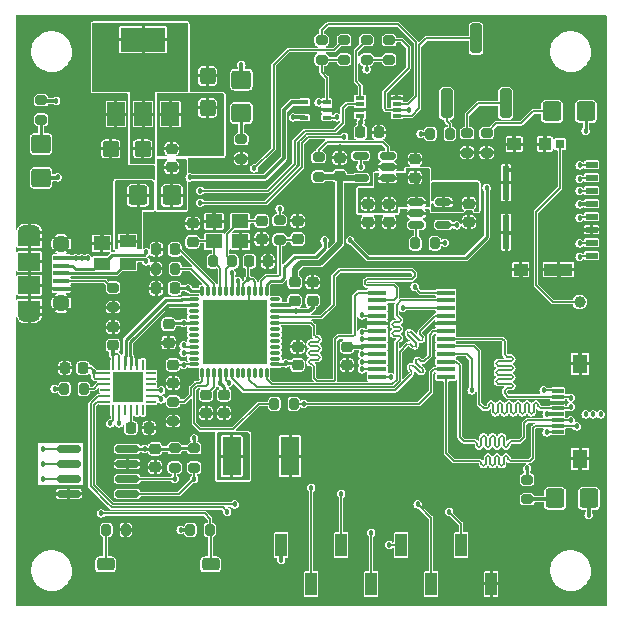
<source format=gtl>
%TF.GenerationSoftware,KiCad,Pcbnew,6.0.0*%
%TF.CreationDate,2022-01-02T17:56:42-06:00*%
%TF.ProjectId,sd-card-mux,73642d63-6172-4642-9d6d-75782e6b6963,rev?*%
%TF.SameCoordinates,Original*%
%TF.FileFunction,Copper,L1,Top*%
%TF.FilePolarity,Positive*%
%FSLAX46Y46*%
G04 Gerber Fmt 4.6, Leading zero omitted, Abs format (unit mm)*
G04 Created by KiCad (PCBNEW 6.0.0) date 2022-01-02 17:56:42*
%MOMM*%
%LPD*%
G01*
G04 APERTURE LIST*
G04 Aperture macros list*
%AMRoundRect*
0 Rectangle with rounded corners*
0 $1 Rounding radius*
0 $2 $3 $4 $5 $6 $7 $8 $9 X,Y pos of 4 corners*
0 Add a 4 corners polygon primitive as box body*
4,1,4,$2,$3,$4,$5,$6,$7,$8,$9,$2,$3,0*
0 Add four circle primitives for the rounded corners*
1,1,$1+$1,$2,$3*
1,1,$1+$1,$4,$5*
1,1,$1+$1,$6,$7*
1,1,$1+$1,$8,$9*
0 Add four rect primitives between the rounded corners*
20,1,$1+$1,$2,$3,$4,$5,0*
20,1,$1+$1,$4,$5,$6,$7,0*
20,1,$1+$1,$6,$7,$8,$9,0*
20,1,$1+$1,$8,$9,$2,$3,0*%
G04 Aperture macros list end*
%TA.AperFunction,SMDPad,CuDef*%
%ADD10R,1.400000X1.200000*%
%TD*%
%TA.AperFunction,SMDPad,CuDef*%
%ADD11R,1.400000X1.000000*%
%TD*%
%TA.AperFunction,SMDPad,CuDef*%
%ADD12RoundRect,0.062500X-0.062500X0.350000X-0.062500X-0.350000X0.062500X-0.350000X0.062500X0.350000X0*%
%TD*%
%TA.AperFunction,SMDPad,CuDef*%
%ADD13RoundRect,0.062500X-0.350000X0.062500X-0.350000X-0.062500X0.350000X-0.062500X0.350000X0.062500X0*%
%TD*%
%TA.AperFunction,SMDPad,CuDef*%
%ADD14R,2.600000X2.600000*%
%TD*%
%TA.AperFunction,SMDPad,CuDef*%
%ADD15RoundRect,0.225000X-0.250000X0.225000X-0.250000X-0.225000X0.250000X-0.225000X0.250000X0.225000X0*%
%TD*%
%TA.AperFunction,SMDPad,CuDef*%
%ADD16RoundRect,0.200000X-0.200000X-0.275000X0.200000X-0.275000X0.200000X0.275000X-0.200000X0.275000X0*%
%TD*%
%TA.AperFunction,SMDPad,CuDef*%
%ADD17R,1.000000X1.900000*%
%TD*%
%TA.AperFunction,SMDPad,CuDef*%
%ADD18RoundRect,0.200000X-0.275000X0.200000X-0.275000X-0.200000X0.275000X-0.200000X0.275000X0.200000X0*%
%TD*%
%TA.AperFunction,SMDPad,CuDef*%
%ADD19RoundRect,0.150000X0.512500X0.150000X-0.512500X0.150000X-0.512500X-0.150000X0.512500X-0.150000X0*%
%TD*%
%TA.AperFunction,SMDPad,CuDef*%
%ADD20RoundRect,0.218750X0.256250X-0.218750X0.256250X0.218750X-0.256250X0.218750X-0.256250X-0.218750X0*%
%TD*%
%TA.AperFunction,SMDPad,CuDef*%
%ADD21R,1.600000X3.300000*%
%TD*%
%TA.AperFunction,SMDPad,CuDef*%
%ADD22RoundRect,0.250000X0.550000X0.575000X-0.550000X0.575000X-0.550000X-0.575000X0.550000X-0.575000X0*%
%TD*%
%TA.AperFunction,SMDPad,CuDef*%
%ADD23R,1.500000X2.000000*%
%TD*%
%TA.AperFunction,SMDPad,CuDef*%
%ADD24R,3.800000X2.000000*%
%TD*%
%TA.AperFunction,SMDPad,CuDef*%
%ADD25C,1.000000*%
%TD*%
%TA.AperFunction,SMDPad,CuDef*%
%ADD26RoundRect,0.250000X-0.550000X-0.575000X0.550000X-0.575000X0.550000X0.575000X-0.550000X0.575000X0*%
%TD*%
%TA.AperFunction,SMDPad,CuDef*%
%ADD27RoundRect,0.225000X0.250000X-0.225000X0.250000X0.225000X-0.250000X0.225000X-0.250000X-0.225000X0*%
%TD*%
%TA.AperFunction,SMDPad,CuDef*%
%ADD28RoundRect,0.250000X-0.575000X0.550000X-0.575000X-0.550000X0.575000X-0.550000X0.575000X0.550000X0*%
%TD*%
%TA.AperFunction,SMDPad,CuDef*%
%ADD29RoundRect,0.200000X0.275000X-0.200000X0.275000X0.200000X-0.275000X0.200000X-0.275000X-0.200000X0*%
%TD*%
%TA.AperFunction,SMDPad,CuDef*%
%ADD30RoundRect,0.075000X-0.350000X0.075000X-0.350000X-0.075000X0.350000X-0.075000X0.350000X0.075000X0*%
%TD*%
%TA.AperFunction,SMDPad,CuDef*%
%ADD31RoundRect,0.075000X0.075000X0.350000X-0.075000X0.350000X-0.075000X-0.350000X0.075000X-0.350000X0*%
%TD*%
%TA.AperFunction,SMDPad,CuDef*%
%ADD32RoundRect,0.075000X-0.075000X-0.350000X0.075000X-0.350000X0.075000X0.350000X-0.075000X0.350000X0*%
%TD*%
%TA.AperFunction,ComponentPad*%
%ADD33C,0.660000*%
%TD*%
%TA.AperFunction,SMDPad,CuDef*%
%ADD34R,5.400000X5.400000*%
%TD*%
%TA.AperFunction,SMDPad,CuDef*%
%ADD35RoundRect,0.250000X0.450000X0.425000X-0.450000X0.425000X-0.450000X-0.425000X0.450000X-0.425000X0*%
%TD*%
%TA.AperFunction,SMDPad,CuDef*%
%ADD36R,1.000000X0.300000*%
%TD*%
%TA.AperFunction,SMDPad,CuDef*%
%ADD37R,1.300000X1.650000*%
%TD*%
%TA.AperFunction,SMDPad,CuDef*%
%ADD38RoundRect,0.250000X-0.250000X-1.000000X0.250000X-1.000000X0.250000X1.000000X-0.250000X1.000000X0*%
%TD*%
%TA.AperFunction,SMDPad,CuDef*%
%ADD39R,1.350000X0.400000*%
%TD*%
%TA.AperFunction,SMDPad,CuDef*%
%ADD40R,1.900000X1.500000*%
%TD*%
%TA.AperFunction,ComponentPad*%
%ADD41C,1.450000*%
%TD*%
%TA.AperFunction,ComponentPad*%
%ADD42O,1.900000X1.200000*%
%TD*%
%TA.AperFunction,SMDPad,CuDef*%
%ADD43R,1.900000X1.200000*%
%TD*%
%TA.AperFunction,SMDPad,CuDef*%
%ADD44RoundRect,0.150000X-0.825000X-0.150000X0.825000X-0.150000X0.825000X0.150000X-0.825000X0.150000X0*%
%TD*%
%TA.AperFunction,SMDPad,CuDef*%
%ADD45RoundRect,0.225000X-0.225000X-0.250000X0.225000X-0.250000X0.225000X0.250000X-0.225000X0.250000X0*%
%TD*%
%TA.AperFunction,SMDPad,CuDef*%
%ADD46RoundRect,0.200000X0.200000X0.275000X-0.200000X0.275000X-0.200000X-0.275000X0.200000X-0.275000X0*%
%TD*%
%TA.AperFunction,SMDPad,CuDef*%
%ADD47R,1.000000X0.500000*%
%TD*%
%TA.AperFunction,SMDPad,CuDef*%
%ADD48R,0.780000X0.720000*%
%TD*%
%TA.AperFunction,SMDPad,CuDef*%
%ADD49R,1.080000X1.050000*%
%TD*%
%TA.AperFunction,SMDPad,CuDef*%
%ADD50R,1.200000X1.050000*%
%TD*%
%TA.AperFunction,SMDPad,CuDef*%
%ADD51R,2.390000X1.050000*%
%TD*%
%TA.AperFunction,SMDPad,CuDef*%
%ADD52R,0.550000X2.910000*%
%TD*%
%TA.AperFunction,SMDPad,CuDef*%
%ADD53R,0.650000X0.400000*%
%TD*%
%TA.AperFunction,SMDPad,CuDef*%
%ADD54R,1.500000X0.450000*%
%TD*%
%TA.AperFunction,SMDPad,CuDef*%
%ADD55RoundRect,0.225000X0.225000X0.250000X-0.225000X0.250000X-0.225000X-0.250000X0.225000X-0.250000X0*%
%TD*%
%TA.AperFunction,SMDPad,CuDef*%
%ADD56RoundRect,0.150000X-0.512500X-0.150000X0.512500X-0.150000X0.512500X0.150000X-0.512500X0.150000X0*%
%TD*%
%TA.AperFunction,SMDPad,CuDef*%
%ADD57RoundRect,0.250000X0.425000X-0.450000X0.425000X0.450000X-0.425000X0.450000X-0.425000X-0.450000X0*%
%TD*%
%TA.AperFunction,SMDPad,CuDef*%
%ADD58RoundRect,0.250000X0.575000X-0.550000X0.575000X0.550000X-0.575000X0.550000X-0.575000X-0.550000X0*%
%TD*%
%TA.AperFunction,SMDPad,CuDef*%
%ADD59RoundRect,0.275000X-0.475000X0.275000X-0.475000X-0.275000X0.475000X-0.275000X0.475000X0.275000X0*%
%TD*%
%TA.AperFunction,SMDPad,CuDef*%
%ADD60R,0.800000X0.300000*%
%TD*%
%TA.AperFunction,ViaPad*%
%ADD61C,0.457200*%
%TD*%
%TA.AperFunction,Conductor*%
%ADD62C,0.304800*%
%TD*%
%TA.AperFunction,Conductor*%
%ADD63C,0.127000*%
%TD*%
%TA.AperFunction,Conductor*%
%ADD64C,0.241300*%
%TD*%
%TA.AperFunction,Conductor*%
%ADD65C,0.254000*%
%TD*%
%TA.AperFunction,Conductor*%
%ADD66C,0.203200*%
%TD*%
%TA.AperFunction,Conductor*%
%ADD67C,0.508000*%
%TD*%
G04 APERTURE END LIST*
D10*
%TO.P,D1,1,A*%
%TO.N,GND*%
X129583000Y-89527000D03*
D11*
%TO.P,D1,2,K*%
%TO.N,/USB_US_N*%
X129583000Y-91247000D03*
%TO.P,D1,3,K*%
%TO.N,/USB_US_P*%
X131783000Y-91247000D03*
%TO.P,D1,4,K*%
%TO.N,/USB_VBUS_IN*%
X131783000Y-89347000D03*
%TD*%
D12*
%TO.P,U4,1,~{RI}*%
%TO.N,unconnected-(U4-Pad1)*%
X133076000Y-99789500D03*
%TO.P,U4,2,GND*%
%TO.N,GND*%
X132576000Y-99789500D03*
%TO.P,U4,3,D+*%
%TO.N,/USB_DS_UART_P*%
X132076000Y-99789500D03*
%TO.P,U4,4,D-*%
%TO.N,/USB_DS_UART_N*%
X131576000Y-99789500D03*
%TO.P,U4,5,VIO*%
%TO.N,+3V3*%
X131076000Y-99789500D03*
%TO.P,U4,6,VDD*%
X130576000Y-99789500D03*
D13*
%TO.P,U4,7,REGIN*%
X129888500Y-100477000D03*
%TO.P,U4,8,VBUS*%
X129888500Y-100977000D03*
%TO.P,U4,9,~{RST}*%
%TO.N,Net-(R10-Pad2)*%
X129888500Y-101477000D03*
%TO.P,U4,10,NC*%
%TO.N,unconnected-(U4-Pad10)*%
X129888500Y-101977000D03*
%TO.P,U4,11,GPIO.3*%
%TO.N,/GPIO3*%
X129888500Y-102477000D03*
%TO.P,U4,12,RS485/GPIO.2*%
%TO.N,/GPIO2*%
X129888500Y-102977000D03*
D12*
%TO.P,U4,13,RXT/GPIO.1*%
%TO.N,/nSEL_SOFTWARE*%
X130576000Y-103664500D03*
%TO.P,U4,14,TXT/GPIO.0*%
%TO.N,/SEL_SOFTWARE*%
X131076000Y-103664500D03*
%TO.P,U4,15,~{SUSPEND}*%
%TO.N,unconnected-(U4-Pad15)*%
X131576000Y-103664500D03*
%TO.P,U4,16,VPP*%
%TO.N,Net-(C15-Pad1)*%
X132076000Y-103664500D03*
%TO.P,U4,17,SUSPEND*%
%TO.N,unconnected-(U4-Pad17)*%
X132576000Y-103664500D03*
%TO.P,U4,18,~{CTS}*%
%TO.N,unconnected-(U4-Pad18)*%
X133076000Y-103664500D03*
D13*
%TO.P,U4,19,~{RTS}*%
%TO.N,unconnected-(U4-Pad19)*%
X133763500Y-102977000D03*
%TO.P,U4,20,RXD*%
%TO.N,/RXD*%
X133763500Y-102477000D03*
%TO.P,U4,21,TXD*%
%TO.N,/TXD*%
X133763500Y-101977000D03*
%TO.P,U4,22,~{DSR}*%
%TO.N,unconnected-(U4-Pad22)*%
X133763500Y-101477000D03*
%TO.P,U4,23,~{DTR}*%
%TO.N,unconnected-(U4-Pad23)*%
X133763500Y-100977000D03*
%TO.P,U4,24,~{DCD}*%
%TO.N,unconnected-(U4-Pad24)*%
X133763500Y-100477000D03*
D14*
%TO.P,U4,25,GND*%
%TO.N,GND*%
X131826000Y-101727000D03*
%TD*%
D15*
%TO.P,C4,1*%
%TO.N,GND*%
X137287000Y-87843000D03*
%TO.P,C4,2*%
%TO.N,/OSCI*%
X137287000Y-89393000D03*
%TD*%
D16*
%TO.P,R10,1*%
%TO.N,+3V3*%
X126429000Y-101854000D03*
%TO.P,R10,2*%
%TO.N,Net-(R10-Pad2)*%
X128079000Y-101854000D03*
%TD*%
D17*
%TO.P,J2,1,Pin_1*%
%TO.N,+3V3*%
X144780000Y-115064000D03*
%TO.P,J2,2,Pin_2*%
%TO.N,/TXD*%
X147320000Y-118364000D03*
%TO.P,J2,3,Pin_3*%
%TO.N,/RXD*%
X149860000Y-115064000D03*
%TO.P,J2,4,Pin_4*%
%TO.N,/SEL_SOFTWARE*%
X152400000Y-118364000D03*
%TO.P,J2,5,Pin_5*%
%TO.N,/nSEL_SOFTWARE*%
X154940000Y-115064000D03*
%TO.P,J2,6,Pin_6*%
%TO.N,/GPIO2*%
X157480000Y-118364000D03*
%TO.P,J2,7,Pin_7*%
%TO.N,/GPIO3*%
X160020000Y-115064000D03*
%TO.P,J2,8,Pin_8*%
%TO.N,GND*%
X162560000Y-118364000D03*
%TD*%
D18*
%TO.P,R16,1*%
%TO.N,Net-(R16-Pad1)*%
X124460000Y-77407000D03*
%TO.P,R16,2*%
%TO.N,Net-(D5-Pad1)*%
X124460000Y-79057000D03*
%TD*%
D19*
%TO.P,U8,1,OUT*%
%TO.N,/SD_VDD*%
X153791500Y-84008000D03*
%TO.P,U8,2,GND*%
%TO.N,GND*%
X153791500Y-83058000D03*
%TO.P,U8,3,nOC*%
%TO.N,Net-(R14-Pad1)*%
X153791500Y-82108000D03*
%TO.P,U8,4,EN*%
%TO.N,/nSEL_R*%
X151516500Y-82108000D03*
%TO.P,U8,5,IN*%
%TO.N,/HUB_VDD*%
X151516500Y-84008000D03*
%TD*%
D20*
%TO.P,FB1,1*%
%TO.N,/A*%
X135509000Y-83083500D03*
%TO.P,FB1,2*%
%TO.N,/USB_US_VBUS*%
X135509000Y-81508500D03*
%TD*%
D21*
%TO.P,TP5,1,1*%
%TO.N,GND*%
X145542000Y-107569000D03*
%TD*%
D22*
%TO.P,F1,1*%
%TO.N,/A*%
X135537000Y-85471000D03*
%TO.P,F1,2*%
%TO.N,/USB_VBUS_IN*%
X132687000Y-85471000D03*
%TD*%
D23*
%TO.P,U3,1,GND*%
%TO.N,GND*%
X130796000Y-78588000D03*
D24*
%TO.P,U3,2,VO*%
%TO.N,+3V3*%
X133096000Y-72288000D03*
D23*
X133096000Y-78588000D03*
%TO.P,U3,3,VI*%
%TO.N,/USB_US_VBUS*%
X135396000Y-78588000D03*
%TD*%
D25*
%TO.P,TP3,1,1*%
%TO.N,Net-(J4-Pad9)*%
X170053000Y-94488000D03*
%TD*%
D26*
%TO.P,D4,1,K*%
%TO.N,Net-(D4-Pad1)*%
X167993000Y-111125000D03*
%TO.P,D4,2,A*%
%TO.N,+3V3*%
X170843000Y-111125000D03*
%TD*%
D27*
%TO.P,C14,1*%
%TO.N,+3V3*%
X130556000Y-98171000D03*
%TO.P,C14,2*%
%TO.N,GND*%
X130556000Y-96621000D03*
%TD*%
D28*
%TO.P,D5,1,K*%
%TO.N,Net-(D5-Pad1)*%
X124460000Y-81125000D03*
%TO.P,D5,2,A*%
%TO.N,+3V3*%
X124460000Y-83975000D03*
%TD*%
D15*
%TO.P,C20,1*%
%TO.N,/SD_VDD*%
X153920000Y-86175000D03*
%TO.P,C20,2*%
%TO.N,GND*%
X153920000Y-87725000D03*
%TD*%
D18*
%TO.P,R2,1*%
%TO.N,+3V3*%
X137414000Y-106871000D03*
%TO.P,R2,2*%
%TO.N,/USB_SDA*%
X137414000Y-108521000D03*
%TD*%
D27*
%TO.P,C21,1*%
%TO.N,GND*%
X152146000Y-87725000D03*
%TO.P,C21,2*%
%TO.N,/SD_VDD*%
X152146000Y-86175000D03*
%TD*%
D20*
%TO.P,FB2,1*%
%TO.N,Net-(FB2-Pad1)*%
X145923000Y-94386500D03*
%TO.P,FB2,2*%
%TO.N,/HUB_VDD*%
X145923000Y-92811500D03*
%TD*%
D29*
%TO.P,R19,1*%
%TO.N,GND*%
X160528000Y-81851000D03*
%TO.P,R19,2*%
%TO.N,Net-(R19-Pad2)*%
X160528000Y-80201000D03*
%TD*%
D26*
%TO.P,D3,1,K*%
%TO.N,Net-(D3-Pad1)*%
X167739000Y-78359000D03*
%TO.P,D3,2,A*%
%TO.N,Net-(D3-Pad2)*%
X170589000Y-78359000D03*
%TD*%
D15*
%TO.P,C8,1*%
%TO.N,/OSCO*%
X143129000Y-87617000D03*
%TO.P,C8,2*%
%TO.N,GND*%
X143129000Y-89167000D03*
%TD*%
D30*
%TO.P,U2,1,USBDN_DM2*%
%TO.N,/USB_DS_UART_N*%
X137393000Y-94278000D03*
%TO.P,U2,2,USBDN_DP2*%
%TO.N,/USB_DS_UART_P*%
X137393000Y-94778000D03*
%TO.P,U2,3,USBDN_DM3*%
%TO.N,unconnected-(U2-Pad3)*%
X137393000Y-95278000D03*
%TO.P,U2,4,USBDN_DP3*%
%TO.N,unconnected-(U2-Pad4)*%
X137393000Y-95778000D03*
%TO.P,U2,5,VDD33*%
%TO.N,+3V3*%
X137393000Y-96278000D03*
%TO.P,U2,6,PRTCTL2*%
%TO.N,unconnected-(U2-Pad6)*%
X137393000Y-96778000D03*
%TO.P,U2,7,PRTCTL3*%
%TO.N,unconnected-(U2-Pad7)*%
X137393000Y-97278000D03*
%TO.P,U2,8,SPI_CE_n*%
%TO.N,unconnected-(U2-Pad8)*%
X137393000Y-97778000D03*
%TO.P,U2,9,SPI_CLK/SCL*%
%TO.N,/USB_SCL*%
X137393000Y-98278000D03*
%TO.P,U2,10,SPI_DO/SDA/SPI_SPD_SEL*%
%TO.N,/USB_SDA*%
X137393000Y-98778000D03*
%TO.P,U2,11,SPI_DI*%
%TO.N,unconnected-(U2-Pad11)*%
X137393000Y-99278000D03*
%TO.P,U2,12,VDD33*%
%TO.N,+3V3*%
X137393000Y-99778000D03*
D31*
%TO.P,U2,13,xD_D4/SD_WP/MS_SCLK*%
%TO.N,/HUB_WP*%
X138093000Y-100478000D03*
%TO.P,U2,14,SD_nCD*%
%TO.N,/HUB_CD*%
X138593000Y-100478000D03*
%TO.P,U2,15,CRFILT*%
%TO.N,/CRFILT*%
X139093000Y-100478000D03*
%TO.P,U2,16,VDD33*%
%TO.N,+3V3*%
X139593000Y-100478000D03*
%TO.P,U2,17,xD_D3/SD_D1/MS_D5*%
%TO.N,/HUB_DAT1*%
X140093000Y-100478000D03*
%TO.P,U2,18,xD_D2/SD_D0/MS_D4*%
%TO.N,/HUB_DAT0*%
X140593000Y-100478000D03*
%TO.P,U2,19,xD_D1/SD_D7/MS_D6*%
%TO.N,unconnected-(U2-Pad19)*%
X141093000Y-100478000D03*
%TO.P,U2,20,xD_D0/SD_D6/MS_D7*%
%TO.N,unconnected-(U2-Pad20)*%
X141593000Y-100478000D03*
%TO.P,U2,21,xD_nWP/SD_CLK/MS_BS*%
%TO.N,/HUB_CLK*%
X142093000Y-100478000D03*
%TO.P,U2,22,xD_nWE*%
%TO.N,unconnected-(U2-Pad22)*%
X142593000Y-100478000D03*
%TO.P,U2,23,xD_ALE/SD_D5/MS_D1*%
%TO.N,unconnected-(U2-Pad23)*%
X143093000Y-100478000D03*
%TO.P,U2,24,xD_CLE/SD_CMD/MS_D0*%
%TO.N,/HUB_CMD*%
X143593000Y-100478000D03*
D30*
%TO.P,U2,25,VDD33*%
%TO.N,+3V3*%
X144293000Y-99778000D03*
%TO.P,U2,26,xD_nCE*%
%TO.N,unconnected-(U2-Pad26)*%
X144293000Y-99278000D03*
%TO.P,U2,27,xD_nRE*%
%TO.N,unconnected-(U2-Pad27)*%
X144293000Y-98778000D03*
%TO.P,U2,28,xD_nB/R*%
%TO.N,unconnected-(U2-Pad28)*%
X144293000Y-98278000D03*
%TO.P,U2,29,xD_nCD*%
%TO.N,unconnected-(U2-Pad29)*%
X144293000Y-97778000D03*
%TO.P,U2,30,xD_D7/SD_D4/MS_D2*%
%TO.N,unconnected-(U2-Pad30)*%
X144293000Y-97278000D03*
%TO.P,U2,31,MS_INS*%
%TO.N,unconnected-(U2-Pad31)*%
X144293000Y-96778000D03*
%TO.P,U2,32,xD_D6/SD_D3/MS_D3*%
%TO.N,/HUB_DAT3*%
X144293000Y-96278000D03*
%TO.P,U2,33,xD_D5/SD_D2*%
%TO.N,/HUB_DAT2*%
X144293000Y-95778000D03*
%TO.P,U2,34,VDD33*%
%TO.N,+3V3*%
X144293000Y-95278000D03*
%TO.P,U2,35,CRD_PWR*%
%TO.N,Net-(FB2-Pad1)*%
X144293000Y-94778000D03*
%TO.P,U2,36,NC*%
%TO.N,unconnected-(U2-Pad36)*%
X144293000Y-94278000D03*
D32*
%TO.P,U2,37,LED*%
%TO.N,Net-(D3-Pad2)*%
X143593000Y-93578000D03*
%TO.P,U2,38,nRESET*%
%TO.N,/USB_RESET*%
X143093000Y-93578000D03*
%TO.P,U2,39,VBUS_DET*%
%TO.N,+3V3*%
X142593000Y-93578000D03*
%TO.P,U2,40,TEST*%
%TO.N,GND*%
X142093000Y-93578000D03*
%TO.P,U2,41,VDD33*%
%TO.N,+3V3*%
X141593000Y-93578000D03*
%TO.P,U2,42,USB+*%
%TO.N,/USB_US_P*%
X141093000Y-93578000D03*
%TO.P,U2,43,USB-*%
%TO.N,/USB_US_N*%
X140593000Y-93578000D03*
%TO.P,U2,44,XTAL2*%
%TO.N,/OSCO*%
X140093000Y-93578000D03*
%TO.P,U2,45,XTAL1_(CLKIN)*%
%TO.N,/OSCI*%
X139593000Y-93578000D03*
%TO.P,U2,46,PLLFILT*%
%TO.N,/PLLFILT*%
X139093000Y-93578000D03*
%TO.P,U2,47,RBIAS*%
%TO.N,Net-(R5-Pad1)*%
X138593000Y-93578000D03*
%TO.P,U2,48,VDD33*%
%TO.N,+3V3*%
X138093000Y-93578000D03*
D33*
%TO.P,U2,49,EP*%
%TO.N,GND*%
X142643000Y-98828000D03*
X140243000Y-98828000D03*
X140243000Y-95228000D03*
X139043000Y-98828000D03*
X141443000Y-96428000D03*
D34*
X140843000Y-97028000D03*
D33*
X142643000Y-95228000D03*
X141443000Y-97628000D03*
X140243000Y-96428000D03*
X141443000Y-98828000D03*
X142643000Y-97628000D03*
X139043000Y-95228000D03*
X142643000Y-96428000D03*
X139043000Y-97628000D03*
X141443000Y-95228000D03*
X139043000Y-96428000D03*
X140243000Y-97628000D03*
%TD*%
D18*
%TO.P,R22,1*%
%TO.N,/nSEL_SOFTWARE*%
X150114000Y-72327000D03*
%TO.P,R22,2*%
%TO.N,/nSEL_R*%
X150114000Y-73977000D03*
%TD*%
D21*
%TO.P,TP4,1,1*%
%TO.N,+3V3*%
X140589000Y-107569000D03*
%TD*%
D16*
%TO.P,R9,1*%
%TO.N,/HUB_CD*%
X144209000Y-103124000D03*
%TO.P,R9,2*%
%TO.N,/SEL_R*%
X145859000Y-103124000D03*
%TD*%
D35*
%TO.P,C10,1*%
%TO.N,+3V3*%
X133049000Y-81534000D03*
%TO.P,C10,2*%
%TO.N,GND*%
X130349000Y-81534000D03*
%TD*%
D18*
%TO.P,R12,1*%
%TO.N,/SEL_MUX*%
X152019000Y-72327000D03*
%TO.P,R12,2*%
%TO.N,/SEL_R*%
X152019000Y-73977000D03*
%TD*%
D36*
%TO.P,J3,1,1*%
%TO.N,/DUT_DAT2*%
X168200995Y-105509000D03*
%TO.P,J3,2,2*%
%TO.N,/DUT_DAT3*%
X168200995Y-105009000D03*
%TO.P,J3,3,3*%
%TO.N,/DUT_CMD*%
X168200995Y-104509000D03*
%TO.P,J3,4,4*%
%TO.N,/DUT_VDD*%
X168200995Y-104009000D03*
%TO.P,J3,5,5*%
%TO.N,/DUT_CLK*%
X168200995Y-103509000D03*
%TO.P,J3,6,6*%
%TO.N,GND*%
X168200995Y-103009000D03*
%TO.P,J3,7,7*%
%TO.N,/DUT_DAT0*%
X168200995Y-102509000D03*
%TO.P,J3,8,8*%
%TO.N,/DUT_DAT1*%
X168200995Y-102009000D03*
D37*
%TO.P,J3,9,Tab*%
%TO.N,GND*%
X170100995Y-107784000D03*
%TO.P,J3,10,Tab*%
X170100995Y-99734000D03*
%TD*%
D38*
%TO.P,SW1,1,A*%
%TO.N,Net-(R18-Pad2)*%
X158790000Y-77680000D03*
%TO.P,SW1,2,B*%
%TO.N,/SEL_SWITCH*%
X161290000Y-72180000D03*
%TO.P,SW1,3,C*%
%TO.N,Net-(R19-Pad2)*%
X163790000Y-77680000D03*
%TD*%
D16*
%TO.P,R13,1*%
%TO.N,Net-(R13-Pad1)*%
X156147000Y-89535000D03*
%TO.P,R13,2*%
%TO.N,/DUT_VDD*%
X157797000Y-89535000D03*
%TD*%
D15*
%TO.P,C25,1*%
%TO.N,+3V3*%
X135255000Y-96380000D03*
%TO.P,C25,2*%
%TO.N,GND*%
X135255000Y-97930000D03*
%TD*%
D16*
%TO.P,R21,1*%
%TO.N,+3V3*%
X137097000Y-113792000D03*
%TO.P,R21,2*%
%TO.N,Net-(R21-Pad2)*%
X138747000Y-113792000D03*
%TD*%
D27*
%TO.P,C22,1*%
%TO.N,+3V3*%
X146177000Y-99835000D03*
%TO.P,C22,2*%
%TO.N,GND*%
X146177000Y-98285000D03*
%TD*%
D39*
%TO.P,J1,1,VBUS*%
%TO.N,/USB_VBUS_IN*%
X126176500Y-90775000D03*
%TO.P,J1,2,D-*%
%TO.N,/USB_US_N*%
X126176500Y-91425000D03*
%TO.P,J1,3,D+*%
%TO.N,/USB_US_P*%
X126176500Y-92075000D03*
%TO.P,J1,4,ID*%
%TO.N,Net-(J1-Pad4)*%
X126176500Y-92725000D03*
%TO.P,J1,5,GND*%
%TO.N,GND*%
X126176500Y-93375000D03*
D40*
%TO.P,J1,6,Shield*%
X123476500Y-91075000D03*
D41*
X126176500Y-94575000D03*
X126176500Y-89575000D03*
D42*
X123476500Y-95575000D03*
D43*
X123476500Y-89175000D03*
D42*
X123476500Y-88575000D03*
D43*
X123476500Y-94975000D03*
D40*
X123476500Y-93075000D03*
%TD*%
D44*
%TO.P,U1,1,A0*%
%TO.N,GND*%
X126811000Y-106934000D03*
%TO.P,U1,2,A1*%
X126811000Y-108204000D03*
%TO.P,U1,3,A2*%
X126811000Y-109474000D03*
%TO.P,U1,4,GND*%
X126811000Y-110744000D03*
%TO.P,U1,5,SDA*%
%TO.N,/USB_SDA*%
X131761000Y-110744000D03*
%TO.P,U1,6,SCL*%
%TO.N,/USB_SCL*%
X131761000Y-109474000D03*
%TO.P,U1,7,WP*%
%TO.N,GND*%
X131761000Y-108204000D03*
%TO.P,U1,8,VCC*%
%TO.N,+3V3*%
X131761000Y-106934000D03*
%TD*%
D45*
%TO.P,C15,1*%
%TO.N,Net-(C15-Pad1)*%
X132067000Y-105156000D03*
%TO.P,C15,2*%
%TO.N,GND*%
X133617000Y-105156000D03*
%TD*%
%TO.P,C5,1*%
%TO.N,+3V3*%
X142100000Y-91059000D03*
%TO.P,C5,2*%
%TO.N,GND*%
X143650000Y-91059000D03*
%TD*%
D46*
%TO.P,R5,1*%
%TO.N,Net-(R5-Pad1)*%
X135826000Y-91694000D03*
%TO.P,R5,2*%
%TO.N,GND*%
X134176000Y-91694000D03*
%TD*%
D45*
%TO.P,C23,1*%
%TO.N,+3V3*%
X151498000Y-80137000D03*
%TO.P,C23,2*%
%TO.N,GND*%
X153048000Y-80137000D03*
%TD*%
D18*
%TO.P,R23,1*%
%TO.N,/nSEL_MUX*%
X148209000Y-72327000D03*
%TO.P,R23,2*%
%TO.N,/nSEL_R*%
X148209000Y-73977000D03*
%TD*%
D47*
%TO.P,J4,1,DAT2*%
%TO.N,/SD_DAT2*%
X171069000Y-82891000D03*
%TO.P,J4,2,DAT3/CD*%
%TO.N,/SD_DAT3*%
X171069000Y-83991000D03*
%TO.P,J4,3,CMD*%
%TO.N,/SD_CMD*%
X171069000Y-85091000D03*
%TO.P,J4,4,VDD*%
%TO.N,/SD_VDD*%
X171069000Y-86191000D03*
%TO.P,J4,5,CLK*%
%TO.N,/SD_CLK*%
X171069000Y-87291000D03*
%TO.P,J4,6,VSS*%
%TO.N,GND*%
X171069000Y-88391000D03*
%TO.P,J4,7,DAT0*%
%TO.N,/SD_DAT0*%
X171069000Y-89491000D03*
%TO.P,J4,8,DAT1*%
%TO.N,/SD_DAT1*%
X171069000Y-90591000D03*
D48*
%TO.P,J4,9,DET*%
%TO.N,Net-(J4-Pad9)*%
X168389000Y-81131000D03*
D49*
%TO.P,J4,10,SHIELD*%
%TO.N,GND*%
X167119000Y-81131000D03*
D50*
%TO.P,J4,11,SHIELD*%
X164509000Y-81131000D03*
D51*
%TO.P,J4,12,SHIELD*%
X168264000Y-91766000D03*
D50*
%TO.P,J4,13,SHIELD*%
X165079000Y-91766000D03*
D52*
%TO.P,J4,14,SHIELD*%
X163834000Y-88586000D03*
%TO.P,J4,15,SHIELD*%
X163834000Y-84396000D03*
%TD*%
D53*
%TO.P,U9,1,G1*%
%TO.N,/SEL_R*%
X148651000Y-78882000D03*
%TO.P,U9,2,S*%
%TO.N,GND*%
X148651000Y-78232000D03*
%TO.P,U9,3,G2*%
%TO.N,/nSEL_R*%
X148651000Y-77582000D03*
%TO.P,U9,4,D2*%
%TO.N,Net-(R16-Pad1)*%
X146751000Y-77582000D03*
%TO.P,U9,5,D1*%
%TO.N,Net-(R15-Pad2)*%
X146751000Y-78882000D03*
%TD*%
D10*
%TO.P,Y1,1,1*%
%TO.N,/OSCI*%
X139108000Y-89369000D03*
%TO.P,Y1,2,2*%
%TO.N,GND*%
X141308000Y-89369000D03*
%TO.P,Y1,3,3*%
%TO.N,/OSCO*%
X141308000Y-87669000D03*
%TO.P,Y1,4,4*%
%TO.N,GND*%
X139108000Y-87669000D03*
%TD*%
D16*
%TO.P,R18,1*%
%TO.N,+3V3*%
X157417000Y-80264000D03*
%TO.P,R18,2*%
%TO.N,Net-(R18-Pad2)*%
X159067000Y-80264000D03*
%TD*%
D15*
%TO.P,C12,1*%
%TO.N,/CRFILT*%
X138430000Y-102349000D03*
%TO.P,C12,2*%
%TO.N,GND*%
X138430000Y-103899000D03*
%TD*%
D29*
%TO.P,R1,1*%
%TO.N,GND*%
X130556000Y-94932000D03*
%TO.P,R1,2*%
%TO.N,Net-(J1-Pad4)*%
X130556000Y-93282000D03*
%TD*%
D54*
%TO.P,U6,1,NC2*%
%TO.N,/HUB_DAT3*%
X152929000Y-93707000D03*
%TO.P,U6,2,NC1*%
%TO.N,/HUB_DAT2*%
X152929000Y-94357000D03*
%TO.P,U6,3,N.C.*%
%TO.N,unconnected-(U6-Pad3)*%
X152929000Y-95007000D03*
%TO.P,U6,4,COM1*%
%TO.N,/SD_DAT2*%
X152929000Y-95657000D03*
%TO.P,U6,5,GND*%
%TO.N,GND*%
X152929000Y-96307000D03*
%TO.P,U6,6,COM2*%
%TO.N,/SD_DAT3*%
X152929000Y-96957000D03*
%TO.P,U6,7,COM3*%
%TO.N,/SD_CMD*%
X152929000Y-97607000D03*
%TO.P,U6,8,VCC*%
%TO.N,+3V3*%
X152929000Y-98257000D03*
%TO.P,U6,9,COM4*%
%TO.N,/SD_CLK*%
X152929000Y-98907000D03*
%TO.P,U6,10,COM5*%
%TO.N,/SD_DAT0*%
X152929000Y-99557000D03*
%TO.P,U6,11,NO1*%
%TO.N,/DUT_DAT2*%
X152929000Y-100207000D03*
%TO.P,U6,12,COM6*%
%TO.N,/SD_DAT1*%
X152929000Y-100857000D03*
%TO.P,U6,13,NO2*%
%TO.N,/DUT_DAT3*%
X158729000Y-100857000D03*
%TO.P,U6,14,IN2*%
%TO.N,/SEL_R*%
X158729000Y-100207000D03*
%TO.P,U6,15,NO3*%
%TO.N,/DUT_CMD*%
X158729000Y-99557000D03*
%TO.P,U6,16,NO6*%
%TO.N,/DUT_DAT1*%
X158729000Y-98907000D03*
%TO.P,U6,17,NO4*%
%TO.N,/DUT_CLK*%
X158729000Y-98257000D03*
%TO.P,U6,18,NO5*%
%TO.N,/DUT_DAT0*%
X158729000Y-97607000D03*
%TO.P,U6,19,NC5*%
%TO.N,/HUB_DAT0*%
X158729000Y-96957000D03*
%TO.P,U6,20,nEN*%
%TO.N,GND*%
X158729000Y-96307000D03*
%TO.P,U6,21,NC4*%
%TO.N,/HUB_CLK*%
X158729000Y-95657000D03*
%TO.P,U6,22,NC6*%
%TO.N,/HUB_DAT1*%
X158729000Y-95007000D03*
%TO.P,U6,23,NC3*%
%TO.N,/HUB_CMD*%
X158729000Y-94357000D03*
%TO.P,U6,24,IN1*%
%TO.N,/SEL_R*%
X158729000Y-93707000D03*
%TD*%
D16*
%TO.P,R17,1*%
%TO.N,/OSCI*%
X139002000Y-91059000D03*
%TO.P,R17,2*%
%TO.N,/OSCO*%
X140652000Y-91059000D03*
%TD*%
D18*
%TO.P,R7,1*%
%TO.N,Net-(D3-Pad1)*%
X162179000Y-80201000D03*
%TO.P,R7,2*%
%TO.N,GND*%
X162179000Y-81851000D03*
%TD*%
D55*
%TO.P,C2,1*%
%TO.N,+3V3*%
X135763000Y-93345000D03*
%TO.P,C2,2*%
%TO.N,GND*%
X134213000Y-93345000D03*
%TD*%
D18*
%TO.P,R4,1*%
%TO.N,+3V3*%
X135763000Y-106871000D03*
%TO.P,R4,2*%
%TO.N,/USB_SCL*%
X135763000Y-108521000D03*
%TD*%
%TO.P,R8,1*%
%TO.N,/HUB_WP*%
X135636000Y-102934000D03*
%TO.P,R8,2*%
%TO.N,GND*%
X135636000Y-104584000D03*
%TD*%
D29*
%TO.P,R15,1*%
%TO.N,Net-(D4-Pad1)*%
X165608000Y-111188000D03*
%TO.P,R15,2*%
%TO.N,Net-(R15-Pad2)*%
X165608000Y-109538000D03*
%TD*%
D46*
%TO.P,R20,1*%
%TO.N,GND*%
X131635000Y-113792000D03*
%TO.P,R20,2*%
%TO.N,Net-(R20-Pad2)*%
X129985000Y-113792000D03*
%TD*%
D15*
%TO.P,C3,1*%
%TO.N,+3V3*%
X139954000Y-102349000D03*
%TO.P,C3,2*%
%TO.N,GND*%
X139954000Y-103899000D03*
%TD*%
D18*
%TO.P,R14,1*%
%TO.N,Net-(R14-Pad1)*%
X147955000Y-82233000D03*
%TO.P,R14,2*%
%TO.N,/HUB_VDD*%
X147955000Y-83883000D03*
%TD*%
D56*
%TO.P,U7,1,OUT*%
%TO.N,/SD_VDD*%
X156244500Y-86045000D03*
%TO.P,U7,2,GND*%
%TO.N,GND*%
X156244500Y-86995000D03*
%TO.P,U7,3,nOC*%
%TO.N,Net-(R13-Pad1)*%
X156244500Y-87945000D03*
%TO.P,U7,4,EN*%
%TO.N,/SEL_R*%
X158519500Y-87945000D03*
%TO.P,U7,5,IN*%
%TO.N,/DUT_VDD*%
X158519500Y-86045000D03*
%TD*%
D57*
%TO.P,C9,1*%
%TO.N,/USB_US_VBUS*%
X138557000Y-78058000D03*
%TO.P,C9,2*%
%TO.N,GND*%
X138557000Y-75358000D03*
%TD*%
D58*
%TO.P,D2,1,K*%
%TO.N,Net-(D2-Pad1)*%
X141420000Y-78514000D03*
%TO.P,D2,2,A*%
%TO.N,+3V3*%
X141420000Y-75664000D03*
%TD*%
D18*
%TO.P,R11,1*%
%TO.N,/SEL_SOFTWARE*%
X153924000Y-72327000D03*
%TO.P,R11,2*%
%TO.N,/SEL_R*%
X153924000Y-73977000D03*
%TD*%
D27*
%TO.P,C18,1*%
%TO.N,/HUB_VDD*%
X149733000Y-83833000D03*
%TO.P,C18,2*%
%TO.N,GND*%
X149733000Y-82283000D03*
%TD*%
D55*
%TO.P,C11,1*%
%TO.N,/PLLFILT*%
X135776000Y-90043000D03*
%TO.P,C11,2*%
%TO.N,GND*%
X134226000Y-90043000D03*
%TD*%
D15*
%TO.P,C7,1*%
%TO.N,+3V3*%
X135636000Y-99809000D03*
%TO.P,C7,2*%
%TO.N,GND*%
X135636000Y-101359000D03*
%TD*%
%TO.P,C6,1*%
%TO.N,GND*%
X146177000Y-87617000D03*
%TO.P,C6,2*%
%TO.N,/USB_RESET*%
X146177000Y-89167000D03*
%TD*%
D55*
%TO.P,C13,1*%
%TO.N,+3V3*%
X128016000Y-100076000D03*
%TO.P,C13,2*%
%TO.N,GND*%
X126466000Y-100076000D03*
%TD*%
D27*
%TO.P,C1,1*%
%TO.N,GND*%
X134112000Y-108471000D03*
%TO.P,C1,2*%
%TO.N,+3V3*%
X134112000Y-106921000D03*
%TD*%
%TO.P,C16,1*%
%TO.N,GND*%
X150368000Y-99835000D03*
%TO.P,C16,2*%
%TO.N,+3V3*%
X150368000Y-98285000D03*
%TD*%
D29*
%TO.P,R3,1*%
%TO.N,/USB_RESET*%
X144653000Y-89217000D03*
%TO.P,R3,2*%
%TO.N,+3V3*%
X144653000Y-87567000D03*
%TD*%
D27*
%TO.P,C19,1*%
%TO.N,/SD_VDD*%
X156120000Y-83960000D03*
%TO.P,C19,2*%
%TO.N,GND*%
X156120000Y-82410000D03*
%TD*%
D18*
%TO.P,R6,1*%
%TO.N,Net-(D2-Pad1)*%
X141420000Y-80709000D03*
%TO.P,R6,2*%
%TO.N,GND*%
X141420000Y-82359000D03*
%TD*%
D59*
%TO.P,SW2,1,A*%
%TO.N,Net-(R20-Pad2)*%
X129916000Y-116713000D03*
%TO.P,SW2,2,B*%
%TO.N,Net-(R21-Pad2)*%
X138816000Y-116713000D03*
%TD*%
D27*
%TO.P,C24,1*%
%TO.N,+3V3*%
X147447000Y-94374000D03*
%TO.P,C24,2*%
%TO.N,GND*%
X147447000Y-92824000D03*
%TD*%
D60*
%TO.P,U10,1,A*%
%TO.N,/SEL_SWITCH*%
X154585000Y-78728000D03*
%TO.P,U10,2,B*%
%TO.N,/SEL_SOFTWARE*%
X154585000Y-78228000D03*
%TO.P,U10,3,nY*%
%TO.N,/nSEL_MUX*%
X154585000Y-77728000D03*
%TO.P,U10,4,GND*%
%TO.N,GND*%
X154585000Y-77228000D03*
%TO.P,U10,5,Y*%
%TO.N,/SEL_MUX*%
X151485000Y-77228000D03*
%TO.P,U10,6,nA/B*%
%TO.N,Net-(R21-Pad2)*%
X151485000Y-77728000D03*
%TO.P,U10,7,nG*%
%TO.N,GND*%
X151485000Y-78228000D03*
%TO.P,U10,8,VCC*%
%TO.N,+3V3*%
X151485000Y-78728000D03*
%TD*%
D15*
%TO.P,C17,1*%
%TO.N,/DUT_VDD*%
X160684000Y-86155000D03*
%TO.P,C17,2*%
%TO.N,GND*%
X160684000Y-87705000D03*
%TD*%
D61*
%TO.N,GND*%
X138557000Y-74168000D03*
X124587000Y-109474000D03*
X138557000Y-73406000D03*
X159258000Y-101727000D03*
X139065000Y-86614000D03*
X171196000Y-102997000D03*
X133350000Y-89662000D03*
X152146000Y-88601000D03*
X131826000Y-102616000D03*
X141351000Y-90297000D03*
X154940000Y-83058000D03*
X165100000Y-92710000D03*
X129540000Y-88392000D03*
X146177000Y-97409000D03*
X160020000Y-96266000D03*
X137287000Y-86995000D03*
X134366000Y-97917000D03*
X129159000Y-78613000D03*
X139446000Y-74168000D03*
X144272000Y-106045000D03*
X129159000Y-81280000D03*
X137668000Y-74168000D03*
X149225000Y-96520000D03*
X129159000Y-79502000D03*
X124587000Y-108204000D03*
X127508000Y-93472000D03*
X156972000Y-95885000D03*
X165481000Y-107061000D03*
X125222000Y-110744000D03*
X170561000Y-102997000D03*
X141420000Y-83185000D03*
X170053000Y-98552012D03*
X153953000Y-88581000D03*
X156083000Y-81534000D03*
X131826000Y-100838000D03*
X155448000Y-77216000D03*
X128397000Y-89535000D03*
X131826000Y-101727000D03*
X125603000Y-100076000D03*
X155194000Y-86995000D03*
X170053000Y-108966012D03*
X153924000Y-80137000D03*
X143129000Y-90043000D03*
X146177000Y-100838000D03*
X132461000Y-113792000D03*
X144272000Y-108077000D03*
X149733000Y-81407000D03*
X156083000Y-101981000D03*
X149479000Y-78232000D03*
X146177000Y-86614000D03*
X167259000Y-102997012D03*
X130937000Y-101727000D03*
X151003000Y-92456000D03*
X139954000Y-104775000D03*
X137668000Y-73406000D03*
X160528000Y-82677000D03*
X136525000Y-101346000D03*
X132715000Y-101727000D03*
X150622000Y-78232000D03*
X160655000Y-104902000D03*
X144272000Y-109093000D03*
X134493000Y-105156000D03*
X150368000Y-100711000D03*
X162560000Y-117094000D03*
X138430000Y-104775000D03*
X139446000Y-73406000D03*
X129159000Y-80391000D03*
X164465000Y-83312000D03*
X167132000Y-80137000D03*
X164465000Y-88646000D03*
X132588000Y-98933000D03*
X151638000Y-96266000D03*
X124587000Y-106934000D03*
X148336000Y-92837000D03*
X171831000Y-102997000D03*
X130556000Y-95758000D03*
X148590000Y-100584000D03*
X135636000Y-105410000D03*
X133350000Y-91694000D03*
X133223000Y-108458000D03*
X162179000Y-82677000D03*
X129159000Y-82169000D03*
X129159000Y-77724000D03*
X164465000Y-80137000D03*
X160684000Y-88581000D03*
X170052995Y-88391988D03*
X159639000Y-107061000D03*
X160401000Y-100838000D03*
X133350000Y-93345000D03*
X148844000Y-102489000D03*
X164592000Y-104775000D03*
X144272000Y-106934000D03*
X168275000Y-92710000D03*
%TO.N,+3V3*%
X170815000Y-112522000D03*
X151511000Y-79248000D03*
X130302000Y-72390000D03*
X141859000Y-106934000D03*
X136525000Y-99822000D03*
X146022000Y-95278000D03*
X129159000Y-76327000D03*
X145161000Y-99695000D03*
X130556000Y-98933000D03*
X136652000Y-71501000D03*
X129159000Y-73406000D03*
X139573000Y-101346000D03*
X125857000Y-83947000D03*
X141420000Y-74422000D03*
X141859000Y-106045000D03*
X135636000Y-72390000D03*
X135636000Y-71501000D03*
X156591000Y-80264000D03*
X151638000Y-98298000D03*
X136906000Y-93345000D03*
X133477000Y-80137000D03*
X136652000Y-72390000D03*
X144780000Y-116332000D03*
X128905000Y-100457000D03*
X132588000Y-80137000D03*
X129159000Y-75438000D03*
X144653000Y-86614000D03*
X141859000Y-109093000D03*
X129159000Y-71501000D03*
X130302000Y-71501000D03*
X125603000Y-101854000D03*
X136525000Y-96266000D03*
X141859000Y-108077000D03*
X129159000Y-72390000D03*
X129159000Y-74422000D03*
X141986000Y-92583000D03*
X133223000Y-106934000D03*
X137414000Y-106045000D03*
X136271000Y-113792000D03*
%TO.N,/DUT_VDD*%
X158906000Y-85279000D03*
X158906000Y-84644000D03*
X158017000Y-85279000D03*
X171830988Y-104013012D03*
X160684000Y-84644000D03*
X159795000Y-84644000D03*
X171195988Y-104013012D03*
X170560988Y-104013012D03*
X159795000Y-85279000D03*
X160684000Y-85279000D03*
X158652000Y-89470000D03*
X167259000Y-104013012D03*
X158017000Y-84644000D03*
%TO.N,/SD_VDD*%
X156366000Y-85279000D03*
X154461000Y-84644000D03*
X153572000Y-84644000D03*
X156366000Y-84644000D03*
X154461000Y-85279000D03*
X155477000Y-85279000D03*
X155477000Y-84644000D03*
X153572000Y-85279000D03*
X170053000Y-86232988D03*
%TO.N,/USB_US_N*%
X140589000Y-92075000D03*
X133350000Y-90297000D03*
%TO.N,/USB_US_P*%
X133350000Y-91059000D03*
X141097000Y-92710000D03*
%TO.N,Net-(D3-Pad2)*%
X150622000Y-89281000D03*
X170561000Y-80010000D03*
X148463000Y-89281000D03*
X162179000Y-84836000D03*
%TO.N,/TXD*%
X147320000Y-110236000D03*
X134620000Y-101981000D03*
%TO.N,/RXD*%
X149860000Y-110744000D03*
X134620000Y-102743000D03*
%TO.N,/DUT_DAT2*%
X167259000Y-105537000D03*
X151638000Y-100203000D03*
%TO.N,/DUT_DAT3*%
X169799000Y-105029000D03*
%TO.N,/DUT_CMD*%
X169291000Y-104521000D03*
%TO.N,/DUT_CLK*%
X169291000Y-103378000D03*
%TO.N,/DUT_DAT0*%
X169291000Y-102616000D03*
%TO.N,/DUT_DAT1*%
X160909000Y-101981000D03*
X167005000Y-101981012D03*
%TO.N,Net-(R15-Pad2)*%
X165608000Y-108585000D03*
X145796000Y-78867000D03*
%TO.N,Net-(R16-Pad1)*%
X125730000Y-77470000D03*
X137033000Y-83947000D03*
%TO.N,/HUB_DAT1*%
X140335000Y-101346000D03*
X155067000Y-94996000D03*
%TO.N,/SD_DAT2*%
X151638000Y-95631000D03*
X170052995Y-82930988D03*
%TO.N,/SD_DAT3*%
X151638000Y-97028000D03*
X170052995Y-84073988D03*
%TO.N,/SD_CMD*%
X151638000Y-97663000D03*
X170052995Y-85089988D03*
%TO.N,/SD_CLK*%
X170052995Y-87375988D03*
X151638000Y-98933000D03*
%TO.N,/SD_DAT0*%
X151638000Y-99568000D03*
X170052995Y-89534988D03*
%TO.N,/SD_DAT1*%
X154051000Y-100838000D03*
X170052995Y-90677988D03*
%TO.N,/USB_SDA*%
X137414000Y-109474000D03*
X136525000Y-98806000D03*
%TO.N,/USB_SCL*%
X135763000Y-109474000D03*
X136525000Y-98171000D03*
%TO.N,/GPIO2*%
X140843000Y-111633000D03*
X156337000Y-111633000D03*
%TO.N,/USB_VBUS_IN*%
X127381000Y-90805000D03*
X131318000Y-87503000D03*
X131318000Y-88265000D03*
X127889000Y-90805000D03*
X128397000Y-90805000D03*
X132207000Y-87503000D03*
X132207000Y-88265000D03*
%TO.N,/SEL_SOFTWARE*%
X131064000Y-104775000D03*
X155575000Y-78232000D03*
X152400000Y-114046000D03*
X137922000Y-86106000D03*
X150114000Y-80518000D03*
%TO.N,Net-(R21-Pad2)*%
X137922000Y-85090000D03*
X129540000Y-112395000D03*
%TO.N,/nSEL_SOFTWARE*%
X153924000Y-115062000D03*
X130302000Y-104775000D03*
X142494000Y-83185000D03*
%TO.N,/SEL_R*%
X159639000Y-88011000D03*
X152019000Y-74803000D03*
X149479000Y-78867000D03*
X156083000Y-93218000D03*
X146685000Y-103124000D03*
%TO.N,/nSEL_R*%
X151511000Y-83058000D03*
X147955000Y-77597000D03*
%TO.N,/GPIO3*%
X140208000Y-112268000D03*
X159004000Y-112268000D03*
%TD*%
D62*
%TO.N,GND*%
X150368000Y-99835000D02*
X150368000Y-100711000D01*
X170057971Y-88387012D02*
X170052995Y-88391988D01*
X152929000Y-96307000D02*
X151679000Y-96307000D01*
D63*
X142093000Y-93578000D02*
X142093000Y-95778000D01*
D62*
X163830000Y-83312000D02*
X164465000Y-83312000D01*
D63*
X148323000Y-92824000D02*
X148336000Y-92837000D01*
D64*
X148651000Y-78232000D02*
X149479000Y-78232000D01*
D62*
X164476005Y-81127012D02*
X164476005Y-80148005D01*
D65*
X139954000Y-103899000D02*
X139954000Y-104775000D01*
D62*
X151679000Y-96307000D02*
X151638000Y-96266000D01*
D65*
X135255000Y-97930000D02*
X134379000Y-97930000D01*
D64*
X150626000Y-78228000D02*
X150622000Y-78232000D01*
D63*
X146177000Y-87617000D02*
X146177000Y-86614000D01*
D62*
X139108000Y-87669000D02*
X139108000Y-86657000D01*
D63*
X136512000Y-101359000D02*
X136525000Y-101346000D01*
X147447000Y-92824000D02*
X148323000Y-92824000D01*
D62*
X159979000Y-96307000D02*
X160020000Y-96266000D01*
X163801005Y-83340995D02*
X163830000Y-83312000D01*
X171036005Y-88387012D02*
X170057971Y-88387012D01*
D63*
X170057995Y-88386988D02*
X170052995Y-88391988D01*
D62*
X168231005Y-91762012D02*
X168275000Y-91806007D01*
D64*
X143650000Y-90183000D02*
X143510000Y-90043000D01*
D62*
X130556000Y-95758000D02*
X130556000Y-95058992D01*
D65*
X134112000Y-108471000D02*
X133236000Y-108471000D01*
D62*
X126176507Y-93374997D02*
X127410997Y-93374997D01*
D63*
X141357592Y-95778000D02*
X140843000Y-96292592D01*
D64*
X162179000Y-81851000D02*
X162179000Y-82677000D01*
D63*
X132576000Y-98945000D02*
X132588000Y-98933000D01*
X129583000Y-88435000D02*
X129540000Y-88392000D01*
X132576000Y-99789500D02*
X132576000Y-98945000D01*
X140843000Y-96292592D02*
X140843000Y-97028000D01*
D64*
X154585000Y-77228000D02*
X155436000Y-77228000D01*
D62*
X158729000Y-96307000D02*
X159979000Y-96307000D01*
D64*
X162560000Y-118364000D02*
X162560000Y-117094000D01*
D62*
X165046005Y-91762012D02*
X165100000Y-91816007D01*
X170053000Y-107831995D02*
X170053000Y-108966012D01*
D65*
X132969000Y-108204000D02*
X133223000Y-108458000D01*
D62*
X170100995Y-99734000D02*
X170053000Y-99686005D01*
D64*
X141308000Y-89369000D02*
X141308000Y-90254000D01*
D62*
X168275000Y-91806007D02*
X168275000Y-92710000D01*
X168200995Y-103009000D02*
X167270988Y-103009000D01*
D65*
X141420000Y-82359000D02*
X141420000Y-83185000D01*
D62*
X137287000Y-86995000D02*
X137287000Y-87843000D01*
D65*
X134213000Y-93345000D02*
X133350000Y-93345000D01*
X146177000Y-98285000D02*
X146177000Y-97409000D01*
D63*
X164476000Y-80148000D02*
X164465000Y-80137000D01*
D62*
X152146000Y-87725000D02*
X152146000Y-88601000D01*
D63*
X124587000Y-106934000D02*
X126175999Y-106934000D01*
D65*
X134379000Y-97930000D02*
X134366000Y-97917000D01*
D62*
X165100000Y-91816007D02*
X165100000Y-92710000D01*
D63*
X135636000Y-101359000D02*
X136512000Y-101359000D01*
D62*
X130556000Y-96620990D02*
X130556000Y-95758000D01*
D64*
X131635000Y-113792000D02*
X132461000Y-113792000D01*
D65*
X131761000Y-108204000D02*
X132969000Y-108204000D01*
D62*
X167270988Y-103009000D02*
X167259000Y-102997012D01*
X167132000Y-81081017D02*
X167132000Y-80137000D01*
D65*
X135636000Y-104584000D02*
X135636000Y-105410000D01*
X134176000Y-91694000D02*
X133350000Y-91694000D01*
D62*
X126465990Y-100076000D02*
X125603000Y-100076000D01*
X139108000Y-86657000D02*
X139065000Y-86614000D01*
D65*
X133236000Y-108471000D02*
X133223000Y-108458000D01*
D64*
X156120000Y-82410000D02*
X156120000Y-81571000D01*
D62*
X153953000Y-87705000D02*
X153953000Y-88581000D01*
D64*
X149733000Y-82283000D02*
X149733000Y-81407000D01*
X143650000Y-91059000D02*
X143650000Y-90183000D01*
D65*
X128405000Y-89527000D02*
X128397000Y-89535000D01*
D64*
X163894000Y-88646000D02*
X164465000Y-88646000D01*
D65*
X138430000Y-103899000D02*
X138430000Y-104775000D01*
D62*
X167086005Y-81127012D02*
X167132000Y-81081017D01*
D64*
X155436000Y-77228000D02*
X155448000Y-77216000D01*
D63*
X127411000Y-93375000D02*
X127508000Y-93472000D01*
D64*
X151485000Y-78228000D02*
X150626000Y-78228000D01*
X153048000Y-80137000D02*
X153924000Y-80137000D01*
D62*
X163801005Y-84392012D02*
X163801005Y-83340995D01*
D64*
X153791500Y-83058000D02*
X154940000Y-83058000D01*
D65*
X129583002Y-89526999D02*
X129583002Y-88435002D01*
D62*
X164476005Y-80148005D02*
X164465000Y-80137000D01*
X170053000Y-99686005D02*
X170053000Y-98552012D01*
D64*
X160528000Y-81851000D02*
X160528000Y-82677000D01*
D63*
X142093000Y-95778000D02*
X141357592Y-95778000D01*
D65*
X129583000Y-89527000D02*
X128405000Y-89527000D01*
D64*
X160684000Y-87705000D02*
X160684000Y-88581000D01*
D63*
X124587000Y-108204000D02*
X126175999Y-108204000D01*
D65*
X126811000Y-110744000D02*
X125222000Y-110744000D01*
D64*
X143510000Y-90043000D02*
X143129000Y-90043000D01*
X156120000Y-81571000D02*
X156083000Y-81534000D01*
X141308000Y-90254000D02*
X141351000Y-90297000D01*
D63*
X124587000Y-109474000D02*
X126175999Y-109474000D01*
D64*
X143129000Y-89167000D02*
X143129000Y-90043000D01*
D65*
X133617000Y-105156000D02*
X134493000Y-105156000D01*
D62*
X170100995Y-107784000D02*
X170053000Y-107831995D01*
D65*
%TO.N,+3V3*%
X131761000Y-106934000D02*
X133223000Y-106934000D01*
X151511000Y-78754000D02*
X151485000Y-78728000D01*
X151511000Y-79248000D02*
X151511000Y-78754000D01*
D62*
X146022000Y-95278000D02*
X147165000Y-95278000D01*
X130556000Y-98933000D02*
X130556000Y-98171000D01*
D63*
X130576000Y-99789500D02*
X130576000Y-98953000D01*
D62*
X144293000Y-95278000D02*
X146022000Y-95278000D01*
D63*
X141593000Y-92976000D02*
X141986000Y-92583000D01*
D65*
X139954000Y-102349000D02*
X139954000Y-101727000D01*
D62*
X151498000Y-79261000D02*
X151511000Y-79248000D01*
X125829000Y-83975000D02*
X125857000Y-83947000D01*
D66*
X128905000Y-100838000D02*
X128905000Y-100457000D01*
X129888500Y-100477000D02*
X128925000Y-100477000D01*
D65*
X137414000Y-106871000D02*
X137414000Y-106045000D01*
D63*
X141986000Y-91173000D02*
X142100000Y-91059000D01*
D66*
X128905000Y-100330000D02*
X128905000Y-100457000D01*
X129888500Y-100977000D02*
X129044000Y-100977000D01*
D63*
X130576000Y-98953000D02*
X130556000Y-98933000D01*
D65*
X135369000Y-96266000D02*
X135255000Y-96380000D01*
D62*
X141420000Y-75664000D02*
X141420000Y-74422000D01*
X144780000Y-115063000D02*
X144780000Y-116332000D01*
D63*
X141593000Y-93578000D02*
X141593000Y-92976000D01*
D62*
X137097000Y-113792000D02*
X136271000Y-113792000D01*
X147165000Y-95278000D02*
X147447000Y-94996000D01*
X151625000Y-98285000D02*
X151638000Y-98298000D01*
D66*
X128016000Y-100076000D02*
X128651000Y-100076000D01*
D65*
X136906000Y-93345000D02*
X135763000Y-93345000D01*
D62*
X151679000Y-98257000D02*
X151638000Y-98298000D01*
X124460000Y-83975000D02*
X125829000Y-83975000D01*
X151498000Y-80137000D02*
X151498000Y-79261000D01*
D65*
X134112000Y-106921000D02*
X135713000Y-106921000D01*
X139593000Y-101326000D02*
X139573000Y-101346000D01*
D63*
X131076000Y-99072000D02*
X130937000Y-98933000D01*
D62*
X157417000Y-80264000D02*
X156591000Y-80264000D01*
X150368000Y-98285000D02*
X151625000Y-98285000D01*
D65*
X145078000Y-99778000D02*
X145161000Y-99695000D01*
D62*
X126429000Y-101854000D02*
X125603000Y-101854000D01*
D63*
X131076000Y-99789500D02*
X131076000Y-99072000D01*
D66*
X128651000Y-100076000D02*
X128905000Y-100330000D01*
D65*
X146037000Y-99695000D02*
X146177000Y-99835000D01*
X136525000Y-96266000D02*
X135369000Y-96266000D01*
D66*
X128925000Y-100477000D02*
X128905000Y-100457000D01*
D63*
X142593000Y-93578000D02*
X142593000Y-92809000D01*
X130937000Y-98933000D02*
X130556000Y-98933000D01*
D65*
X138093000Y-93578000D02*
X137139000Y-93578000D01*
D63*
X142593000Y-92809000D02*
X142367000Y-92583000D01*
X142367000Y-92583000D02*
X141986000Y-92583000D01*
D65*
X135713000Y-106921000D02*
X135763000Y-106871000D01*
X137393000Y-96278000D02*
X136537000Y-96278000D01*
D63*
X135636000Y-99809000D02*
X136512000Y-99809000D01*
D65*
X135763000Y-106871000D02*
X137414000Y-106871000D01*
X137139000Y-93578000D02*
X136906000Y-93345000D01*
X145161000Y-99695000D02*
X146037000Y-99695000D01*
D62*
X147447000Y-94996000D02*
X147447000Y-94374000D01*
D65*
X139954000Y-101727000D02*
X139573000Y-101346000D01*
D62*
X152929000Y-98257000D02*
X151679000Y-98257000D01*
D63*
X144653000Y-87567000D02*
X144653000Y-86614000D01*
D66*
X129044000Y-100977000D02*
X128905000Y-100838000D01*
D62*
X170843000Y-111125000D02*
X170843000Y-112494000D01*
D65*
X134099000Y-106934000D02*
X134112000Y-106921000D01*
X136537000Y-96278000D02*
X136525000Y-96266000D01*
D62*
X170843000Y-112494000D02*
X170815000Y-112522000D01*
D63*
X137393000Y-99778000D02*
X136569000Y-99778000D01*
D65*
X133223000Y-106934000D02*
X134099000Y-106934000D01*
X144293000Y-99778000D02*
X145078000Y-99778000D01*
D63*
X136569000Y-99778000D02*
X136525000Y-99822000D01*
X136512000Y-99809000D02*
X136525000Y-99822000D01*
D65*
X139593000Y-100478000D02*
X139593000Y-101326000D01*
D63*
X141986000Y-92583000D02*
X141986000Y-91173000D01*
%TO.N,Net-(C15-Pad1)*%
X132076000Y-103664500D02*
X132076000Y-105147000D01*
X132076000Y-105147000D02*
X132067000Y-105156000D01*
D67*
%TO.N,/HUB_VDD*%
X148082000Y-91186000D02*
X149733000Y-89535000D01*
X151516500Y-84008000D02*
X149908000Y-84008000D01*
X149908000Y-84008000D02*
X149733000Y-83833000D01*
X146431000Y-91186000D02*
X148082000Y-91186000D01*
X149733000Y-89535000D02*
X149733000Y-83833000D01*
X147955000Y-83883000D02*
X149683000Y-83883000D01*
X145923000Y-92811500D02*
X145923000Y-91694000D01*
X149683000Y-83883000D02*
X149733000Y-83833000D01*
X145923000Y-91694000D02*
X146431000Y-91186000D01*
D63*
%TO.N,/DUT_VDD*%
X157826000Y-89470000D02*
X158652000Y-89470000D01*
D62*
X167263012Y-104009000D02*
X167259000Y-104013012D01*
X168200995Y-104009000D02*
X167263012Y-104009000D01*
D63*
%TO.N,/SD_VDD*%
X170098995Y-86186988D02*
X170053000Y-86232983D01*
X170053000Y-86232983D02*
X170053000Y-86232988D01*
D62*
X171036005Y-86187001D02*
X170098999Y-86187001D01*
D64*
%TO.N,/USB_US_N*%
X127381000Y-91694000D02*
X128905000Y-91694000D01*
X128905000Y-91694000D02*
X129032000Y-91567000D01*
X130480161Y-90499839D02*
X129921000Y-91059000D01*
X127112000Y-91425000D02*
X127381000Y-91694000D01*
X140593000Y-92079000D02*
X140589000Y-92075000D01*
X133147161Y-90499839D02*
X130480161Y-90499839D01*
X126176500Y-91425000D02*
X127112000Y-91425000D01*
X133350000Y-90297000D02*
X133147161Y-90499839D01*
X140593000Y-93578000D02*
X140593000Y-92079000D01*
%TO.N,/USB_US_P*%
X141093000Y-93578000D02*
X141093000Y-92714000D01*
X131445000Y-91440000D02*
X130810000Y-92075000D01*
X130810000Y-92075000D02*
X126176500Y-92075000D01*
X133158659Y-90867659D02*
X132308600Y-90867659D01*
X131783000Y-91247000D02*
X132162341Y-90867659D01*
X133350000Y-91059000D02*
X133158659Y-90867659D01*
X141093000Y-92714000D02*
X141097000Y-92710000D01*
D65*
%TO.N,Net-(D2-Pad1)*%
X141420000Y-78514000D02*
X141420000Y-80709000D01*
D63*
%TO.N,Net-(D3-Pad1)*%
X163005000Y-79375000D02*
X162179000Y-80201000D01*
X166116000Y-78359000D02*
X165100000Y-79375000D01*
X165100000Y-79375000D02*
X163005000Y-79375000D01*
X167739000Y-78359000D02*
X166116000Y-78359000D01*
D65*
%TO.N,Net-(D3-Pad2)*%
X152146000Y-90805000D02*
X160401000Y-90805000D01*
X160401000Y-90805000D02*
X162179000Y-89027000D01*
X170561000Y-78387000D02*
X170589000Y-78359000D01*
X144780000Y-92710000D02*
X145034000Y-92456000D01*
X148463000Y-89916000D02*
X148463000Y-89281000D01*
X145034000Y-91567000D02*
X145923000Y-90678000D01*
X170561000Y-80010000D02*
X170561000Y-78387000D01*
X147701000Y-90678000D02*
X148463000Y-89916000D01*
X145034000Y-92456000D02*
X145034000Y-91567000D01*
X143593000Y-93578000D02*
X143593000Y-93008000D01*
X145923000Y-90678000D02*
X147701000Y-90678000D01*
X143891000Y-92710000D02*
X144780000Y-92710000D01*
X150622000Y-89281000D02*
X152146000Y-90805000D01*
X162179000Y-89027000D02*
X162179000Y-84836000D01*
X143593000Y-93008000D02*
X143891000Y-92710000D01*
D62*
%TO.N,Net-(D4-Pad1)*%
X167930000Y-111188000D02*
X167993000Y-111125000D01*
X165608000Y-111188000D02*
X167930000Y-111188000D01*
D65*
%TO.N,Net-(D5-Pad1)*%
X124460000Y-79057000D02*
X124460000Y-81125000D01*
D62*
%TO.N,Net-(FB2-Pad1)*%
X144293000Y-94778000D02*
X145531500Y-94778000D01*
X145531500Y-94778000D02*
X145923000Y-94386500D01*
D63*
%TO.N,Net-(J1-Pad4)*%
X129872000Y-92725000D02*
X130556000Y-93409000D01*
X126176500Y-92725000D02*
X129872000Y-92725000D01*
%TO.N,/TXD*%
X147320000Y-118363000D02*
X147320000Y-110236000D01*
X133763500Y-101977000D02*
X134616000Y-101977000D01*
%TO.N,/RXD*%
X133763500Y-102477000D02*
X134354000Y-102477000D01*
X149860000Y-110744000D02*
X149860000Y-115064000D01*
X134354000Y-102477000D02*
X134620000Y-102743000D01*
%TO.N,/DUT_DAT2*%
X167287000Y-105509000D02*
X167259000Y-105537000D01*
X151642000Y-100207000D02*
X151638000Y-100203000D01*
X152929000Y-100207000D02*
X151642000Y-100207000D01*
X168200995Y-105509000D02*
X167287000Y-105509000D01*
%TO.N,/DUT_DAT3*%
X159385000Y-107950000D02*
X161544000Y-107950000D01*
X158729000Y-107294000D02*
X159385000Y-107950000D01*
X158729000Y-100857000D02*
X158729000Y-107294000D01*
X163258500Y-107692844D02*
X163258500Y-107950000D01*
X162496500Y-107950000D02*
X162496500Y-108207156D01*
X162496500Y-107692844D02*
X162496500Y-107950000D01*
X163639500Y-107950000D02*
X163639500Y-107692844D01*
X161734500Y-108140500D02*
X161734500Y-108207156D01*
X164211000Y-107950000D02*
X165423106Y-107950000D01*
X165423106Y-107950000D02*
X165862000Y-107950000D01*
X163258500Y-107950000D02*
X163258500Y-108207156D01*
X162115500Y-108207156D02*
X162115500Y-108140500D01*
X163639500Y-108207156D02*
X163639500Y-107950000D01*
X165862000Y-107950000D02*
X166116000Y-107696000D01*
X168200995Y-105009000D02*
X169779000Y-105009000D01*
X162877500Y-107950000D02*
X162877500Y-107692844D01*
X166263000Y-105009000D02*
X168200995Y-105009000D01*
X169779000Y-105009000D02*
X169799000Y-105029000D01*
X166116000Y-105156000D02*
X166263000Y-105009000D01*
X164020500Y-107692844D02*
X164020500Y-107759500D01*
X162877500Y-108207156D02*
X162877500Y-107950000D01*
X162115500Y-108140500D02*
X162115500Y-107692844D01*
X166116000Y-107696000D02*
X166116000Y-105156000D01*
X162306000Y-107502344D02*
G75*
G03*
X162115500Y-107692844I-1J-190499D01*
G01*
X162115500Y-108207156D02*
G75*
G02*
X161925000Y-108397656I-190499J-1D01*
G01*
X162687000Y-108397656D02*
G75*
G02*
X162496500Y-108207156I-1J190499D01*
G01*
X163830000Y-107502344D02*
G75*
G03*
X163639500Y-107692844I-1J-190499D01*
G01*
X164211000Y-107950000D02*
G75*
G02*
X164020500Y-107759500I-1J190499D01*
G01*
X162496500Y-107692844D02*
G75*
G03*
X162306000Y-107502344I-190499J1D01*
G01*
X161734500Y-108140500D02*
G75*
G03*
X161544000Y-107950000I-190499J1D01*
G01*
X164020500Y-107692844D02*
G75*
G03*
X163830000Y-107502344I-190499J1D01*
G01*
X163258500Y-107692844D02*
G75*
G03*
X163068000Y-107502344I-190499J1D01*
G01*
X161925000Y-108397656D02*
G75*
G02*
X161734500Y-108207156I-1J190499D01*
G01*
X163639500Y-108207156D02*
G75*
G02*
X163449000Y-108397656I-190499J-1D01*
G01*
X163068000Y-107502344D02*
G75*
G03*
X162877500Y-107692844I-1J-190499D01*
G01*
X163449000Y-108397656D02*
G75*
G02*
X163258500Y-108207156I-1J190499D01*
G01*
X162877500Y-108207156D02*
G75*
G02*
X162687000Y-108397656I-190499J-1D01*
G01*
%TO.N,/DUT_CMD*%
X162115500Y-106299000D02*
X162115500Y-106616500D01*
X165354000Y-105918000D02*
X165354000Y-104775000D01*
X161734500Y-106489500D02*
X161734500Y-105981500D01*
X162496500Y-106299000D02*
X162496500Y-105981500D01*
X169279000Y-104509000D02*
X169291000Y-104521000D01*
X158729000Y-99557000D02*
X159628000Y-99557000D01*
X162877500Y-105981500D02*
X162877500Y-106299000D01*
X162877500Y-106299000D02*
X162877500Y-106616500D01*
X164020500Y-106616500D02*
X164020500Y-106489500D01*
X159893000Y-105918000D02*
X160274000Y-106299000D01*
X161734500Y-106616500D02*
X161734500Y-106489500D01*
X163639500Y-105981500D02*
X163639500Y-106299000D01*
X163639500Y-106299000D02*
X163639500Y-106616500D01*
X162115500Y-105981500D02*
X162115500Y-106299000D01*
X162496500Y-106616500D02*
X162496500Y-106299000D01*
X159893000Y-99822000D02*
X159893000Y-105918000D01*
X160274000Y-106299000D02*
X161163000Y-106299000D01*
X164211000Y-106299000D02*
X164973000Y-106299000D01*
X164973000Y-106299000D02*
X165354000Y-105918000D01*
X168200995Y-104509000D02*
X169279000Y-104509000D01*
X165620000Y-104509000D02*
X168200995Y-104509000D01*
X161353500Y-106489500D02*
X161353500Y-106616500D01*
X159628000Y-99557000D02*
X159893000Y-99822000D01*
X165354000Y-104775000D02*
X165620000Y-104509000D01*
X163258500Y-106299000D02*
X163258500Y-105981500D01*
X163258500Y-106616500D02*
X163258500Y-106299000D01*
X163449000Y-105791000D02*
G75*
G03*
X163258500Y-105981500I-1J-190499D01*
G01*
X162687000Y-105791000D02*
G75*
G03*
X162496500Y-105981500I-1J-190499D01*
G01*
X162306000Y-106807000D02*
G75*
G02*
X162115500Y-106616500I-1J190499D01*
G01*
X162496500Y-106616500D02*
G75*
G02*
X162306000Y-106807000I-190499J-1D01*
G01*
X162115500Y-105981500D02*
G75*
G03*
X161925000Y-105791000I-190499J1D01*
G01*
X163068000Y-106807000D02*
G75*
G02*
X162877500Y-106616500I-1J190499D01*
G01*
X163830000Y-106807000D02*
G75*
G02*
X163639500Y-106616500I-1J190499D01*
G01*
X161734500Y-106616500D02*
G75*
G02*
X161544000Y-106807000I-190499J-1D01*
G01*
X164020500Y-106616500D02*
G75*
G02*
X163830000Y-106807000I-190499J-1D01*
G01*
X162877500Y-105981500D02*
G75*
G03*
X162687000Y-105791000I-190499J1D01*
G01*
X161353500Y-106489500D02*
G75*
G03*
X161163000Y-106299000I-190499J1D01*
G01*
X164211000Y-106299000D02*
G75*
G03*
X164020500Y-106489500I-1J-190499D01*
G01*
X163258500Y-106616500D02*
G75*
G02*
X163068000Y-106807000I-190499J-1D01*
G01*
X161544000Y-106807000D02*
G75*
G02*
X161353500Y-106616500I-1J190499D01*
G01*
X163639500Y-105981500D02*
G75*
G03*
X163449000Y-105791000I-190499J1D01*
G01*
X161925000Y-105791000D02*
G75*
G03*
X161734500Y-105981500I-1J-190499D01*
G01*
%TO.N,/DUT_CLK*%
X162365500Y-103318500D02*
X162365500Y-103207452D01*
X168200995Y-103509000D02*
X169160000Y-103509000D01*
X165032500Y-103207452D02*
X165032500Y-103509000D01*
X163889500Y-103509000D02*
X163889500Y-103207452D01*
X165794500Y-103207452D02*
X165794500Y-103509000D01*
X166175500Y-103509000D02*
X166175500Y-103207452D01*
X164270500Y-103509000D02*
X164270500Y-103810548D01*
X169160000Y-103509000D02*
X169291000Y-103378000D01*
X166175500Y-103810548D02*
X166175500Y-103509000D01*
X163508500Y-103509000D02*
X163508500Y-103810548D01*
X165413500Y-103509000D02*
X165413500Y-103207452D01*
X161122000Y-98257000D02*
X161544000Y-98679000D01*
X165794500Y-103509000D02*
X165794500Y-103810548D01*
X161544000Y-103124000D02*
X161929000Y-103509000D01*
X165413500Y-103810548D02*
X165413500Y-103509000D01*
X163508500Y-103207452D02*
X163508500Y-103509000D01*
X166556500Y-103207452D02*
X166556500Y-103318500D01*
X167166500Y-103509000D02*
X168200995Y-103509000D01*
X163127500Y-103509000D02*
X163127500Y-103207452D01*
X166747000Y-103509000D02*
X167166500Y-103509000D01*
X161929000Y-103509000D02*
X162175000Y-103509000D01*
X163889500Y-103810548D02*
X163889500Y-103509000D01*
X162746500Y-103207452D02*
X162746500Y-103318500D01*
X163127500Y-103810548D02*
X163127500Y-103509000D01*
X158729000Y-98257000D02*
X161122000Y-98257000D01*
X164651500Y-103509000D02*
X164651500Y-103207452D01*
X164651500Y-103810548D02*
X164651500Y-103509000D01*
X164270500Y-103207452D02*
X164270500Y-103509000D01*
X162746500Y-103318500D02*
X162746500Y-103810548D01*
X165032500Y-103509000D02*
X165032500Y-103810548D01*
X161544000Y-98679000D02*
X161544000Y-103124000D01*
X163127500Y-103810548D02*
G75*
G02*
X162937000Y-104001048I-190499J-1D01*
G01*
X165985000Y-104001048D02*
G75*
G02*
X165794500Y-103810548I-1J190499D01*
G01*
X165413500Y-103810548D02*
G75*
G02*
X165223000Y-104001048I-190499J-1D01*
G01*
X162365500Y-103318500D02*
G75*
G02*
X162175000Y-103509000I-190499J-1D01*
G01*
X164461000Y-104001048D02*
G75*
G02*
X164270500Y-103810548I-1J190499D01*
G01*
X166556500Y-103207452D02*
G75*
G03*
X166366000Y-103016952I-190499J1D01*
G01*
X166747000Y-103509000D02*
G75*
G02*
X166556500Y-103318500I-1J190499D01*
G01*
X165223000Y-104001048D02*
G75*
G02*
X165032500Y-103810548I-1J190499D01*
G01*
X166175500Y-103810548D02*
G75*
G02*
X165985000Y-104001048I-190499J-1D01*
G01*
X162937000Y-104001048D02*
G75*
G02*
X162746500Y-103810548I-1J190499D01*
G01*
X164842000Y-103016952D02*
G75*
G03*
X164651500Y-103207452I-1J-190499D01*
G01*
X162746500Y-103207452D02*
G75*
G03*
X162556000Y-103016952I-190499J1D01*
G01*
X164651500Y-103810548D02*
G75*
G02*
X164461000Y-104001048I-190499J-1D01*
G01*
X163508500Y-103207452D02*
G75*
G03*
X163318000Y-103016952I-190499J1D01*
G01*
X165604000Y-103016952D02*
G75*
G03*
X165413500Y-103207452I-1J-190499D01*
G01*
X164080000Y-103016952D02*
G75*
G03*
X163889500Y-103207452I-1J-190499D01*
G01*
X162556000Y-103016952D02*
G75*
G03*
X162365500Y-103207452I-1J-190499D01*
G01*
X163889500Y-103810548D02*
G75*
G02*
X163699000Y-104001048I-190499J-1D01*
G01*
X165032500Y-103207452D02*
G75*
G03*
X164842000Y-103016952I-190499J1D01*
G01*
X164270500Y-103207452D02*
G75*
G03*
X164080000Y-103016952I-190499J1D01*
G01*
X163699000Y-104001048D02*
G75*
G02*
X163508500Y-103810548I-1J190499D01*
G01*
X165794500Y-103207452D02*
G75*
G03*
X165604000Y-103016952I-190499J1D01*
G01*
X166366000Y-103016952D02*
G75*
G03*
X166175500Y-103207452I-1J-190499D01*
G01*
X163318000Y-103016952D02*
G75*
G03*
X163127500Y-103207452I-1J-190499D01*
G01*
%TO.N,/DUT_DAT0*%
X163703000Y-101028500D02*
X163156648Y-101028500D01*
X163703000Y-101981000D02*
X163703000Y-102235000D01*
X164249352Y-100266500D02*
X163703000Y-100266500D01*
X164249352Y-99504500D02*
X163893500Y-99504500D01*
X163703000Y-100266500D02*
X163156648Y-100266500D01*
X163156648Y-99885500D02*
X163703000Y-99885500D01*
X158729000Y-97607000D02*
X163520000Y-97607000D01*
X163703000Y-97790000D02*
X163703000Y-98933000D01*
X163156648Y-101409500D02*
X163703000Y-101409500D01*
X163893500Y-99123500D02*
X164249352Y-99123500D01*
X163703000Y-102235000D02*
X163977000Y-102509000D01*
X163977000Y-102509000D02*
X168200995Y-102509000D01*
X163703000Y-101409500D02*
X164249352Y-101409500D01*
X163893500Y-99504500D02*
X163156648Y-99504500D01*
X163520000Y-97607000D02*
X163703000Y-97790000D01*
X164249352Y-101790500D02*
X163893500Y-101790500D01*
X163703000Y-100647500D02*
X164249352Y-100647500D01*
X164249352Y-101028500D02*
X163703000Y-101028500D01*
X163703000Y-99885500D02*
X164249352Y-99885500D01*
X168200995Y-102509000D02*
X169184000Y-102509000D01*
X169184000Y-102509000D02*
X169291000Y-102616000D01*
X163156648Y-100647500D02*
X163703000Y-100647500D01*
X163156648Y-99885500D02*
G75*
G02*
X162966148Y-99695000I-1J190499D01*
G01*
X163156648Y-101409500D02*
G75*
G02*
X162966148Y-101219000I-1J190499D01*
G01*
X163156648Y-100647500D02*
G75*
G02*
X162966148Y-100457000I-1J190499D01*
G01*
X164439852Y-100076000D02*
G75*
G03*
X164249352Y-99885500I-190499J1D01*
G01*
X164439852Y-101600000D02*
G75*
G03*
X164249352Y-101409500I-190499J1D01*
G01*
X164249352Y-99504500D02*
G75*
G03*
X164439852Y-99314000I1J190499D01*
G01*
X164439852Y-99314000D02*
G75*
G03*
X164249352Y-99123500I-190499J1D01*
G01*
X164439852Y-100838000D02*
G75*
G03*
X164249352Y-100647500I-190499J1D01*
G01*
X164249352Y-101028500D02*
G75*
G03*
X164439852Y-100838000I1J190499D01*
G01*
X163703000Y-101981000D02*
G75*
G02*
X163893500Y-101790500I190499J1D01*
G01*
X162966148Y-99695000D02*
G75*
G02*
X163156648Y-99504500I190499J1D01*
G01*
X162966148Y-101219000D02*
G75*
G02*
X163156648Y-101028500I190499J1D01*
G01*
X162966148Y-100457000D02*
G75*
G02*
X163156648Y-100266500I190499J1D01*
G01*
X164249352Y-101790500D02*
G75*
G03*
X164439852Y-101600000I1J190499D01*
G01*
X164249352Y-100266500D02*
G75*
G03*
X164439852Y-100076000I1J190499D01*
G01*
X163893500Y-99123500D02*
G75*
G02*
X163703000Y-98933000I-1J190499D01*
G01*
%TO.N,/DUT_DAT1*%
X158729000Y-98907000D02*
X160502000Y-98907000D01*
X167005000Y-101981012D02*
X168173007Y-101981012D01*
X160502000Y-98907000D02*
X160909000Y-99314000D01*
X160909000Y-99314000D02*
X160909000Y-101981000D01*
X168173007Y-101981012D02*
X168200995Y-102009000D01*
%TO.N,Net-(R5-Pad1)*%
X138593000Y-93578000D02*
X138593000Y-93127000D01*
X137160000Y-91694000D02*
X135826000Y-91694000D01*
X138593000Y-93127000D02*
X137160000Y-91694000D01*
%TO.N,/HUB_WP*%
X138093000Y-101175000D02*
X137922000Y-101346000D01*
X138093000Y-100478000D02*
X138093000Y-101175000D01*
X136588000Y-102934000D02*
X135636000Y-102934000D01*
X137160000Y-101749468D02*
X137160000Y-102362000D01*
X137160000Y-102362000D02*
X136588000Y-102934000D01*
X137922000Y-101346000D02*
X137563469Y-101346000D01*
X137563469Y-101346000D02*
X137160000Y-101749468D01*
%TO.N,/HUB_CD*%
X137922000Y-105283000D02*
X140716000Y-105283000D01*
X138430000Y-101600000D02*
X137668000Y-101600000D01*
X137414000Y-104775000D02*
X137922000Y-105283000D01*
X138593000Y-101437000D02*
X138430000Y-101600000D01*
X140716000Y-105283000D02*
X142875000Y-103124000D01*
X137668000Y-101600000D02*
X137414000Y-101854000D01*
X138593000Y-100478000D02*
X138593000Y-101437000D01*
X137414000Y-101854000D02*
X137414000Y-104775000D01*
X142875000Y-103124000D02*
X144209000Y-103124000D01*
%TO.N,Net-(R10-Pad2)*%
X128905000Y-101854000D02*
X128079000Y-101854000D01*
X129888500Y-101477000D02*
X129282000Y-101477000D01*
X129282000Y-101477000D02*
X128905000Y-101854000D01*
%TO.N,Net-(R13-Pad1)*%
X156244500Y-87880000D02*
X156244500Y-89411500D01*
%TO.N,Net-(R14-Pad1)*%
X147955000Y-81661000D02*
X148627611Y-80988389D01*
X147955000Y-82233000D02*
X147955000Y-81661000D01*
X153797000Y-81407000D02*
X153797000Y-82102500D01*
X153797000Y-82102500D02*
X153791500Y-82108000D01*
X153378389Y-80988389D02*
X153797000Y-81407000D01*
X148627611Y-80988389D02*
X153378389Y-80988389D01*
D62*
%TO.N,Net-(R15-Pad2)*%
X145796000Y-78867000D02*
X146736000Y-78867000D01*
X146736000Y-78867000D02*
X146751000Y-78882000D01*
D65*
X165608000Y-109538000D02*
X165608000Y-108712000D01*
D62*
%TO.N,Net-(R16-Pad1)*%
X143383000Y-83947000D02*
X137033000Y-83947000D01*
X145034000Y-82296000D02*
X143383000Y-83947000D01*
X125730000Y-77470000D02*
X124523000Y-77470000D01*
X145684000Y-77582000D02*
X146751000Y-77582000D01*
X145034000Y-78232000D02*
X145034000Y-82296000D01*
X145034000Y-78232000D02*
X145684000Y-77582000D01*
X124523000Y-77470000D02*
X124460000Y-77407000D01*
D63*
%TO.N,Net-(J4-Pad9)*%
X168389000Y-81131000D02*
X168389000Y-84849000D01*
X167767000Y-94488000D02*
X170053000Y-94488000D01*
X166370000Y-86868000D02*
X166370000Y-93091000D01*
X168389000Y-84849000D02*
X166370000Y-86868000D01*
X166370000Y-93091000D02*
X167767000Y-94488000D01*
D65*
%TO.N,/USB_DS_UART_N*%
X136389966Y-94278000D02*
X136330466Y-94337500D01*
X136330466Y-94337500D02*
X135009092Y-94337500D01*
X135009092Y-94337500D02*
X131640325Y-97706267D01*
X131576000Y-99699000D02*
X131572000Y-99695000D01*
D64*
X131641850Y-97707792D02*
X131640325Y-97706267D01*
D65*
X137393000Y-94278000D02*
X136389966Y-94278000D01*
D64*
X131608441Y-97741201D02*
X131608441Y-99068620D01*
D65*
X131576000Y-99789500D02*
X131576000Y-99699000D01*
D64*
X131641850Y-97707792D02*
X131608441Y-97741201D01*
D65*
X131572000Y-99695000D02*
X131572000Y-99060000D01*
%TO.N,/USB_DS_UART_P*%
X137393000Y-94778000D02*
X136389966Y-94778000D01*
X136330466Y-94718500D02*
X135166908Y-94718500D01*
X132080000Y-99785500D02*
X132080000Y-99060000D01*
X136389966Y-94778000D02*
X136330466Y-94718500D01*
D64*
X131976741Y-97908667D02*
X131976741Y-99068620D01*
X132021325Y-97864083D02*
X131976741Y-97908667D01*
D65*
X132076000Y-99789500D02*
X132080000Y-99785500D01*
X135166908Y-94718500D02*
X132021325Y-97864083D01*
D63*
%TO.N,/HUB_DAT1*%
X157237000Y-95007000D02*
X158729000Y-95007000D01*
X140093000Y-100478000D02*
X140093000Y-101104000D01*
X155078000Y-95007000D02*
X155067000Y-94996000D01*
X140093000Y-101104000D02*
X140335000Y-101346000D01*
X157237000Y-95007000D02*
X155078000Y-95007000D01*
%TO.N,/HUB_DAT0*%
X155941987Y-99888762D02*
X156087176Y-100033951D01*
X157678000Y-96957000D02*
X158729000Y-96957000D01*
X156771179Y-100179137D02*
X156491286Y-99899244D01*
X156895400Y-99495134D02*
X157353000Y-99037532D01*
X157353000Y-99037532D02*
X157353000Y-97282000D01*
X156480803Y-99349945D02*
X156625992Y-99495134D01*
X155817766Y-100303360D02*
X155817767Y-100303358D01*
X140593000Y-100969000D02*
X141604520Y-101980520D01*
X156491286Y-99899244D02*
X156211395Y-99619353D01*
X154410012Y-101980520D02*
X155817766Y-100572766D01*
X155817767Y-100303358D02*
X155672579Y-100158170D01*
X157353000Y-97282000D02*
X157678000Y-96957000D01*
X140593000Y-100478000D02*
X140593000Y-100969000D01*
X156087176Y-100033951D02*
X156501771Y-100448545D01*
X141604520Y-101980520D02*
X154410012Y-101980520D01*
X155672580Y-99888763D02*
G75*
G03*
X155672580Y-100158169I134704J-134703D01*
G01*
X156771178Y-100179138D02*
G75*
G02*
X156771178Y-100448544I-134704J-134703D01*
G01*
X155941986Y-99888763D02*
G75*
G03*
X155672580Y-99888763I-134703J-134704D01*
G01*
X156895399Y-99495133D02*
G75*
G02*
X156625993Y-99495133I-134703J134704D01*
G01*
X156211396Y-99349946D02*
G75*
G03*
X156211396Y-99619352I134704J-134703D01*
G01*
X156771178Y-100448544D02*
G75*
G02*
X156501772Y-100448544I-134703J134704D01*
G01*
X155817765Y-100303361D02*
G75*
G02*
X155817765Y-100572765I-134698J-134702D01*
G01*
X156480802Y-99349946D02*
G75*
G03*
X156211396Y-99349946I-134703J-134704D01*
G01*
%TO.N,/HUB_CLK*%
X156534131Y-96974867D02*
X157417308Y-96091692D01*
X155995314Y-97783091D02*
X155502745Y-97290521D01*
X157852000Y-95657000D02*
X158729000Y-95657000D01*
X157417308Y-96091692D02*
X157852000Y-95657000D01*
X142093000Y-100478000D02*
X142093000Y-101072000D01*
X154305000Y-101727000D02*
X154812520Y-101219480D01*
X154812520Y-101219480D02*
X154812520Y-98696480D01*
X156130021Y-97378981D02*
X156487887Y-97736847D01*
X156757295Y-97467439D02*
X156534131Y-97244275D01*
X142748000Y-101727000D02*
X154305000Y-101727000D01*
X155725907Y-98052500D02*
X155949070Y-98275663D01*
X155725906Y-98052500D02*
X155725907Y-98052500D01*
X156218478Y-98006255D02*
X155995314Y-97783091D01*
X154812520Y-98696480D02*
X155456500Y-98052500D01*
X142093000Y-101072000D02*
X142748000Y-101727000D01*
X155772153Y-97021113D02*
X156130021Y-97378981D01*
X156757294Y-97736846D02*
G75*
G02*
X156487888Y-97736846I-134703J134704D01*
G01*
X156757294Y-97467440D02*
G75*
G02*
X156757294Y-97736846I-134704J-134703D01*
G01*
X155725906Y-98052500D02*
G75*
G03*
X155456500Y-98052500I-134703J-134702D01*
G01*
X156534132Y-96974868D02*
G75*
G03*
X156534132Y-97244274I134704J-134703D01*
G01*
X155502746Y-97021114D02*
G75*
G03*
X155502746Y-97290520I134704J-134703D01*
G01*
X155772152Y-97021114D02*
G75*
G03*
X155502746Y-97021114I-134703J-134704D01*
G01*
X156218477Y-98006256D02*
G75*
G02*
X156218477Y-98275662I-134704J-134703D01*
G01*
X156218477Y-98275662D02*
G75*
G02*
X155949071Y-98275662I-134703J134704D01*
G01*
%TO.N,/HUB_CMD*%
X154559000Y-97345500D02*
X154749500Y-97345500D01*
X154368500Y-96583500D02*
X154559000Y-96583500D01*
X154559000Y-96583500D02*
X154749500Y-96583500D01*
X158729000Y-94357000D02*
X154944000Y-94357000D01*
X154944000Y-94357000D02*
X154559000Y-94742000D01*
X154178000Y-101473000D02*
X144018000Y-101473000D01*
X144018000Y-101473000D02*
X143593000Y-101048000D01*
X143593000Y-101048000D02*
X143593000Y-100478000D01*
X154559000Y-94742000D02*
X154559000Y-95631000D01*
X154559000Y-97917000D02*
X154559000Y-99240477D01*
X154559000Y-99240477D02*
X154559000Y-101092000D01*
X154559000Y-96202500D02*
X154368500Y-96202500D01*
X154559000Y-101092000D02*
X154178000Y-101473000D01*
X154749500Y-96202500D02*
X154559000Y-96202500D01*
X154559000Y-96964500D02*
X154368500Y-96964500D01*
X154368500Y-97345500D02*
X154559000Y-97345500D01*
X154749500Y-96964500D02*
X154559000Y-96964500D01*
X154368500Y-97345500D02*
G75*
G02*
X154178000Y-97155000I-1J190499D01*
G01*
X154749500Y-95821500D02*
G75*
G02*
X154559000Y-95631000I-1J190499D01*
G01*
X154178000Y-97155000D02*
G75*
G02*
X154368500Y-96964500I190499J1D01*
G01*
X154749500Y-96202500D02*
G75*
G03*
X154940000Y-96012000I1J190499D01*
G01*
X154368500Y-96583500D02*
G75*
G02*
X154178000Y-96393000I-1J190499D01*
G01*
X154940000Y-96012000D02*
G75*
G03*
X154749500Y-95821500I-190499J1D01*
G01*
X154749500Y-96964500D02*
G75*
G03*
X154940000Y-96774000I1J190499D01*
G01*
X154940000Y-97536000D02*
G75*
G03*
X154749500Y-97345500I-190499J1D01*
G01*
X154559000Y-97917000D02*
G75*
G02*
X154749500Y-97726500I190499J1D01*
G01*
X154749500Y-97726500D02*
G75*
G03*
X154940000Y-97536000I1J190499D01*
G01*
X154178000Y-96393000D02*
G75*
G02*
X154368500Y-96202500I190499J1D01*
G01*
X154940000Y-96774000D02*
G75*
G03*
X154749500Y-96583500I-190499J1D01*
G01*
%TO.N,/HUB_DAT3*%
X147574000Y-98234500D02*
X147868728Y-98234500D01*
X147332000Y-96278000D02*
X147574000Y-96520000D01*
X151003000Y-97282000D02*
X151003000Y-93980000D01*
X147574000Y-99377500D02*
X147279272Y-99377500D01*
X147574000Y-98615500D02*
X147279272Y-98615500D01*
X147828000Y-101219000D02*
X149225000Y-101219000D01*
X144293000Y-96278000D02*
X147332000Y-96278000D01*
X150876000Y-97409000D02*
X151003000Y-97282000D01*
X151276000Y-93707000D02*
X152929000Y-93707000D01*
X147574000Y-99949000D02*
X147574000Y-100965000D01*
X147279272Y-98234500D02*
X147574000Y-98234500D01*
X147764500Y-97853500D02*
X147279272Y-97853500D01*
X147279272Y-98996500D02*
X147574000Y-98996500D01*
X149352000Y-97663000D02*
X149606000Y-97409000D01*
X147574000Y-100965000D02*
X147828000Y-101219000D01*
X147574000Y-96520000D02*
X147574000Y-97282000D01*
X147764500Y-97472500D02*
X147868728Y-97472500D01*
X147279272Y-99758500D02*
X147383500Y-99758500D01*
X149225000Y-101219000D02*
X149352000Y-101092000D01*
X147868728Y-98615500D02*
X147574000Y-98615500D01*
X147574000Y-98996500D02*
X147868728Y-98996500D01*
X147868728Y-97853500D02*
X147764500Y-97853500D01*
X149606000Y-97409000D02*
X150876000Y-97409000D01*
X147868728Y-99377500D02*
X147574000Y-99377500D01*
X151003000Y-93980000D02*
X151276000Y-93707000D01*
X149352000Y-101092000D02*
X149352000Y-97663000D01*
X148059228Y-97663000D02*
G75*
G03*
X147868728Y-97472500I-190499J1D01*
G01*
X147868728Y-98615500D02*
G75*
G03*
X148059228Y-98425000I1J190499D01*
G01*
X148059228Y-99187000D02*
G75*
G03*
X147868728Y-98996500I-190499J1D01*
G01*
X147088772Y-99568000D02*
G75*
G02*
X147279272Y-99377500I190499J1D01*
G01*
X147279272Y-99758500D02*
G75*
G02*
X147088772Y-99568000I-1J190499D01*
G01*
X147088772Y-98806000D02*
G75*
G02*
X147279272Y-98615500I190499J1D01*
G01*
X147088772Y-98044000D02*
G75*
G02*
X147279272Y-97853500I190499J1D01*
G01*
X147279272Y-98996500D02*
G75*
G02*
X147088772Y-98806000I-1J190499D01*
G01*
X147868728Y-99377500D02*
G75*
G03*
X148059228Y-99187000I1J190499D01*
G01*
X147764500Y-97472500D02*
G75*
G02*
X147574000Y-97282000I-1J190499D01*
G01*
X147868728Y-97853500D02*
G75*
G03*
X148059228Y-97663000I1J190499D01*
G01*
X147279272Y-98234500D02*
G75*
G02*
X147088772Y-98044000I-1J190499D01*
G01*
X148059228Y-98425000D02*
G75*
G03*
X147868728Y-98234500I-190499J1D01*
G01*
X147574000Y-99949000D02*
G75*
G03*
X147383500Y-99758500I-190499J1D01*
G01*
%TO.N,/HUB_DAT2*%
X144293000Y-95778000D02*
X148189000Y-95778000D01*
X148189000Y-95778000D02*
X149225000Y-94742000D01*
X149225000Y-92329000D02*
X149733000Y-91821000D01*
X151892000Y-92964000D02*
X152019000Y-93091000D01*
X152019000Y-93091000D02*
X154305000Y-93091000D01*
X154559000Y-94107000D02*
X154305000Y-94361000D01*
X156083000Y-92329000D02*
X155829000Y-92583000D01*
X154301000Y-94357000D02*
X152929000Y-94357000D01*
X155829000Y-92583000D02*
X152019000Y-92583000D01*
X154305000Y-94361000D02*
X154301000Y-94357000D01*
X154559000Y-93345000D02*
X154559000Y-94107000D01*
X154305000Y-93091000D02*
X154559000Y-93345000D01*
X152019000Y-92583000D02*
X151892000Y-92710000D01*
X149225000Y-94742000D02*
X149225000Y-92329000D01*
X155829000Y-91821000D02*
X156083000Y-92075000D01*
X149733000Y-91821000D02*
X155829000Y-91821000D01*
X156083000Y-92075000D02*
X156083000Y-92329000D01*
X151892000Y-92710000D02*
X151892000Y-92964000D01*
%TO.N,/SD_DAT2*%
X170096995Y-82886988D02*
X170052995Y-82930988D01*
X152929000Y-95657000D02*
X151664000Y-95657000D01*
X151664000Y-95657000D02*
X151638000Y-95631000D01*
X171035995Y-82886988D02*
X170096995Y-82886988D01*
%TO.N,/SD_DAT3*%
X152929000Y-96957000D02*
X151709000Y-96957000D01*
X170139995Y-83986988D02*
X170052995Y-84073988D01*
X151709000Y-96957000D02*
X151638000Y-97028000D01*
X171035995Y-83986988D02*
X170139995Y-83986988D01*
%TO.N,/SD_CMD*%
X171035995Y-85086988D02*
X170055995Y-85086988D01*
X152929000Y-97607000D02*
X151694000Y-97607000D01*
X170055995Y-85086988D02*
X170052995Y-85089988D01*
X151694000Y-97607000D02*
X151638000Y-97663000D01*
%TO.N,/SD_CLK*%
X170141995Y-87286988D02*
X170052995Y-87375988D01*
X152929000Y-98907000D02*
X151664000Y-98907000D01*
X151664000Y-98907000D02*
X151638000Y-98933000D01*
X171035995Y-87286988D02*
X170141995Y-87286988D01*
%TO.N,/SD_DAT0*%
X170100995Y-89486988D02*
X170052995Y-89534988D01*
X171035995Y-89486988D02*
X170100995Y-89486988D01*
X151649000Y-99557000D02*
X151638000Y-99568000D01*
X152929000Y-99557000D02*
X151649000Y-99557000D01*
%TO.N,/SD_DAT1*%
X171035995Y-90586988D02*
X170143995Y-90586988D01*
X154032000Y-100857000D02*
X154051000Y-100838000D01*
X170143995Y-90586988D02*
X170052995Y-90677988D01*
X152929000Y-100857000D02*
X154032000Y-100857000D01*
%TO.N,/OSCI*%
X139108000Y-91007000D02*
X139108000Y-89341000D01*
X139045000Y-91070000D02*
X139108000Y-91007000D01*
X137339000Y-89341000D02*
X139108000Y-89341000D01*
X139593000Y-93578000D02*
X139593000Y-91618000D01*
X139593000Y-91618000D02*
X139045000Y-91070000D01*
X137287000Y-89393000D02*
X137339000Y-89341000D01*
%TO.N,/USB_RESET*%
X144526000Y-92329000D02*
X144653000Y-92202000D01*
X143093000Y-92746000D02*
X143510000Y-92329000D01*
X143510000Y-92329000D02*
X144526000Y-92329000D01*
X144653000Y-89217000D02*
X146127000Y-89217000D01*
X143093000Y-93578000D02*
X143093000Y-92746000D01*
X146127000Y-89217000D02*
X146177000Y-89167000D01*
X144653000Y-92202000D02*
X144653000Y-89217000D01*
%TO.N,/OSCO*%
X140208000Y-88741000D02*
X140208000Y-90583000D01*
X140208000Y-88741000D02*
X141308000Y-87641000D01*
X140093000Y-91672000D02*
X140695000Y-91070000D01*
X140208000Y-90583000D02*
X140695000Y-91070000D01*
X140093000Y-93578000D02*
X140093000Y-91672000D01*
X141308000Y-87641000D02*
X143077000Y-87641000D01*
%TO.N,/PLLFILT*%
X139093000Y-93578000D02*
X139093000Y-92992000D01*
X136144000Y-90043000D02*
X135776000Y-90043000D01*
X139093000Y-92992000D02*
X136144000Y-90043000D01*
%TO.N,/CRFILT*%
X139093000Y-100478000D02*
X139093000Y-101686000D01*
X139093000Y-101686000D02*
X138430000Y-102349000D01*
%TO.N,/USB_SDA*%
X137414000Y-108521000D02*
X137414000Y-109474000D01*
X136144000Y-110744000D02*
X137414000Y-109474000D01*
X131761000Y-110744000D02*
X136144000Y-110744000D01*
X136553000Y-98778000D02*
X136525000Y-98806000D01*
X137393000Y-98778000D02*
X136553000Y-98778000D01*
%TO.N,/USB_SCL*%
X135763000Y-108521000D02*
X135763000Y-109474000D01*
X136632000Y-98278000D02*
X136525000Y-98171000D01*
X131761000Y-109474000D02*
X135763000Y-109474000D01*
X137393000Y-98278000D02*
X136632000Y-98278000D01*
%TO.N,/GPIO2*%
X128905000Y-109982000D02*
X130556000Y-111633000D01*
X157480000Y-112776000D02*
X157480000Y-118364000D01*
X156337000Y-111633000D02*
X157480000Y-112776000D01*
X130556000Y-111633000D02*
X140843000Y-111633000D01*
X129179000Y-102977000D02*
X128905000Y-103251000D01*
X129888500Y-102977000D02*
X129179000Y-102977000D01*
X128905000Y-103251000D02*
X128905000Y-109982000D01*
D62*
%TO.N,/USB_VBUS_IN*%
X127381000Y-90805000D02*
X127508000Y-90805000D01*
X127508000Y-90805000D02*
X127889000Y-90805000D01*
X127351000Y-90775000D02*
X127381000Y-90805000D01*
X126176500Y-90775000D02*
X127351000Y-90775000D01*
X127508000Y-90805000D02*
X128397000Y-90805000D01*
D63*
%TO.N,/SEL_SOFTWARE*%
X153543000Y-78105000D02*
X153543000Y-76708000D01*
X146558000Y-83058000D02*
X146558000Y-81026000D01*
X155571000Y-78228000D02*
X155575000Y-78232000D01*
X143510000Y-86106000D02*
X146558000Y-83058000D01*
X154585000Y-78228000D02*
X155571000Y-78228000D01*
X153666000Y-78228000D02*
X153543000Y-78105000D01*
X146558000Y-81026000D02*
X147066000Y-80518000D01*
X147066000Y-80518000D02*
X150114000Y-80518000D01*
X155575000Y-74676000D02*
X155575000Y-72898000D01*
X155575000Y-72898000D02*
X155004000Y-72327000D01*
X154585000Y-78228000D02*
X153666000Y-78228000D01*
X131076000Y-104763000D02*
X131064000Y-104775000D01*
X152400000Y-118364000D02*
X152400000Y-114046000D01*
X131076000Y-103664500D02*
X131076000Y-104763000D01*
X153543000Y-76708000D02*
X155575000Y-74676000D01*
X155004000Y-72327000D02*
X153924000Y-72327000D01*
X137922000Y-86106000D02*
X143510000Y-86106000D01*
%TO.N,Net-(R18-Pad2)*%
X159067000Y-79438000D02*
X159067000Y-80264000D01*
X158790000Y-79161000D02*
X159067000Y-79438000D01*
X158790000Y-77680000D02*
X158790000Y-79161000D01*
%TO.N,Net-(R19-Pad2)*%
X160528000Y-80201000D02*
X160528000Y-78613000D01*
X160528000Y-78613000D02*
X161461000Y-77680000D01*
X161461000Y-77680000D02*
X164044000Y-77680000D01*
%TO.N,Net-(R20-Pad2)*%
X129916000Y-116713000D02*
X129916000Y-113861000D01*
%TO.N,Net-(R21-Pad2)*%
X149352000Y-80010000D02*
X149987000Y-79375000D01*
X149987000Y-79375000D02*
X149987000Y-78105000D01*
X137922000Y-85090000D02*
X143637000Y-85090000D01*
X145923000Y-82804000D02*
X145923000Y-80899000D01*
X138816000Y-113861000D02*
X138747000Y-113792000D01*
X138747000Y-113792000D02*
X138747000Y-112839000D01*
X151485000Y-77728000D02*
X150364000Y-77728000D01*
X138816000Y-116713000D02*
X138816000Y-113861000D01*
X150364000Y-77728000D02*
X149987000Y-78105000D01*
X138747000Y-112839000D02*
X138303000Y-112395000D01*
X146812000Y-80010000D02*
X149352000Y-80010000D01*
X145923000Y-80899000D02*
X146812000Y-80010000D01*
X143637000Y-85090000D02*
X145923000Y-82804000D01*
X138303000Y-112395000D02*
X129540000Y-112395000D01*
%TO.N,/nSEL_SOFTWARE*%
X144145000Y-74422000D02*
X145415000Y-73152000D01*
X145415000Y-73152000D02*
X149289000Y-73152000D01*
X130576000Y-103664500D02*
X130576000Y-104501000D01*
X130576000Y-104501000D02*
X130302000Y-104775000D01*
X144145000Y-81534000D02*
X144145000Y-74422000D01*
X154940000Y-115064000D02*
X153926000Y-115064000D01*
X149289000Y-73152000D02*
X150114000Y-72327000D01*
X142494000Y-83185000D02*
X144145000Y-81534000D01*
X153926000Y-115064000D02*
X153924000Y-115062000D01*
%TO.N,/SEL_SWITCH*%
X157055000Y-72180000D02*
X161544000Y-72180000D01*
X156476000Y-72759000D02*
X157055000Y-72180000D01*
X154585000Y-78728000D02*
X155841000Y-78728000D01*
X156476000Y-78093000D02*
X156476000Y-72759000D01*
X155841000Y-78728000D02*
X156476000Y-78093000D01*
%TO.N,/SEL_R*%
X156464000Y-103124000D02*
X146685000Y-103124000D01*
X148651000Y-78882000D02*
X149464000Y-78882000D01*
X158519500Y-87945000D02*
X159573000Y-87945000D01*
X156464000Y-103124000D02*
X157480000Y-102108000D01*
X152019000Y-74803000D02*
X152019000Y-73977000D01*
X146685000Y-103124000D02*
X145859000Y-103124000D01*
X149464000Y-78882000D02*
X149479000Y-78867000D01*
X153924000Y-73977000D02*
X152019000Y-73977000D01*
X159573000Y-87945000D02*
X159639000Y-88011000D01*
X158729000Y-93707000D02*
X156572000Y-93707000D01*
X157480000Y-102108000D02*
X157480000Y-100457000D01*
X157730000Y-100207000D02*
X158729000Y-100207000D01*
X157480000Y-100457000D02*
X157730000Y-100207000D01*
X156572000Y-93707000D02*
X156083000Y-93218000D01*
%TO.N,/SEL_MUX*%
X152019000Y-72327000D02*
X151130000Y-73216000D01*
X151130000Y-73216000D02*
X151130000Y-75819000D01*
X151485000Y-77228000D02*
X151485000Y-76174000D01*
X151485000Y-76174000D02*
X151130000Y-75819000D01*
%TO.N,/nSEL_R*%
X151516500Y-83052500D02*
X151511000Y-83058000D01*
X148651000Y-77582000D02*
X147970000Y-77582000D01*
X147970000Y-77582000D02*
X147955000Y-77597000D01*
X151516500Y-82108000D02*
X151516500Y-83052500D01*
X150114000Y-73977000D02*
X148209000Y-73977000D01*
X148209000Y-75057000D02*
X148209000Y-73977000D01*
X148651000Y-75499000D02*
X148209000Y-75057000D01*
X148651000Y-75499000D02*
X148651000Y-77582000D01*
%TO.N,/nSEL_MUX*%
X154585000Y-77728000D02*
X155528006Y-77728000D01*
X155528006Y-77728000D02*
X156210000Y-77046006D01*
X154686000Y-70993000D02*
X156210000Y-72517000D01*
X148717000Y-70993000D02*
X154686000Y-70993000D01*
X148209000Y-71501000D02*
X148717000Y-70993000D01*
X156210000Y-77046006D02*
X156210000Y-72517000D01*
X148209000Y-72327000D02*
X148209000Y-71501000D01*
%TO.N,/GPIO3*%
X139827000Y-111887000D02*
X140208000Y-112268000D01*
X128651480Y-110109480D02*
X130048000Y-111506000D01*
X130048000Y-111506000D02*
X130429000Y-111887000D01*
X130429000Y-111887000D02*
X133477000Y-111887000D01*
X160020000Y-113284000D02*
X160020000Y-115064000D01*
X129888500Y-102477000D02*
X129298000Y-102477000D01*
X129298000Y-102477000D02*
X128778000Y-102997000D01*
X133477000Y-111887000D02*
X139827000Y-111887000D01*
X159004000Y-112268000D02*
X160020000Y-113284000D01*
X128778000Y-102997000D02*
X128651480Y-103123520D01*
X128651480Y-103123520D02*
X128651480Y-110109480D01*
%TD*%
%TA.AperFunction,Conductor*%
%TO.N,+3V3*%
G36*
X136887694Y-70884306D02*
G01*
X136906000Y-70928500D01*
X136906000Y-76645500D01*
X136887694Y-76689694D01*
X136843500Y-76708000D01*
X134112000Y-76708000D01*
X134112000Y-82741500D01*
X134093694Y-82785694D01*
X134049500Y-82804000D01*
X132015500Y-82804000D01*
X131971306Y-82785694D01*
X131953000Y-82741500D01*
X131953000Y-81992453D01*
X132222001Y-81992453D01*
X132222333Y-81996985D01*
X132232201Y-82064028D01*
X132235048Y-82073192D01*
X132285947Y-82176861D01*
X132291875Y-82185142D01*
X132373393Y-82266518D01*
X132381688Y-82272434D01*
X132485446Y-82323152D01*
X132494610Y-82325984D01*
X132561021Y-82335672D01*
X132565534Y-82336000D01*
X132909569Y-82336000D01*
X132918359Y-82332359D01*
X132922000Y-82323569D01*
X132922000Y-82323568D01*
X133176000Y-82323568D01*
X133179641Y-82332358D01*
X133188431Y-82335999D01*
X133532453Y-82335999D01*
X133536985Y-82335667D01*
X133604028Y-82325799D01*
X133613192Y-82322952D01*
X133716861Y-82272053D01*
X133725142Y-82266125D01*
X133806518Y-82184607D01*
X133812434Y-82176312D01*
X133863152Y-82072554D01*
X133865984Y-82063390D01*
X133875672Y-81996979D01*
X133876000Y-81992466D01*
X133876000Y-81673431D01*
X133872359Y-81664641D01*
X133863569Y-81661000D01*
X133188431Y-81661000D01*
X133179641Y-81664641D01*
X133176000Y-81673431D01*
X133176000Y-82323568D01*
X132922000Y-82323568D01*
X132922000Y-81673431D01*
X132918359Y-81664641D01*
X132909569Y-81661000D01*
X132234432Y-81661000D01*
X132225642Y-81664641D01*
X132222001Y-81673431D01*
X132222001Y-81992453D01*
X131953000Y-81992453D01*
X131953000Y-81394569D01*
X132222000Y-81394569D01*
X132225641Y-81403359D01*
X132234431Y-81407000D01*
X132909569Y-81407000D01*
X132918359Y-81403359D01*
X132922000Y-81394569D01*
X133176000Y-81394569D01*
X133179641Y-81403359D01*
X133188431Y-81407000D01*
X133863568Y-81407000D01*
X133872358Y-81403359D01*
X133875999Y-81394569D01*
X133875999Y-81075547D01*
X133875667Y-81071015D01*
X133865799Y-81003972D01*
X133862952Y-80994808D01*
X133812053Y-80891139D01*
X133806125Y-80882858D01*
X133724607Y-80801482D01*
X133716312Y-80795566D01*
X133612554Y-80744848D01*
X133603390Y-80742016D01*
X133536979Y-80732328D01*
X133532466Y-80732000D01*
X133188431Y-80732000D01*
X133179641Y-80735641D01*
X133176000Y-80744431D01*
X133176000Y-81394569D01*
X132922000Y-81394569D01*
X132922000Y-80744432D01*
X132918359Y-80735642D01*
X132909569Y-80732001D01*
X132565547Y-80732001D01*
X132561015Y-80732333D01*
X132493972Y-80742201D01*
X132484808Y-80745048D01*
X132381139Y-80795947D01*
X132372858Y-80801875D01*
X132291482Y-80883393D01*
X132285566Y-80891688D01*
X132234848Y-80995446D01*
X132232016Y-81004610D01*
X132222328Y-81071021D01*
X132222000Y-81075534D01*
X132222000Y-81394569D01*
X131953000Y-81394569D01*
X131953000Y-79597438D01*
X132219000Y-79597438D01*
X132219599Y-79603519D01*
X132225169Y-79631518D01*
X132229788Y-79642670D01*
X132251019Y-79674445D01*
X132259555Y-79682981D01*
X132291330Y-79704212D01*
X132302482Y-79708831D01*
X132330481Y-79714401D01*
X132336562Y-79715000D01*
X132956569Y-79715000D01*
X132965359Y-79711359D01*
X132969000Y-79702569D01*
X133223000Y-79702569D01*
X133226641Y-79711359D01*
X133235431Y-79715000D01*
X133855438Y-79715000D01*
X133861519Y-79714401D01*
X133889518Y-79708831D01*
X133900670Y-79704212D01*
X133932445Y-79682981D01*
X133940981Y-79674445D01*
X133962212Y-79642670D01*
X133966831Y-79631518D01*
X133972401Y-79603519D01*
X133973000Y-79597438D01*
X133973000Y-78727431D01*
X133969359Y-78718641D01*
X133960569Y-78715000D01*
X133235431Y-78715000D01*
X133226641Y-78718641D01*
X133223000Y-78727431D01*
X133223000Y-79702569D01*
X132969000Y-79702569D01*
X132969000Y-78727431D01*
X132965359Y-78718641D01*
X132956569Y-78715000D01*
X132231431Y-78715000D01*
X132222641Y-78718641D01*
X132219000Y-78727431D01*
X132219000Y-79597438D01*
X131953000Y-79597438D01*
X131953000Y-78448569D01*
X132219000Y-78448569D01*
X132222641Y-78457359D01*
X132231431Y-78461000D01*
X132956569Y-78461000D01*
X132965359Y-78457359D01*
X132969000Y-78448569D01*
X133223000Y-78448569D01*
X133226641Y-78457359D01*
X133235431Y-78461000D01*
X133960569Y-78461000D01*
X133969359Y-78457359D01*
X133973000Y-78448569D01*
X133973000Y-77578562D01*
X133972401Y-77572481D01*
X133966831Y-77544482D01*
X133962212Y-77533330D01*
X133940981Y-77501555D01*
X133932445Y-77493019D01*
X133900670Y-77471788D01*
X133889518Y-77467169D01*
X133861519Y-77461599D01*
X133855438Y-77461000D01*
X133235431Y-77461000D01*
X133226641Y-77464641D01*
X133223000Y-77473431D01*
X133223000Y-78448569D01*
X132969000Y-78448569D01*
X132969000Y-77473431D01*
X132965359Y-77464641D01*
X132956569Y-77461000D01*
X132336562Y-77461000D01*
X132330481Y-77461599D01*
X132302482Y-77467169D01*
X132291330Y-77471788D01*
X132259555Y-77493019D01*
X132251019Y-77501555D01*
X132229788Y-77533330D01*
X132225169Y-77544482D01*
X132219599Y-77572481D01*
X132219000Y-77578562D01*
X132219000Y-78448569D01*
X131953000Y-78448569D01*
X131953000Y-76708000D01*
X128840500Y-76708000D01*
X128796306Y-76689694D01*
X128778000Y-76645500D01*
X128778000Y-73297438D01*
X131069000Y-73297438D01*
X131069599Y-73303519D01*
X131075169Y-73331518D01*
X131079788Y-73342670D01*
X131101019Y-73374445D01*
X131109555Y-73382981D01*
X131141330Y-73404212D01*
X131152482Y-73408831D01*
X131180481Y-73414401D01*
X131186562Y-73415000D01*
X132956569Y-73415000D01*
X132965359Y-73411359D01*
X132969000Y-73402569D01*
X133223000Y-73402569D01*
X133226641Y-73411359D01*
X133235431Y-73415000D01*
X135005438Y-73415000D01*
X135011519Y-73414401D01*
X135039518Y-73408831D01*
X135050670Y-73404212D01*
X135082445Y-73382981D01*
X135090981Y-73374445D01*
X135112212Y-73342670D01*
X135116831Y-73331518D01*
X135122401Y-73303519D01*
X135123000Y-73297438D01*
X135123000Y-72427431D01*
X135119359Y-72418641D01*
X135110569Y-72415000D01*
X133235431Y-72415000D01*
X133226641Y-72418641D01*
X133223000Y-72427431D01*
X133223000Y-73402569D01*
X132969000Y-73402569D01*
X132969000Y-72427431D01*
X132965359Y-72418641D01*
X132956569Y-72415000D01*
X131081431Y-72415000D01*
X131072641Y-72418641D01*
X131069000Y-72427431D01*
X131069000Y-73297438D01*
X128778000Y-73297438D01*
X128778000Y-72148569D01*
X131069000Y-72148569D01*
X131072641Y-72157359D01*
X131081431Y-72161000D01*
X132956569Y-72161000D01*
X132965359Y-72157359D01*
X132969000Y-72148569D01*
X133223000Y-72148569D01*
X133226641Y-72157359D01*
X133235431Y-72161000D01*
X135110569Y-72161000D01*
X135119359Y-72157359D01*
X135123000Y-72148569D01*
X135123000Y-71278562D01*
X135122401Y-71272481D01*
X135116831Y-71244482D01*
X135112212Y-71233330D01*
X135090981Y-71201555D01*
X135082445Y-71193019D01*
X135050670Y-71171788D01*
X135039518Y-71167169D01*
X135011519Y-71161599D01*
X135005438Y-71161000D01*
X133235431Y-71161000D01*
X133226641Y-71164641D01*
X133223000Y-71173431D01*
X133223000Y-72148569D01*
X132969000Y-72148569D01*
X132969000Y-71173431D01*
X132965359Y-71164641D01*
X132956569Y-71161000D01*
X131186562Y-71161000D01*
X131180481Y-71161599D01*
X131152482Y-71167169D01*
X131141330Y-71171788D01*
X131109555Y-71193019D01*
X131101019Y-71201555D01*
X131079788Y-71233330D01*
X131075169Y-71244482D01*
X131069599Y-71272481D01*
X131069000Y-71278562D01*
X131069000Y-72148569D01*
X128778000Y-72148569D01*
X128778000Y-70928500D01*
X128796306Y-70884306D01*
X128840500Y-70866000D01*
X136843500Y-70866000D01*
X136887694Y-70884306D01*
G37*
%TD.AperFunction*%
%TD*%
%TA.AperFunction,Conductor*%
%TO.N,+3V3*%
G36*
X142055121Y-105557002D02*
G01*
X142101614Y-105610658D01*
X142113000Y-105663000D01*
X142113000Y-109475000D01*
X142092998Y-109543121D01*
X142039342Y-109589614D01*
X141987000Y-109601000D01*
X139445000Y-109601000D01*
X139376879Y-109580998D01*
X139330386Y-109527342D01*
X139319000Y-109475000D01*
X139319000Y-109225321D01*
X139662000Y-109225321D01*
X139663207Y-109237575D01*
X139666948Y-109256382D01*
X139676263Y-109278871D01*
X139690546Y-109300247D01*
X139707753Y-109317454D01*
X139729129Y-109331737D01*
X139751618Y-109341052D01*
X139770425Y-109344793D01*
X139782679Y-109346000D01*
X140443885Y-109346000D01*
X140459124Y-109341525D01*
X140460329Y-109340135D01*
X140462000Y-109332452D01*
X140462000Y-109327885D01*
X140716000Y-109327885D01*
X140720475Y-109343124D01*
X140721865Y-109344329D01*
X140729548Y-109346000D01*
X141395321Y-109346000D01*
X141407575Y-109344793D01*
X141426382Y-109341052D01*
X141448871Y-109331737D01*
X141470247Y-109317454D01*
X141487454Y-109300247D01*
X141501737Y-109278871D01*
X141511052Y-109256382D01*
X141514793Y-109237575D01*
X141516000Y-109225321D01*
X141516000Y-107714115D01*
X141511525Y-107698876D01*
X141510135Y-107697671D01*
X141502452Y-107696000D01*
X140734115Y-107696000D01*
X140718876Y-107700475D01*
X140717671Y-107701865D01*
X140716000Y-107709548D01*
X140716000Y-109327885D01*
X140462000Y-109327885D01*
X140462000Y-107714115D01*
X140457525Y-107698876D01*
X140456135Y-107697671D01*
X140448452Y-107696000D01*
X139680115Y-107696000D01*
X139664876Y-107700475D01*
X139663671Y-107701865D01*
X139662000Y-107709548D01*
X139662000Y-109225321D01*
X139319000Y-109225321D01*
X139319000Y-107423885D01*
X139662000Y-107423885D01*
X139666475Y-107439124D01*
X139667865Y-107440329D01*
X139675548Y-107442000D01*
X140443885Y-107442000D01*
X140459124Y-107437525D01*
X140460329Y-107436135D01*
X140462000Y-107428452D01*
X140462000Y-107423885D01*
X140716000Y-107423885D01*
X140720475Y-107439124D01*
X140721865Y-107440329D01*
X140729548Y-107442000D01*
X141497885Y-107442000D01*
X141513124Y-107437525D01*
X141514329Y-107436135D01*
X141516000Y-107428452D01*
X141516000Y-105912679D01*
X141514793Y-105900425D01*
X141511052Y-105881618D01*
X141501737Y-105859129D01*
X141487454Y-105837753D01*
X141470247Y-105820546D01*
X141448871Y-105806263D01*
X141426382Y-105796948D01*
X141407575Y-105793207D01*
X141395321Y-105792000D01*
X140734115Y-105792000D01*
X140718876Y-105796475D01*
X140717671Y-105797865D01*
X140716000Y-105805548D01*
X140716000Y-107423885D01*
X140462000Y-107423885D01*
X140462000Y-105810115D01*
X140457525Y-105794876D01*
X140456135Y-105793671D01*
X140448452Y-105792000D01*
X139782679Y-105792000D01*
X139770425Y-105793207D01*
X139751618Y-105796948D01*
X139729129Y-105806263D01*
X139707753Y-105820546D01*
X139690546Y-105837753D01*
X139676263Y-105859129D01*
X139666948Y-105881618D01*
X139663207Y-105900425D01*
X139662000Y-105912679D01*
X139662000Y-107423885D01*
X139319000Y-107423885D01*
X139319000Y-105663000D01*
X139339002Y-105594879D01*
X139392658Y-105548386D01*
X139445000Y-105537000D01*
X141987000Y-105537000D01*
X142055121Y-105557002D01*
G37*
%TD.AperFunction*%
%TD*%
%TA.AperFunction,Conductor*%
%TO.N,/A*%
G36*
X135144246Y-82441306D02*
G01*
X135162552Y-82485500D01*
X135144246Y-82529694D01*
X135126466Y-82542144D01*
X135056333Y-82574847D01*
X135047508Y-82581027D01*
X134969027Y-82659508D01*
X134962847Y-82668333D01*
X134915650Y-82769549D01*
X134913005Y-82778624D01*
X134907267Y-82822204D01*
X134907000Y-82826282D01*
X134907000Y-82944069D01*
X134910641Y-82952859D01*
X134919431Y-82956500D01*
X136098568Y-82956500D01*
X136107358Y-82952859D01*
X136110999Y-82944069D01*
X136110999Y-82826283D01*
X136110731Y-82822203D01*
X136104995Y-82778623D01*
X136102351Y-82769551D01*
X136055153Y-82668333D01*
X136048973Y-82659508D01*
X135970492Y-82581027D01*
X135961667Y-82574847D01*
X135891534Y-82542144D01*
X135859217Y-82506876D01*
X135861304Y-82459086D01*
X135896572Y-82426769D01*
X135917948Y-82423000D01*
X136716500Y-82423000D01*
X136760694Y-82441306D01*
X136779000Y-82485500D01*
X136779000Y-83671510D01*
X136760694Y-83715704D01*
X136741318Y-83735080D01*
X136690107Y-83835587D01*
X136672461Y-83947000D01*
X136690107Y-84058413D01*
X136741318Y-84158920D01*
X136760694Y-84178296D01*
X136779000Y-84222490D01*
X136779000Y-86678500D01*
X136760694Y-86722694D01*
X136716500Y-86741000D01*
X134301500Y-86741000D01*
X134257306Y-86722694D01*
X134239000Y-86678500D01*
X134239000Y-86079453D01*
X134610001Y-86079453D01*
X134610333Y-86083985D01*
X134620201Y-86151028D01*
X134623048Y-86160192D01*
X134673947Y-86263861D01*
X134679875Y-86272142D01*
X134761393Y-86353518D01*
X134769688Y-86359434D01*
X134873446Y-86410152D01*
X134882610Y-86412984D01*
X134949021Y-86422672D01*
X134953534Y-86423000D01*
X135397569Y-86423000D01*
X135406359Y-86419359D01*
X135410000Y-86410569D01*
X135410000Y-86410568D01*
X135664000Y-86410568D01*
X135667641Y-86419358D01*
X135676431Y-86422999D01*
X136120453Y-86422999D01*
X136124985Y-86422667D01*
X136192028Y-86412799D01*
X136201192Y-86409952D01*
X136304861Y-86359053D01*
X136313142Y-86353125D01*
X136394518Y-86271607D01*
X136400434Y-86263312D01*
X136451152Y-86159554D01*
X136453984Y-86150390D01*
X136463672Y-86083979D01*
X136464000Y-86079466D01*
X136464000Y-85610431D01*
X136460359Y-85601641D01*
X136451569Y-85598000D01*
X135676431Y-85598000D01*
X135667641Y-85601641D01*
X135664000Y-85610431D01*
X135664000Y-86410568D01*
X135410000Y-86410568D01*
X135410000Y-85610431D01*
X135406359Y-85601641D01*
X135397569Y-85598000D01*
X134622432Y-85598000D01*
X134613642Y-85601641D01*
X134610001Y-85610431D01*
X134610001Y-86079453D01*
X134239000Y-86079453D01*
X134239000Y-85331569D01*
X134610000Y-85331569D01*
X134613641Y-85340359D01*
X134622431Y-85344000D01*
X135397569Y-85344000D01*
X135406359Y-85340359D01*
X135410000Y-85331569D01*
X135664000Y-85331569D01*
X135667641Y-85340359D01*
X135676431Y-85344000D01*
X136451568Y-85344000D01*
X136460358Y-85340359D01*
X136463999Y-85331569D01*
X136463999Y-84862547D01*
X136463667Y-84858015D01*
X136453799Y-84790972D01*
X136450952Y-84781808D01*
X136400053Y-84678139D01*
X136394125Y-84669858D01*
X136312607Y-84588482D01*
X136304312Y-84582566D01*
X136200554Y-84531848D01*
X136191390Y-84529016D01*
X136124979Y-84519328D01*
X136120466Y-84519000D01*
X135676431Y-84519000D01*
X135667641Y-84522641D01*
X135664000Y-84531431D01*
X135664000Y-85331569D01*
X135410000Y-85331569D01*
X135410000Y-84531432D01*
X135406359Y-84522642D01*
X135397569Y-84519001D01*
X134953547Y-84519001D01*
X134949015Y-84519333D01*
X134881972Y-84529201D01*
X134872808Y-84532048D01*
X134769139Y-84582947D01*
X134760858Y-84588875D01*
X134679482Y-84670393D01*
X134673566Y-84678688D01*
X134622848Y-84782446D01*
X134620016Y-84791610D01*
X134610328Y-84858021D01*
X134610000Y-84862534D01*
X134610000Y-85331569D01*
X134239000Y-85331569D01*
X134239000Y-83340717D01*
X134907001Y-83340717D01*
X134907269Y-83344797D01*
X134913005Y-83388377D01*
X134915649Y-83397449D01*
X134962847Y-83498667D01*
X134969027Y-83507492D01*
X135047508Y-83585973D01*
X135056333Y-83592153D01*
X135157549Y-83639350D01*
X135166624Y-83641995D01*
X135210204Y-83647733D01*
X135214282Y-83648000D01*
X135369569Y-83648000D01*
X135378359Y-83644359D01*
X135382000Y-83635569D01*
X135382000Y-83635568D01*
X135636000Y-83635568D01*
X135639641Y-83644358D01*
X135648431Y-83647999D01*
X135803717Y-83647999D01*
X135807797Y-83647731D01*
X135851377Y-83641995D01*
X135860449Y-83639351D01*
X135961667Y-83592153D01*
X135970492Y-83585973D01*
X136048973Y-83507492D01*
X136055153Y-83498667D01*
X136102350Y-83397451D01*
X136104995Y-83388376D01*
X136110733Y-83344796D01*
X136111000Y-83340718D01*
X136111000Y-83222931D01*
X136107359Y-83214141D01*
X136098569Y-83210500D01*
X135648431Y-83210500D01*
X135639641Y-83214141D01*
X135636000Y-83222931D01*
X135636000Y-83635568D01*
X135382000Y-83635568D01*
X135382000Y-83222931D01*
X135378359Y-83214141D01*
X135369569Y-83210500D01*
X134919432Y-83210500D01*
X134910642Y-83214141D01*
X134907001Y-83222931D01*
X134907001Y-83340717D01*
X134239000Y-83340717D01*
X134239000Y-82485500D01*
X134257306Y-82441306D01*
X134301500Y-82423000D01*
X135100052Y-82423000D01*
X135144246Y-82441306D01*
G37*
%TD.AperFunction*%
%TD*%
%TA.AperFunction,Conductor*%
%TO.N,/DUT_VDD*%
G36*
X161486121Y-84348002D02*
G01*
X161532614Y-84401658D01*
X161544000Y-84454000D01*
X161544000Y-86742000D01*
X161523998Y-86810121D01*
X161470342Y-86856614D01*
X161418000Y-86868000D01*
X161248070Y-86868000D01*
X161179949Y-86847998D01*
X161133456Y-86794342D01*
X161123352Y-86724068D01*
X161152846Y-86659488D01*
X161158897Y-86652982D01*
X161217175Y-86594603D01*
X161229103Y-86577880D01*
X161271700Y-86490737D01*
X161277406Y-86472276D01*
X161285340Y-86417890D01*
X161286000Y-86408790D01*
X161286000Y-86300115D01*
X161281525Y-86284876D01*
X161280135Y-86283671D01*
X161272452Y-86282000D01*
X160100116Y-86282000D01*
X160084877Y-86286475D01*
X160083672Y-86287865D01*
X160082001Y-86295548D01*
X160082001Y-86408755D01*
X160082672Y-86417919D01*
X160090759Y-86472859D01*
X160096502Y-86491342D01*
X160139241Y-86578392D01*
X160151201Y-86595097D01*
X160209031Y-86652827D01*
X160243110Y-86715110D01*
X160238107Y-86785930D01*
X160195609Y-86842803D01*
X160129111Y-86867671D01*
X160120013Y-86868000D01*
X157606000Y-86868000D01*
X157537879Y-86847998D01*
X157491386Y-86794342D01*
X157480000Y-86742000D01*
X157480000Y-86260429D01*
X157500002Y-86192308D01*
X157553658Y-86145815D01*
X157623932Y-86135711D01*
X157688512Y-86165205D01*
X157726896Y-86224931D01*
X157731117Y-86245540D01*
X157731756Y-86250913D01*
X157736714Y-86268952D01*
X157770039Y-86343978D01*
X157782997Y-86362832D01*
X157839561Y-86419297D01*
X157858432Y-86432219D01*
X157933506Y-86465409D01*
X157951583Y-86470337D01*
X157962205Y-86471575D01*
X157969509Y-86472000D01*
X158374385Y-86472000D01*
X158389624Y-86467525D01*
X158390829Y-86466135D01*
X158392500Y-86458452D01*
X158392500Y-86453885D01*
X158646500Y-86453885D01*
X158650975Y-86469124D01*
X158652365Y-86470329D01*
X158660048Y-86472000D01*
X159069420Y-86472000D01*
X159076864Y-86471559D01*
X159087912Y-86470244D01*
X159105952Y-86465286D01*
X159180978Y-86431961D01*
X159199832Y-86419003D01*
X159256297Y-86362439D01*
X159269219Y-86343568D01*
X159302409Y-86268494D01*
X159307337Y-86250417D01*
X159308575Y-86239795D01*
X159309000Y-86232491D01*
X159309000Y-86190115D01*
X159304525Y-86174876D01*
X159303135Y-86173671D01*
X159295452Y-86172000D01*
X158664615Y-86172000D01*
X158649376Y-86176475D01*
X158648171Y-86177865D01*
X158646500Y-86185548D01*
X158646500Y-86453885D01*
X158392500Y-86453885D01*
X158392500Y-86009885D01*
X160082000Y-86009885D01*
X160086475Y-86025124D01*
X160087865Y-86026329D01*
X160095548Y-86028000D01*
X160538885Y-86028000D01*
X160554124Y-86023525D01*
X160555329Y-86022135D01*
X160557000Y-86014452D01*
X160557000Y-86009885D01*
X160811000Y-86009885D01*
X160815475Y-86025124D01*
X160816865Y-86026329D01*
X160824548Y-86028000D01*
X161267884Y-86028000D01*
X161283123Y-86023525D01*
X161284328Y-86022135D01*
X161285999Y-86014452D01*
X161285999Y-85901245D01*
X161285328Y-85892081D01*
X161277241Y-85837141D01*
X161271498Y-85818658D01*
X161228759Y-85731608D01*
X161216799Y-85714903D01*
X161148603Y-85646825D01*
X161131880Y-85634897D01*
X161044737Y-85592300D01*
X161026276Y-85586594D01*
X160971890Y-85578660D01*
X160962790Y-85578000D01*
X160829115Y-85578000D01*
X160813876Y-85582475D01*
X160812671Y-85583865D01*
X160811000Y-85591548D01*
X160811000Y-86009885D01*
X160557000Y-86009885D01*
X160557000Y-85596116D01*
X160552525Y-85580877D01*
X160551135Y-85579672D01*
X160543452Y-85578001D01*
X160405245Y-85578001D01*
X160396081Y-85578672D01*
X160341141Y-85586759D01*
X160322658Y-85592502D01*
X160235608Y-85635241D01*
X160218903Y-85647201D01*
X160150825Y-85715397D01*
X160138897Y-85732120D01*
X160096300Y-85819263D01*
X160090594Y-85837724D01*
X160082660Y-85892110D01*
X160082000Y-85901210D01*
X160082000Y-86009885D01*
X158392500Y-86009885D01*
X158392500Y-85899885D01*
X158646500Y-85899885D01*
X158650975Y-85915124D01*
X158652365Y-85916329D01*
X158660048Y-85918000D01*
X159290885Y-85918000D01*
X159306124Y-85913525D01*
X159307329Y-85912135D01*
X159309000Y-85904452D01*
X159309000Y-85857580D01*
X159308559Y-85850136D01*
X159307244Y-85839088D01*
X159302286Y-85821048D01*
X159268961Y-85746022D01*
X159256003Y-85727168D01*
X159199439Y-85670703D01*
X159180568Y-85657781D01*
X159105494Y-85624591D01*
X159087417Y-85619663D01*
X159076795Y-85618425D01*
X159069491Y-85618000D01*
X158664615Y-85618000D01*
X158649376Y-85622475D01*
X158648171Y-85623865D01*
X158646500Y-85631548D01*
X158646500Y-85899885D01*
X158392500Y-85899885D01*
X158392500Y-85636115D01*
X158388025Y-85620876D01*
X158386635Y-85619671D01*
X158378952Y-85618000D01*
X157969580Y-85618000D01*
X157962136Y-85618441D01*
X157951088Y-85619756D01*
X157933048Y-85624714D01*
X157858022Y-85658039D01*
X157839168Y-85670997D01*
X157782703Y-85727561D01*
X157769781Y-85746432D01*
X157736591Y-85821506D01*
X157731663Y-85839584D01*
X157731152Y-85843964D01*
X157729243Y-85848458D01*
X157729171Y-85848723D01*
X157729135Y-85848713D01*
X157703397Y-85909311D01*
X157644718Y-85949278D01*
X157573747Y-85951176D01*
X157513016Y-85914403D01*
X157481807Y-85850634D01*
X157480000Y-85829374D01*
X157480000Y-84454000D01*
X157500002Y-84385879D01*
X157553658Y-84339386D01*
X157606000Y-84328000D01*
X161418000Y-84328000D01*
X161486121Y-84348002D01*
G37*
%TD.AperFunction*%
%TD*%
%TA.AperFunction,Conductor*%
%TO.N,/USB_US_VBUS*%
G36*
X139935694Y-76853306D02*
G01*
X139954000Y-76897500D01*
X139954000Y-82106500D01*
X139935694Y-82150694D01*
X139891500Y-82169000D01*
X135917948Y-82169000D01*
X135873754Y-82150694D01*
X135855448Y-82106500D01*
X135873754Y-82062306D01*
X135891534Y-82049856D01*
X135961667Y-82017153D01*
X135970492Y-82010973D01*
X136048973Y-81932492D01*
X136055153Y-81923667D01*
X136102350Y-81822451D01*
X136104995Y-81813376D01*
X136110733Y-81769796D01*
X136111000Y-81765718D01*
X136111000Y-81647931D01*
X136107359Y-81639141D01*
X136098569Y-81635500D01*
X134919432Y-81635500D01*
X134910642Y-81639141D01*
X134907001Y-81647931D01*
X134907001Y-81765717D01*
X134907269Y-81769797D01*
X134913005Y-81813377D01*
X134915649Y-81822449D01*
X134962847Y-81923667D01*
X134969027Y-81932492D01*
X135047508Y-82010973D01*
X135056333Y-82017153D01*
X135126466Y-82049856D01*
X135158783Y-82085124D01*
X135156696Y-82132914D01*
X135121428Y-82165231D01*
X135100052Y-82169000D01*
X134301500Y-82169000D01*
X134257306Y-82150694D01*
X134239000Y-82106500D01*
X134239000Y-81369069D01*
X134907000Y-81369069D01*
X134910641Y-81377859D01*
X134919431Y-81381500D01*
X135369569Y-81381500D01*
X135378359Y-81377859D01*
X135382000Y-81369069D01*
X135636000Y-81369069D01*
X135639641Y-81377859D01*
X135648431Y-81381500D01*
X136098568Y-81381500D01*
X136107358Y-81377859D01*
X136110999Y-81369069D01*
X136110999Y-81251283D01*
X136110731Y-81247203D01*
X136104995Y-81203623D01*
X136102351Y-81194551D01*
X136055153Y-81093333D01*
X136048973Y-81084508D01*
X135970492Y-81006027D01*
X135961667Y-80999847D01*
X135860451Y-80952650D01*
X135851376Y-80950005D01*
X135807796Y-80944267D01*
X135803718Y-80944000D01*
X135648431Y-80944000D01*
X135639641Y-80947641D01*
X135636000Y-80956431D01*
X135636000Y-81369069D01*
X135382000Y-81369069D01*
X135382000Y-80956432D01*
X135378359Y-80947642D01*
X135369569Y-80944001D01*
X135214283Y-80944001D01*
X135210203Y-80944269D01*
X135166623Y-80950005D01*
X135157551Y-80952649D01*
X135056333Y-80999847D01*
X135047508Y-81006027D01*
X134969027Y-81084508D01*
X134962847Y-81093333D01*
X134915650Y-81194549D01*
X134913005Y-81203624D01*
X134907267Y-81247204D01*
X134907000Y-81251282D01*
X134907000Y-81369069D01*
X134239000Y-81369069D01*
X134239000Y-79597438D01*
X134519000Y-79597438D01*
X134519599Y-79603519D01*
X134525169Y-79631518D01*
X134529788Y-79642670D01*
X134551019Y-79674445D01*
X134559555Y-79682981D01*
X134591330Y-79704212D01*
X134602482Y-79708831D01*
X134630481Y-79714401D01*
X134636562Y-79715000D01*
X135256569Y-79715000D01*
X135265359Y-79711359D01*
X135269000Y-79702569D01*
X135523000Y-79702569D01*
X135526641Y-79711359D01*
X135535431Y-79715000D01*
X136155438Y-79715000D01*
X136161519Y-79714401D01*
X136189518Y-79708831D01*
X136200670Y-79704212D01*
X136232445Y-79682981D01*
X136240981Y-79674445D01*
X136262212Y-79642670D01*
X136266831Y-79631518D01*
X136272401Y-79603519D01*
X136273000Y-79597438D01*
X136273000Y-78727431D01*
X136269359Y-78718641D01*
X136260569Y-78715000D01*
X135535431Y-78715000D01*
X135526641Y-78718641D01*
X135523000Y-78727431D01*
X135523000Y-79702569D01*
X135269000Y-79702569D01*
X135269000Y-78727431D01*
X135265359Y-78718641D01*
X135256569Y-78715000D01*
X134531431Y-78715000D01*
X134522641Y-78718641D01*
X134519000Y-78727431D01*
X134519000Y-79597438D01*
X134239000Y-79597438D01*
X134239000Y-78541453D01*
X137755001Y-78541453D01*
X137755333Y-78545985D01*
X137765201Y-78613028D01*
X137768048Y-78622192D01*
X137818947Y-78725861D01*
X137824875Y-78734142D01*
X137906393Y-78815518D01*
X137914688Y-78821434D01*
X138018446Y-78872152D01*
X138027610Y-78874984D01*
X138094021Y-78884672D01*
X138098534Y-78885000D01*
X138417569Y-78885000D01*
X138426359Y-78881359D01*
X138430000Y-78872569D01*
X138430000Y-78872568D01*
X138684000Y-78872568D01*
X138687641Y-78881358D01*
X138696431Y-78884999D01*
X139015453Y-78884999D01*
X139019985Y-78884667D01*
X139087028Y-78874799D01*
X139096192Y-78871952D01*
X139199861Y-78821053D01*
X139208142Y-78815125D01*
X139289518Y-78733607D01*
X139295434Y-78725312D01*
X139346152Y-78621554D01*
X139348984Y-78612390D01*
X139358672Y-78545979D01*
X139359000Y-78541466D01*
X139359000Y-78197431D01*
X139355359Y-78188641D01*
X139346569Y-78185000D01*
X138696431Y-78185000D01*
X138687641Y-78188641D01*
X138684000Y-78197431D01*
X138684000Y-78872568D01*
X138430000Y-78872568D01*
X138430000Y-78197431D01*
X138426359Y-78188641D01*
X138417569Y-78185000D01*
X137767432Y-78185000D01*
X137758642Y-78188641D01*
X137755001Y-78197431D01*
X137755001Y-78541453D01*
X134239000Y-78541453D01*
X134239000Y-78448569D01*
X134519000Y-78448569D01*
X134522641Y-78457359D01*
X134531431Y-78461000D01*
X135256569Y-78461000D01*
X135265359Y-78457359D01*
X135269000Y-78448569D01*
X135523000Y-78448569D01*
X135526641Y-78457359D01*
X135535431Y-78461000D01*
X136260569Y-78461000D01*
X136269359Y-78457359D01*
X136273000Y-78448569D01*
X136273000Y-77918569D01*
X137755000Y-77918569D01*
X137758641Y-77927359D01*
X137767431Y-77931000D01*
X138417569Y-77931000D01*
X138426359Y-77927359D01*
X138430000Y-77918569D01*
X138684000Y-77918569D01*
X138687641Y-77927359D01*
X138696431Y-77931000D01*
X139346568Y-77931000D01*
X139355358Y-77927359D01*
X139358999Y-77918569D01*
X139358999Y-77574547D01*
X139358667Y-77570015D01*
X139348799Y-77502972D01*
X139345952Y-77493808D01*
X139295053Y-77390139D01*
X139289125Y-77381858D01*
X139207607Y-77300482D01*
X139199312Y-77294566D01*
X139095554Y-77243848D01*
X139086390Y-77241016D01*
X139019979Y-77231328D01*
X139015466Y-77231000D01*
X138696431Y-77231000D01*
X138687641Y-77234641D01*
X138684000Y-77243431D01*
X138684000Y-77918569D01*
X138430000Y-77918569D01*
X138430000Y-77243432D01*
X138426359Y-77234642D01*
X138417569Y-77231001D01*
X138098547Y-77231001D01*
X138094015Y-77231333D01*
X138026972Y-77241201D01*
X138017808Y-77244048D01*
X137914139Y-77294947D01*
X137905858Y-77300875D01*
X137824482Y-77382393D01*
X137818566Y-77390688D01*
X137767848Y-77494446D01*
X137765016Y-77503610D01*
X137755328Y-77570021D01*
X137755000Y-77574534D01*
X137755000Y-77918569D01*
X136273000Y-77918569D01*
X136273000Y-77578562D01*
X136272401Y-77572481D01*
X136266831Y-77544482D01*
X136262212Y-77533330D01*
X136240981Y-77501555D01*
X136232445Y-77493019D01*
X136200670Y-77471788D01*
X136189518Y-77467169D01*
X136161519Y-77461599D01*
X136155438Y-77461000D01*
X135535431Y-77461000D01*
X135526641Y-77464641D01*
X135523000Y-77473431D01*
X135523000Y-78448569D01*
X135269000Y-78448569D01*
X135269000Y-77473431D01*
X135265359Y-77464641D01*
X135256569Y-77461000D01*
X134636562Y-77461000D01*
X134630481Y-77461599D01*
X134602482Y-77467169D01*
X134591330Y-77471788D01*
X134559555Y-77493019D01*
X134551019Y-77501555D01*
X134529788Y-77533330D01*
X134525169Y-77544482D01*
X134519599Y-77572481D01*
X134519000Y-77578562D01*
X134519000Y-78448569D01*
X134239000Y-78448569D01*
X134239000Y-76897500D01*
X134257306Y-76853306D01*
X134301500Y-76835000D01*
X139891500Y-76835000D01*
X139935694Y-76853306D01*
G37*
%TD.AperFunction*%
%TD*%
%TA.AperFunction,Conductor*%
%TO.N,/SD_VDD*%
G36*
X157334694Y-83203306D02*
G01*
X157353000Y-83247500D01*
X157353000Y-86424500D01*
X157334694Y-86468694D01*
X157290500Y-86487000D01*
X157007656Y-86487000D01*
X156963462Y-86468694D01*
X156945156Y-86424500D01*
X156963424Y-86380344D01*
X156985438Y-86358292D01*
X156991848Y-86348931D01*
X157029341Y-86264124D01*
X157031784Y-86255162D01*
X157033791Y-86237950D01*
X157034000Y-86234342D01*
X157034000Y-86184431D01*
X157030359Y-86175641D01*
X157021569Y-86172000D01*
X155467431Y-86172000D01*
X155458641Y-86175641D01*
X155455000Y-86184431D01*
X155455000Y-86234309D01*
X155455218Y-86237988D01*
X155457320Y-86255647D01*
X155459778Y-86264593D01*
X155497421Y-86349339D01*
X155503848Y-86358691D01*
X155525462Y-86380267D01*
X155543807Y-86424445D01*
X155525540Y-86468655D01*
X155481307Y-86487000D01*
X154686000Y-86487000D01*
X154686000Y-86932500D01*
X154667694Y-86976694D01*
X154623500Y-86995000D01*
X151319500Y-86995000D01*
X151275306Y-86976694D01*
X151257000Y-86932500D01*
X151257000Y-86431083D01*
X151544001Y-86431083D01*
X151544333Y-86435614D01*
X151553478Y-86497743D01*
X151556326Y-86506910D01*
X151603556Y-86603105D01*
X151609484Y-86611387D01*
X151685111Y-86686883D01*
X151693406Y-86692799D01*
X151789687Y-86739863D01*
X151798851Y-86742695D01*
X151860391Y-86751672D01*
X151864904Y-86752000D01*
X152006569Y-86752000D01*
X152015359Y-86748359D01*
X152019000Y-86739569D01*
X152019000Y-86739568D01*
X152273000Y-86739568D01*
X152276641Y-86748358D01*
X152285431Y-86751999D01*
X152427083Y-86751999D01*
X152431614Y-86751667D01*
X152493743Y-86742522D01*
X152502910Y-86739674D01*
X152599105Y-86692444D01*
X152607387Y-86686516D01*
X152682883Y-86610889D01*
X152688799Y-86602594D01*
X152735863Y-86506313D01*
X152738695Y-86497149D01*
X152747672Y-86435609D01*
X152748000Y-86431096D01*
X152748000Y-86431083D01*
X153318001Y-86431083D01*
X153318333Y-86435614D01*
X153327478Y-86497743D01*
X153330326Y-86506910D01*
X153377556Y-86603105D01*
X153383484Y-86611387D01*
X153459111Y-86686883D01*
X153467406Y-86692799D01*
X153563687Y-86739863D01*
X153572851Y-86742695D01*
X153634391Y-86751672D01*
X153638904Y-86752000D01*
X153780569Y-86752000D01*
X153789359Y-86748359D01*
X153793000Y-86739569D01*
X153793000Y-86739568D01*
X154047000Y-86739568D01*
X154050641Y-86748358D01*
X154059431Y-86751999D01*
X154201083Y-86751999D01*
X154205614Y-86751667D01*
X154267743Y-86742522D01*
X154276910Y-86739674D01*
X154373105Y-86692444D01*
X154381387Y-86686516D01*
X154456883Y-86610889D01*
X154462799Y-86602594D01*
X154509863Y-86506313D01*
X154512695Y-86497149D01*
X154521672Y-86435609D01*
X154522000Y-86431096D01*
X154522000Y-86314431D01*
X154518359Y-86305641D01*
X154509569Y-86302000D01*
X154059431Y-86302000D01*
X154050641Y-86305641D01*
X154047000Y-86314431D01*
X154047000Y-86739568D01*
X153793000Y-86739568D01*
X153793000Y-86314431D01*
X153789359Y-86305641D01*
X153780569Y-86302000D01*
X153330432Y-86302000D01*
X153321642Y-86305641D01*
X153318001Y-86314431D01*
X153318001Y-86431083D01*
X152748000Y-86431083D01*
X152748000Y-86314431D01*
X152744359Y-86305641D01*
X152735569Y-86302000D01*
X152285431Y-86302000D01*
X152276641Y-86305641D01*
X152273000Y-86314431D01*
X152273000Y-86739568D01*
X152019000Y-86739568D01*
X152019000Y-86314431D01*
X152015359Y-86305641D01*
X152006569Y-86302000D01*
X151556432Y-86302000D01*
X151547642Y-86305641D01*
X151544001Y-86314431D01*
X151544001Y-86431083D01*
X151257000Y-86431083D01*
X151257000Y-86035569D01*
X151544000Y-86035569D01*
X151547641Y-86044359D01*
X151556431Y-86048000D01*
X152006569Y-86048000D01*
X152015359Y-86044359D01*
X152019000Y-86035569D01*
X152273000Y-86035569D01*
X152276641Y-86044359D01*
X152285431Y-86048000D01*
X152735568Y-86048000D01*
X152744358Y-86044359D01*
X152747999Y-86035569D01*
X153318000Y-86035569D01*
X153321641Y-86044359D01*
X153330431Y-86048000D01*
X153780569Y-86048000D01*
X153789359Y-86044359D01*
X153793000Y-86035569D01*
X154047000Y-86035569D01*
X154050641Y-86044359D01*
X154059431Y-86048000D01*
X154509568Y-86048000D01*
X154518358Y-86044359D01*
X154521999Y-86035569D01*
X154521999Y-85918917D01*
X154521667Y-85914386D01*
X154520369Y-85905569D01*
X155455000Y-85905569D01*
X155458641Y-85914359D01*
X155467431Y-85918000D01*
X156105069Y-85918000D01*
X156113859Y-85914359D01*
X156117500Y-85905569D01*
X156371500Y-85905569D01*
X156375141Y-85914359D01*
X156383931Y-85918000D01*
X157021569Y-85918000D01*
X157030359Y-85914359D01*
X157034000Y-85905569D01*
X157034000Y-85855691D01*
X157033782Y-85852012D01*
X157031680Y-85834353D01*
X157029222Y-85825407D01*
X156991579Y-85740661D01*
X156985154Y-85731312D01*
X156920289Y-85666560D01*
X156910931Y-85660152D01*
X156826124Y-85622659D01*
X156817162Y-85620216D01*
X156799950Y-85618209D01*
X156796342Y-85618000D01*
X156383931Y-85618000D01*
X156375141Y-85621641D01*
X156371500Y-85630431D01*
X156371500Y-85905569D01*
X156117500Y-85905569D01*
X156117500Y-85630431D01*
X156113859Y-85621641D01*
X156105069Y-85618000D01*
X155692691Y-85618000D01*
X155689012Y-85618218D01*
X155671353Y-85620320D01*
X155662407Y-85622778D01*
X155577661Y-85660421D01*
X155568312Y-85666846D01*
X155503560Y-85731711D01*
X155497152Y-85741069D01*
X155459659Y-85825876D01*
X155457216Y-85834838D01*
X155455209Y-85852050D01*
X155455000Y-85855658D01*
X155455000Y-85905569D01*
X154520369Y-85905569D01*
X154512522Y-85852257D01*
X154509674Y-85843090D01*
X154462444Y-85746895D01*
X154456516Y-85738613D01*
X154380889Y-85663117D01*
X154372594Y-85657201D01*
X154276313Y-85610137D01*
X154267149Y-85607305D01*
X154205609Y-85598328D01*
X154201096Y-85598000D01*
X154059431Y-85598000D01*
X154050641Y-85601641D01*
X154047000Y-85610431D01*
X154047000Y-86035569D01*
X153793000Y-86035569D01*
X153793000Y-85610432D01*
X153789359Y-85601642D01*
X153780569Y-85598001D01*
X153638917Y-85598001D01*
X153634386Y-85598333D01*
X153572257Y-85607478D01*
X153563090Y-85610326D01*
X153466895Y-85657556D01*
X153458613Y-85663484D01*
X153383117Y-85739111D01*
X153377201Y-85747406D01*
X153330137Y-85843687D01*
X153327305Y-85852851D01*
X153318328Y-85914391D01*
X153318000Y-85918904D01*
X153318000Y-86035569D01*
X152747999Y-86035569D01*
X152747999Y-85918917D01*
X152747667Y-85914386D01*
X152738522Y-85852257D01*
X152735674Y-85843090D01*
X152688444Y-85746895D01*
X152682516Y-85738613D01*
X152606889Y-85663117D01*
X152598594Y-85657201D01*
X152502313Y-85610137D01*
X152493149Y-85607305D01*
X152431609Y-85598328D01*
X152427096Y-85598000D01*
X152285431Y-85598000D01*
X152276641Y-85601641D01*
X152273000Y-85610431D01*
X152273000Y-86035569D01*
X152019000Y-86035569D01*
X152019000Y-85610432D01*
X152015359Y-85601642D01*
X152006569Y-85598001D01*
X151864917Y-85598001D01*
X151860386Y-85598333D01*
X151798257Y-85607478D01*
X151789090Y-85610326D01*
X151692895Y-85657556D01*
X151684613Y-85663484D01*
X151609117Y-85739111D01*
X151603201Y-85747406D01*
X151556137Y-85843687D01*
X151553305Y-85852851D01*
X151544328Y-85914391D01*
X151544000Y-85918904D01*
X151544000Y-86035569D01*
X151257000Y-86035569D01*
X151257000Y-84898500D01*
X151275306Y-84854306D01*
X151319500Y-84836000D01*
X152654000Y-84836000D01*
X152654000Y-84197309D01*
X153002000Y-84197309D01*
X153002218Y-84200988D01*
X153004320Y-84218647D01*
X153006778Y-84227593D01*
X153044421Y-84312339D01*
X153050846Y-84321688D01*
X153115711Y-84386440D01*
X153125069Y-84392848D01*
X153209876Y-84430341D01*
X153218838Y-84432784D01*
X153236050Y-84434791D01*
X153239658Y-84435000D01*
X153652069Y-84435000D01*
X153660859Y-84431359D01*
X153664500Y-84422569D01*
X153918500Y-84422569D01*
X153922141Y-84431359D01*
X153930931Y-84435000D01*
X154343309Y-84435000D01*
X154346988Y-84434782D01*
X154364647Y-84432680D01*
X154373593Y-84430222D01*
X154458339Y-84392579D01*
X154467688Y-84386154D01*
X154532440Y-84321289D01*
X154538848Y-84311931D01*
X154576341Y-84227124D01*
X154578784Y-84218162D01*
X154579026Y-84216083D01*
X155518001Y-84216083D01*
X155518333Y-84220614D01*
X155527478Y-84282743D01*
X155530326Y-84291910D01*
X155577556Y-84388105D01*
X155583484Y-84396387D01*
X155659111Y-84471883D01*
X155667406Y-84477799D01*
X155763687Y-84524863D01*
X155772851Y-84527695D01*
X155834391Y-84536672D01*
X155838904Y-84537000D01*
X155980569Y-84537000D01*
X155989359Y-84533359D01*
X155993000Y-84524569D01*
X155993000Y-84524568D01*
X156247000Y-84524568D01*
X156250641Y-84533358D01*
X156259431Y-84536999D01*
X156401083Y-84536999D01*
X156405614Y-84536667D01*
X156467743Y-84527522D01*
X156476910Y-84524674D01*
X156573105Y-84477444D01*
X156581387Y-84471516D01*
X156656883Y-84395889D01*
X156662799Y-84387594D01*
X156709863Y-84291313D01*
X156712695Y-84282149D01*
X156721672Y-84220609D01*
X156722000Y-84216096D01*
X156722000Y-84099431D01*
X156718359Y-84090641D01*
X156709569Y-84087000D01*
X156259431Y-84087000D01*
X156250641Y-84090641D01*
X156247000Y-84099431D01*
X156247000Y-84524568D01*
X155993000Y-84524568D01*
X155993000Y-84099431D01*
X155989359Y-84090641D01*
X155980569Y-84087000D01*
X155530432Y-84087000D01*
X155521642Y-84090641D01*
X155518001Y-84099431D01*
X155518001Y-84216083D01*
X154579026Y-84216083D01*
X154580791Y-84200950D01*
X154581000Y-84197342D01*
X154581000Y-84147431D01*
X154577359Y-84138641D01*
X154568569Y-84135000D01*
X153930931Y-84135000D01*
X153922141Y-84138641D01*
X153918500Y-84147431D01*
X153918500Y-84422569D01*
X153664500Y-84422569D01*
X153664500Y-84147431D01*
X153660859Y-84138641D01*
X153652069Y-84135000D01*
X153014431Y-84135000D01*
X153005641Y-84138641D01*
X153002000Y-84147431D01*
X153002000Y-84197309D01*
X152654000Y-84197309D01*
X152654000Y-83628500D01*
X152672306Y-83584306D01*
X152716500Y-83566000D01*
X153028344Y-83566000D01*
X153072538Y-83584306D01*
X153090844Y-83628500D01*
X153072576Y-83672656D01*
X153050562Y-83694708D01*
X153044152Y-83704069D01*
X153006659Y-83788876D01*
X153004216Y-83797838D01*
X153002209Y-83815050D01*
X153002000Y-83818658D01*
X153002000Y-83868569D01*
X153005641Y-83877359D01*
X153014431Y-83881000D01*
X154568569Y-83881000D01*
X154577359Y-83877359D01*
X154581000Y-83868569D01*
X154581000Y-83820569D01*
X155518000Y-83820569D01*
X155521641Y-83829359D01*
X155530431Y-83833000D01*
X155980569Y-83833000D01*
X155989359Y-83829359D01*
X155993000Y-83820569D01*
X156247000Y-83820569D01*
X156250641Y-83829359D01*
X156259431Y-83833000D01*
X156709568Y-83833000D01*
X156718358Y-83829359D01*
X156721999Y-83820569D01*
X156721999Y-83703917D01*
X156721667Y-83699386D01*
X156712522Y-83637257D01*
X156709674Y-83628090D01*
X156662444Y-83531895D01*
X156656516Y-83523613D01*
X156580889Y-83448117D01*
X156572594Y-83442201D01*
X156476313Y-83395137D01*
X156467149Y-83392305D01*
X156405609Y-83383328D01*
X156401096Y-83383000D01*
X156259431Y-83383000D01*
X156250641Y-83386641D01*
X156247000Y-83395431D01*
X156247000Y-83820569D01*
X155993000Y-83820569D01*
X155993000Y-83395432D01*
X155989359Y-83386642D01*
X155980569Y-83383001D01*
X155838917Y-83383001D01*
X155834386Y-83383333D01*
X155772257Y-83392478D01*
X155763090Y-83395326D01*
X155666895Y-83442556D01*
X155658613Y-83448484D01*
X155583117Y-83524111D01*
X155577201Y-83532406D01*
X155530137Y-83628687D01*
X155527305Y-83637851D01*
X155518328Y-83699391D01*
X155518000Y-83703904D01*
X155518000Y-83820569D01*
X154581000Y-83820569D01*
X154581000Y-83818691D01*
X154580782Y-83815012D01*
X154578680Y-83797353D01*
X154576222Y-83788407D01*
X154538579Y-83703661D01*
X154532152Y-83694309D01*
X154510538Y-83672733D01*
X154492193Y-83628555D01*
X154510460Y-83584345D01*
X154554693Y-83566000D01*
X155321000Y-83566000D01*
X155321000Y-83247500D01*
X155339306Y-83203306D01*
X155383500Y-83185000D01*
X157290500Y-83185000D01*
X157334694Y-83203306D01*
G37*
%TD.AperFunction*%
%TD*%
%TA.AperFunction,Conductor*%
%TO.N,/USB_VBUS_IN*%
G36*
X133927121Y-84221002D02*
G01*
X133973614Y-84274658D01*
X133985000Y-84327000D01*
X133985000Y-86615000D01*
X133964998Y-86683121D01*
X133911342Y-86729614D01*
X133859000Y-86741000D01*
X132969000Y-86741000D01*
X132969000Y-89917000D01*
X132948998Y-89985121D01*
X132895342Y-90031614D01*
X132843000Y-90043000D01*
X132727033Y-90043000D01*
X132658912Y-90022998D01*
X132612419Y-89969342D01*
X132603454Y-89892419D01*
X132608793Y-89865578D01*
X132610000Y-89853321D01*
X132610000Y-89492115D01*
X132605525Y-89476876D01*
X132604135Y-89475671D01*
X132596452Y-89474000D01*
X130974115Y-89474000D01*
X130958876Y-89478475D01*
X130957671Y-89479865D01*
X130956000Y-89487548D01*
X130956000Y-89853321D01*
X130957207Y-89865578D01*
X130962546Y-89892419D01*
X130956218Y-89963133D01*
X130912663Y-90019200D01*
X130838967Y-90043000D01*
X130809000Y-90043000D01*
X130740879Y-90022998D01*
X130694386Y-89969342D01*
X130683000Y-89917000D01*
X130683000Y-89201885D01*
X130956000Y-89201885D01*
X130960475Y-89217124D01*
X130961865Y-89218329D01*
X130969548Y-89220000D01*
X131637885Y-89220000D01*
X131653124Y-89215525D01*
X131654329Y-89214135D01*
X131656000Y-89206452D01*
X131656000Y-89201885D01*
X131910000Y-89201885D01*
X131914475Y-89217124D01*
X131915865Y-89218329D01*
X131923548Y-89220000D01*
X132591885Y-89220000D01*
X132607124Y-89215525D01*
X132608329Y-89214135D01*
X132610000Y-89206452D01*
X132610000Y-88840679D01*
X132608793Y-88828425D01*
X132605052Y-88809618D01*
X132595737Y-88787129D01*
X132581454Y-88765753D01*
X132564247Y-88748546D01*
X132542871Y-88734263D01*
X132520382Y-88724948D01*
X132501575Y-88721207D01*
X132489321Y-88720000D01*
X131928115Y-88720000D01*
X131912876Y-88724475D01*
X131911671Y-88725865D01*
X131910000Y-88733548D01*
X131910000Y-89201885D01*
X131656000Y-89201885D01*
X131656000Y-88738115D01*
X131651525Y-88722876D01*
X131650135Y-88721671D01*
X131642452Y-88720000D01*
X131076679Y-88720000D01*
X131064425Y-88721207D01*
X131045618Y-88724948D01*
X131023129Y-88734263D01*
X131001753Y-88748546D01*
X130984546Y-88765753D01*
X130970263Y-88787129D01*
X130960948Y-88809618D01*
X130957207Y-88828425D01*
X130956000Y-88840679D01*
X130956000Y-89201885D01*
X130683000Y-89201885D01*
X130683000Y-86077124D01*
X131760001Y-86077124D01*
X131760672Y-86086290D01*
X131769482Y-86146143D01*
X131775225Y-86164625D01*
X131821632Y-86259147D01*
X131833592Y-86275852D01*
X131907677Y-86349808D01*
X131924405Y-86361740D01*
X132019018Y-86407987D01*
X132037486Y-86413695D01*
X132096741Y-86422340D01*
X132105840Y-86423000D01*
X132541885Y-86423000D01*
X132557124Y-86418525D01*
X132558329Y-86417135D01*
X132560000Y-86409452D01*
X132560000Y-86404884D01*
X132814000Y-86404884D01*
X132818475Y-86420123D01*
X132819865Y-86421328D01*
X132827548Y-86422999D01*
X133268124Y-86422999D01*
X133277290Y-86422328D01*
X133337143Y-86413518D01*
X133355625Y-86407775D01*
X133450147Y-86361368D01*
X133466852Y-86349408D01*
X133540808Y-86275323D01*
X133552740Y-86258595D01*
X133598987Y-86163982D01*
X133604695Y-86145514D01*
X133613340Y-86086259D01*
X133614000Y-86077160D01*
X133614000Y-85616115D01*
X133609525Y-85600876D01*
X133608135Y-85599671D01*
X133600452Y-85598000D01*
X132832115Y-85598000D01*
X132816876Y-85602475D01*
X132815671Y-85603865D01*
X132814000Y-85611548D01*
X132814000Y-86404884D01*
X132560000Y-86404884D01*
X132560000Y-85616115D01*
X132555525Y-85600876D01*
X132554135Y-85599671D01*
X132546452Y-85598000D01*
X131778116Y-85598000D01*
X131762877Y-85602475D01*
X131761672Y-85603865D01*
X131760001Y-85611548D01*
X131760001Y-86077124D01*
X130683000Y-86077124D01*
X130683000Y-85325885D01*
X131760000Y-85325885D01*
X131764475Y-85341124D01*
X131765865Y-85342329D01*
X131773548Y-85344000D01*
X132541885Y-85344000D01*
X132557124Y-85339525D01*
X132558329Y-85338135D01*
X132560000Y-85330452D01*
X132560000Y-85325885D01*
X132814000Y-85325885D01*
X132818475Y-85341124D01*
X132819865Y-85342329D01*
X132827548Y-85344000D01*
X133595884Y-85344000D01*
X133611123Y-85339525D01*
X133612328Y-85338135D01*
X133613999Y-85330452D01*
X133613999Y-84864876D01*
X133613328Y-84855710D01*
X133604518Y-84795857D01*
X133598775Y-84777375D01*
X133552368Y-84682853D01*
X133540408Y-84666148D01*
X133466323Y-84592192D01*
X133449595Y-84580260D01*
X133354982Y-84534013D01*
X133336514Y-84528305D01*
X133277259Y-84519660D01*
X133268160Y-84519000D01*
X132832115Y-84519000D01*
X132816876Y-84523475D01*
X132815671Y-84524865D01*
X132814000Y-84532548D01*
X132814000Y-85325885D01*
X132560000Y-85325885D01*
X132560000Y-84537116D01*
X132555525Y-84521877D01*
X132554135Y-84520672D01*
X132546452Y-84519001D01*
X132105876Y-84519001D01*
X132096710Y-84519672D01*
X132036857Y-84528482D01*
X132018375Y-84534225D01*
X131923853Y-84580632D01*
X131907148Y-84592592D01*
X131833192Y-84666677D01*
X131821260Y-84683405D01*
X131775013Y-84778018D01*
X131769305Y-84796486D01*
X131760660Y-84855741D01*
X131760000Y-84864840D01*
X131760000Y-85325885D01*
X130683000Y-85325885D01*
X130683000Y-84327000D01*
X130703002Y-84258879D01*
X130756658Y-84212386D01*
X130809000Y-84201000D01*
X133859000Y-84201000D01*
X133927121Y-84221002D01*
G37*
%TD.AperFunction*%
%TD*%
%TA.AperFunction,Conductor*%
%TO.N,GND*%
G36*
X172320694Y-70249306D02*
G01*
X172339000Y-70293500D01*
X172339000Y-120206500D01*
X172320694Y-120250694D01*
X172276500Y-120269000D01*
X122363500Y-120269000D01*
X122319306Y-120250694D01*
X122301000Y-120206500D01*
X122301000Y-119326558D01*
X146692500Y-119326558D01*
X146693099Y-119329569D01*
X146698659Y-119357518D01*
X146699898Y-119363748D01*
X146728078Y-119405922D01*
X146770252Y-119434102D01*
X146776285Y-119435302D01*
X146776287Y-119435303D01*
X146801917Y-119440401D01*
X146807442Y-119441500D01*
X147832558Y-119441500D01*
X147838083Y-119440401D01*
X147863713Y-119435303D01*
X147863715Y-119435302D01*
X147869748Y-119434102D01*
X147911922Y-119405922D01*
X147940102Y-119363748D01*
X147941342Y-119357518D01*
X147946901Y-119329569D01*
X147947500Y-119326558D01*
X151772500Y-119326558D01*
X151773099Y-119329569D01*
X151778659Y-119357518D01*
X151779898Y-119363748D01*
X151808078Y-119405922D01*
X151850252Y-119434102D01*
X151856285Y-119435302D01*
X151856287Y-119435303D01*
X151881917Y-119440401D01*
X151887442Y-119441500D01*
X152912558Y-119441500D01*
X152918083Y-119440401D01*
X152943713Y-119435303D01*
X152943715Y-119435302D01*
X152949748Y-119434102D01*
X152991922Y-119405922D01*
X153020102Y-119363748D01*
X153021342Y-119357518D01*
X153026901Y-119329569D01*
X153027500Y-119326558D01*
X153027500Y-117401442D01*
X153021910Y-117373340D01*
X153021303Y-117370287D01*
X153021302Y-117370285D01*
X153020102Y-117364252D01*
X152991922Y-117322078D01*
X152949748Y-117293898D01*
X152943715Y-117292698D01*
X152943713Y-117292697D01*
X152915569Y-117287099D01*
X152912558Y-117286500D01*
X152653500Y-117286500D01*
X152609306Y-117268194D01*
X152591000Y-117224000D01*
X152591000Y-115062000D01*
X153563461Y-115062000D01*
X153581107Y-115173413D01*
X153632318Y-115273920D01*
X153712080Y-115353682D01*
X153760684Y-115378447D01*
X153808202Y-115402659D01*
X153808203Y-115402659D01*
X153812587Y-115404893D01*
X153817444Y-115405662D01*
X153817446Y-115405663D01*
X153919145Y-115421770D01*
X153924000Y-115422539D01*
X153928855Y-115421770D01*
X154030554Y-115405663D01*
X154030556Y-115405662D01*
X154035413Y-115404893D01*
X154039797Y-115402659D01*
X154039798Y-115402659D01*
X154087316Y-115378447D01*
X154135920Y-115353682D01*
X154205806Y-115283796D01*
X154250000Y-115265490D01*
X154294194Y-115283796D01*
X154312500Y-115327990D01*
X154312500Y-116026558D01*
X154313099Y-116029569D01*
X154314356Y-116035886D01*
X154319898Y-116063748D01*
X154348078Y-116105922D01*
X154390252Y-116134102D01*
X154396285Y-116135302D01*
X154396287Y-116135303D01*
X154422384Y-116140494D01*
X154427442Y-116141500D01*
X155452558Y-116141500D01*
X155457616Y-116140494D01*
X155483713Y-116135303D01*
X155483715Y-116135302D01*
X155489748Y-116134102D01*
X155531922Y-116105922D01*
X155560102Y-116063748D01*
X155565645Y-116035886D01*
X155566901Y-116029569D01*
X155567500Y-116026558D01*
X155567500Y-114101442D01*
X155563967Y-114083682D01*
X155561303Y-114070287D01*
X155561302Y-114070285D01*
X155560102Y-114064252D01*
X155531922Y-114022078D01*
X155489748Y-113993898D01*
X155483715Y-113992698D01*
X155483713Y-113992697D01*
X155455569Y-113987099D01*
X155452558Y-113986500D01*
X154427442Y-113986500D01*
X154424431Y-113987099D01*
X154396287Y-113992697D01*
X154396285Y-113992698D01*
X154390252Y-113993898D01*
X154348078Y-114022078D01*
X154319898Y-114064252D01*
X154318698Y-114070285D01*
X154318697Y-114070287D01*
X154316033Y-114083682D01*
X154312500Y-114101442D01*
X154312500Y-114796010D01*
X154294194Y-114840204D01*
X154250000Y-114858510D01*
X154205806Y-114840204D01*
X154135920Y-114770318D01*
X154087316Y-114745553D01*
X154039798Y-114721341D01*
X154039797Y-114721341D01*
X154035413Y-114719107D01*
X154030556Y-114718338D01*
X154030554Y-114718337D01*
X153928855Y-114702230D01*
X153924000Y-114701461D01*
X153919145Y-114702230D01*
X153817446Y-114718337D01*
X153817444Y-114718338D01*
X153812587Y-114719107D01*
X153808203Y-114721341D01*
X153808202Y-114721341D01*
X153760684Y-114745553D01*
X153712080Y-114770318D01*
X153632318Y-114850080D01*
X153581107Y-114950587D01*
X153563461Y-115062000D01*
X152591000Y-115062000D01*
X152591000Y-114383775D01*
X152609306Y-114339581D01*
X152610952Y-114338175D01*
X152611920Y-114337682D01*
X152691682Y-114257920D01*
X152742893Y-114157413D01*
X152744332Y-114148331D01*
X152759770Y-114050855D01*
X152760539Y-114046000D01*
X152753180Y-113999537D01*
X152743663Y-113939446D01*
X152743662Y-113939444D01*
X152742893Y-113934587D01*
X152691682Y-113834080D01*
X152611920Y-113754318D01*
X152563316Y-113729553D01*
X152515798Y-113705341D01*
X152515797Y-113705341D01*
X152511413Y-113703107D01*
X152506556Y-113702338D01*
X152506554Y-113702337D01*
X152404855Y-113686230D01*
X152400000Y-113685461D01*
X152395145Y-113686230D01*
X152293446Y-113702337D01*
X152293444Y-113702338D01*
X152288587Y-113703107D01*
X152284203Y-113705341D01*
X152284202Y-113705341D01*
X152236684Y-113729553D01*
X152188080Y-113754318D01*
X152108318Y-113834080D01*
X152057107Y-113934587D01*
X152056338Y-113939444D01*
X152056337Y-113939446D01*
X152046820Y-113999537D01*
X152039461Y-114046000D01*
X152040230Y-114050855D01*
X152055669Y-114148331D01*
X152057107Y-114157413D01*
X152108318Y-114257920D01*
X152188080Y-114337682D01*
X152186775Y-114338987D01*
X152208230Y-114373995D01*
X152209000Y-114383775D01*
X152209000Y-117224000D01*
X152190694Y-117268194D01*
X152146500Y-117286500D01*
X151887442Y-117286500D01*
X151884431Y-117287099D01*
X151856287Y-117292697D01*
X151856285Y-117292698D01*
X151850252Y-117293898D01*
X151808078Y-117322078D01*
X151779898Y-117364252D01*
X151778698Y-117370285D01*
X151778697Y-117370287D01*
X151778090Y-117373340D01*
X151772500Y-117401442D01*
X151772500Y-119326558D01*
X147947500Y-119326558D01*
X147947500Y-117401442D01*
X147941910Y-117373340D01*
X147941303Y-117370287D01*
X147941302Y-117370285D01*
X147940102Y-117364252D01*
X147911922Y-117322078D01*
X147869748Y-117293898D01*
X147863715Y-117292698D01*
X147863713Y-117292697D01*
X147835569Y-117287099D01*
X147832558Y-117286500D01*
X147573500Y-117286500D01*
X147529306Y-117268194D01*
X147511000Y-117224000D01*
X147511000Y-116026558D01*
X149232500Y-116026558D01*
X149233099Y-116029569D01*
X149234356Y-116035886D01*
X149239898Y-116063748D01*
X149268078Y-116105922D01*
X149310252Y-116134102D01*
X149316285Y-116135302D01*
X149316287Y-116135303D01*
X149342384Y-116140494D01*
X149347442Y-116141500D01*
X150372558Y-116141500D01*
X150377616Y-116140494D01*
X150403713Y-116135303D01*
X150403715Y-116135302D01*
X150409748Y-116134102D01*
X150451922Y-116105922D01*
X150480102Y-116063748D01*
X150485645Y-116035886D01*
X150486901Y-116029569D01*
X150487500Y-116026558D01*
X150487500Y-114101442D01*
X150483967Y-114083682D01*
X150481303Y-114070287D01*
X150481302Y-114070285D01*
X150480102Y-114064252D01*
X150451922Y-114022078D01*
X150409748Y-113993898D01*
X150403715Y-113992698D01*
X150403713Y-113992697D01*
X150375569Y-113987099D01*
X150372558Y-113986500D01*
X150113500Y-113986500D01*
X150069306Y-113968194D01*
X150051000Y-113924000D01*
X150051000Y-111633000D01*
X155976461Y-111633000D01*
X155977230Y-111637855D01*
X155993097Y-111738033D01*
X155994107Y-111744413D01*
X156045318Y-111844920D01*
X156125080Y-111924682D01*
X156173684Y-111949447D01*
X156221202Y-111973659D01*
X156221203Y-111973659D01*
X156225587Y-111975893D01*
X156230444Y-111976662D01*
X156230446Y-111976663D01*
X156332143Y-111992770D01*
X156332145Y-111992770D01*
X156337000Y-111993539D01*
X156383610Y-111986156D01*
X156430122Y-111997323D01*
X156437579Y-112003693D01*
X157270694Y-112836808D01*
X157289000Y-112881002D01*
X157289000Y-117224000D01*
X157270694Y-117268194D01*
X157226500Y-117286500D01*
X156967442Y-117286500D01*
X156964431Y-117287099D01*
X156936287Y-117292697D01*
X156936285Y-117292698D01*
X156930252Y-117293898D01*
X156888078Y-117322078D01*
X156859898Y-117364252D01*
X156858698Y-117370285D01*
X156858697Y-117370287D01*
X156858090Y-117373340D01*
X156852500Y-117401442D01*
X156852500Y-119326558D01*
X156853099Y-119329569D01*
X156858659Y-119357518D01*
X156859898Y-119363748D01*
X156888078Y-119405922D01*
X156930252Y-119434102D01*
X156936285Y-119435302D01*
X156936287Y-119435303D01*
X156961917Y-119440401D01*
X156967442Y-119441500D01*
X157992558Y-119441500D01*
X157998083Y-119440401D01*
X158023713Y-119435303D01*
X158023715Y-119435302D01*
X158029748Y-119434102D01*
X158071922Y-119405922D01*
X158100102Y-119363748D01*
X158101342Y-119357518D01*
X158106901Y-119329569D01*
X158107500Y-119326558D01*
X158107500Y-119323438D01*
X161933000Y-119323438D01*
X161933599Y-119329519D01*
X161939169Y-119357518D01*
X161943788Y-119368670D01*
X161965019Y-119400445D01*
X161973555Y-119408981D01*
X162005330Y-119430212D01*
X162016482Y-119434831D01*
X162044481Y-119440401D01*
X162050562Y-119441000D01*
X162420569Y-119441000D01*
X162429359Y-119437359D01*
X162433000Y-119428569D01*
X162687000Y-119428569D01*
X162690641Y-119437359D01*
X162699431Y-119441000D01*
X163069438Y-119441000D01*
X163075519Y-119440401D01*
X163103518Y-119434831D01*
X163114670Y-119430212D01*
X163146445Y-119408981D01*
X163154981Y-119400445D01*
X163176212Y-119368670D01*
X163180831Y-119357518D01*
X163186401Y-119329519D01*
X163187000Y-119323438D01*
X163187000Y-118503431D01*
X163183359Y-118494641D01*
X163174569Y-118491000D01*
X162699431Y-118491000D01*
X162690641Y-118494641D01*
X162687000Y-118503431D01*
X162687000Y-119428569D01*
X162433000Y-119428569D01*
X162433000Y-118503431D01*
X162429359Y-118494641D01*
X162420569Y-118491000D01*
X161945431Y-118491000D01*
X161936641Y-118494641D01*
X161933000Y-118503431D01*
X161933000Y-119323438D01*
X158107500Y-119323438D01*
X158107500Y-118224569D01*
X161933000Y-118224569D01*
X161936641Y-118233359D01*
X161945431Y-118237000D01*
X162420569Y-118237000D01*
X162429359Y-118233359D01*
X162433000Y-118224569D01*
X162687000Y-118224569D01*
X162690641Y-118233359D01*
X162699431Y-118237000D01*
X163174569Y-118237000D01*
X163183359Y-118233359D01*
X163187000Y-118224569D01*
X163187000Y-117404562D01*
X163186401Y-117398481D01*
X163180831Y-117370482D01*
X163176212Y-117359330D01*
X163154981Y-117327555D01*
X163146445Y-117319019D01*
X163114670Y-117297788D01*
X163103518Y-117293169D01*
X163075519Y-117287599D01*
X163069438Y-117287000D01*
X162699431Y-117287000D01*
X162690641Y-117290641D01*
X162687000Y-117299431D01*
X162687000Y-118224569D01*
X162433000Y-118224569D01*
X162433000Y-117299431D01*
X162429359Y-117290641D01*
X162420569Y-117287000D01*
X162050562Y-117287000D01*
X162044481Y-117287599D01*
X162016482Y-117293169D01*
X162005330Y-117297788D01*
X161973555Y-117319019D01*
X161965019Y-117327555D01*
X161943788Y-117359330D01*
X161939169Y-117370482D01*
X161933599Y-117398481D01*
X161933000Y-117404562D01*
X161933000Y-118224569D01*
X158107500Y-118224569D01*
X158107500Y-117401442D01*
X158101910Y-117373340D01*
X158101303Y-117370287D01*
X158101302Y-117370285D01*
X158100102Y-117364252D01*
X158071922Y-117322078D01*
X158029748Y-117293898D01*
X158023715Y-117292698D01*
X158023713Y-117292697D01*
X157995569Y-117287099D01*
X157992558Y-117286500D01*
X157733500Y-117286500D01*
X157689306Y-117268194D01*
X157671000Y-117224000D01*
X157671000Y-117130324D01*
X167560790Y-117130324D01*
X167560846Y-117132694D01*
X167566304Y-117364252D01*
X167566983Y-117393080D01*
X167612848Y-117651876D01*
X167697332Y-117900757D01*
X167818490Y-118133995D01*
X167973533Y-118346223D01*
X168066511Y-118439690D01*
X168157219Y-118530875D01*
X168157225Y-118530880D01*
X168158894Y-118532558D01*
X168160802Y-118533967D01*
X168160804Y-118533969D01*
X168368392Y-118687296D01*
X168368396Y-118687298D01*
X168370307Y-118688710D01*
X168372411Y-118689817D01*
X168600814Y-118809986D01*
X168600822Y-118809989D01*
X168602908Y-118811087D01*
X168605144Y-118811859D01*
X168605146Y-118811860D01*
X168738771Y-118858001D01*
X168851343Y-118896873D01*
X168853674Y-118897299D01*
X168853675Y-118897299D01*
X169107917Y-118943732D01*
X169107924Y-118943733D01*
X169109896Y-118944093D01*
X169193989Y-118948500D01*
X169357836Y-118948500D01*
X169380499Y-118946776D01*
X169550707Y-118933829D01*
X169550708Y-118933829D01*
X169553072Y-118933649D01*
X169555379Y-118933114D01*
X169555381Y-118933114D01*
X169806809Y-118874836D01*
X169809113Y-118874302D01*
X170053232Y-118776908D01*
X170055276Y-118775707D01*
X170055283Y-118775703D01*
X170277758Y-118644916D01*
X170277761Y-118644914D01*
X170279809Y-118643710D01*
X170483632Y-118477772D01*
X170660010Y-118282913D01*
X170804884Y-118063617D01*
X170914920Y-117824930D01*
X170915573Y-117822661D01*
X170915575Y-117822655D01*
X170986931Y-117574622D01*
X170987586Y-117572346D01*
X171010020Y-117398431D01*
X171020309Y-117318659D01*
X171021210Y-117311676D01*
X171015017Y-117048920D01*
X170969152Y-116790124D01*
X170884668Y-116541243D01*
X170814583Y-116406324D01*
X170764607Y-116310116D01*
X170764604Y-116310112D01*
X170763510Y-116308005D01*
X170608467Y-116095777D01*
X170486332Y-115973000D01*
X170424781Y-115911125D01*
X170424775Y-115911120D01*
X170423106Y-115909442D01*
X170421196Y-115908031D01*
X170213608Y-115754704D01*
X170213604Y-115754702D01*
X170211693Y-115753290D01*
X170209589Y-115752183D01*
X169981186Y-115632014D01*
X169981178Y-115632011D01*
X169979092Y-115630913D01*
X169976856Y-115630141D01*
X169976854Y-115630140D01*
X169732898Y-115545901D01*
X169730657Y-115545127D01*
X169728326Y-115544701D01*
X169728325Y-115544701D01*
X169474083Y-115498268D01*
X169474076Y-115498267D01*
X169472104Y-115497907D01*
X169388011Y-115493500D01*
X169224164Y-115493500D01*
X169222981Y-115493590D01*
X169031293Y-115508171D01*
X169031292Y-115508171D01*
X169028928Y-115508351D01*
X169026621Y-115508886D01*
X169026619Y-115508886D01*
X168872103Y-115544701D01*
X168772887Y-115567698D01*
X168528768Y-115665092D01*
X168526724Y-115666293D01*
X168526717Y-115666297D01*
X168304242Y-115797084D01*
X168302191Y-115798290D01*
X168098368Y-115964228D01*
X167921990Y-116159087D01*
X167920689Y-116161057D01*
X167920687Y-116161059D01*
X167817716Y-116316926D01*
X167777116Y-116378383D01*
X167667080Y-116617070D01*
X167666427Y-116619339D01*
X167666425Y-116619345D01*
X167645368Y-116692539D01*
X167594414Y-116869654D01*
X167594111Y-116872001D01*
X167594110Y-116872007D01*
X167575062Y-117019677D01*
X167560790Y-117130324D01*
X157671000Y-117130324D01*
X157671000Y-112819232D01*
X157672250Y-112811893D01*
X157671523Y-112811810D01*
X157672320Y-112804819D01*
X157674652Y-112798178D01*
X157671383Y-112768802D01*
X157671000Y-112761890D01*
X157671000Y-112754467D01*
X157669419Y-112747535D01*
X157668243Y-112740582D01*
X157665014Y-112711571D01*
X157661281Y-112705607D01*
X157659906Y-112701659D01*
X157658097Y-112697900D01*
X157656532Y-112691041D01*
X157638351Y-112668226D01*
X157634256Y-112662441D01*
X157632280Y-112659285D01*
X157632279Y-112659283D01*
X157630404Y-112656289D01*
X157625191Y-112651076D01*
X157620506Y-112645832D01*
X157606612Y-112628396D01*
X157606611Y-112628396D01*
X157602225Y-112622891D01*
X157595886Y-112619833D01*
X157590385Y-112615442D01*
X157590811Y-112614908D01*
X157584647Y-112610532D01*
X157242115Y-112268000D01*
X158643461Y-112268000D01*
X158644230Y-112272855D01*
X158657285Y-112355279D01*
X158661107Y-112379413D01*
X158712318Y-112479920D01*
X158792080Y-112559682D01*
X158840684Y-112584447D01*
X158888202Y-112608659D01*
X158888203Y-112608659D01*
X158892587Y-112610893D01*
X158897444Y-112611662D01*
X158897446Y-112611663D01*
X158999143Y-112627770D01*
X158999145Y-112627770D01*
X159004000Y-112628539D01*
X159050606Y-112621157D01*
X159097120Y-112632323D01*
X159104578Y-112638693D01*
X159810694Y-113344809D01*
X159829000Y-113389003D01*
X159829000Y-113924000D01*
X159810694Y-113968194D01*
X159766500Y-113986500D01*
X159507442Y-113986500D01*
X159504431Y-113987099D01*
X159476287Y-113992697D01*
X159476285Y-113992698D01*
X159470252Y-113993898D01*
X159428078Y-114022078D01*
X159399898Y-114064252D01*
X159398698Y-114070285D01*
X159398697Y-114070287D01*
X159396033Y-114083682D01*
X159392500Y-114101442D01*
X159392500Y-116026558D01*
X159393099Y-116029569D01*
X159394356Y-116035886D01*
X159399898Y-116063748D01*
X159428078Y-116105922D01*
X159470252Y-116134102D01*
X159476285Y-116135302D01*
X159476287Y-116135303D01*
X159502384Y-116140494D01*
X159507442Y-116141500D01*
X160532558Y-116141500D01*
X160537616Y-116140494D01*
X160563713Y-116135303D01*
X160563715Y-116135302D01*
X160569748Y-116134102D01*
X160611922Y-116105922D01*
X160640102Y-116063748D01*
X160645645Y-116035886D01*
X160646901Y-116029569D01*
X160647500Y-116026558D01*
X160647500Y-114101442D01*
X160643967Y-114083682D01*
X160641303Y-114070287D01*
X160641302Y-114070285D01*
X160640102Y-114064252D01*
X160611922Y-114022078D01*
X160569748Y-113993898D01*
X160563715Y-113992698D01*
X160563713Y-113992697D01*
X160535569Y-113987099D01*
X160532558Y-113986500D01*
X160273500Y-113986500D01*
X160229306Y-113968194D01*
X160211000Y-113924000D01*
X160211000Y-113327232D01*
X160212250Y-113319893D01*
X160211523Y-113319810D01*
X160212320Y-113312819D01*
X160214652Y-113306178D01*
X160211383Y-113276800D01*
X160211000Y-113269888D01*
X160211000Y-113262467D01*
X160209423Y-113255552D01*
X160208242Y-113248569D01*
X160205793Y-113226562D01*
X160205015Y-113219571D01*
X160201282Y-113213608D01*
X160199912Y-113209675D01*
X160198098Y-113205905D01*
X160196532Y-113199041D01*
X160178354Y-113176229D01*
X160174260Y-113170446D01*
X160172284Y-113167290D01*
X160172279Y-113167284D01*
X160170404Y-113164289D01*
X160165191Y-113159076D01*
X160160506Y-113153832D01*
X160146612Y-113136396D01*
X160146611Y-113136396D01*
X160142225Y-113130891D01*
X160135886Y-113127833D01*
X160130385Y-113123442D01*
X160130811Y-113122908D01*
X160124647Y-113118532D01*
X159374693Y-112368578D01*
X159356387Y-112324384D01*
X159357157Y-112314606D01*
X159360973Y-112290513D01*
X159364539Y-112268000D01*
X159360254Y-112240943D01*
X159347663Y-112161446D01*
X159347662Y-112161444D01*
X159346893Y-112156587D01*
X159338442Y-112140000D01*
X159309088Y-112082390D01*
X159295682Y-112056080D01*
X159215920Y-111976318D01*
X159148936Y-111942188D01*
X159119798Y-111927341D01*
X159119797Y-111927341D01*
X159115413Y-111925107D01*
X159110556Y-111924338D01*
X159110554Y-111924337D01*
X159008855Y-111908230D01*
X159004000Y-111907461D01*
X158999145Y-111908230D01*
X158897446Y-111924337D01*
X158897444Y-111924338D01*
X158892587Y-111925107D01*
X158888203Y-111927341D01*
X158888202Y-111927341D01*
X158859064Y-111942188D01*
X158792080Y-111976318D01*
X158712318Y-112056080D01*
X158698912Y-112082390D01*
X158669559Y-112140000D01*
X158661107Y-112156587D01*
X158660338Y-112161444D01*
X158660337Y-112161446D01*
X158650586Y-112223013D01*
X158643461Y-112268000D01*
X157242115Y-112268000D01*
X156707693Y-111733578D01*
X156689387Y-111689384D01*
X156690157Y-111679606D01*
X156696769Y-111637860D01*
X156697539Y-111633000D01*
X156696770Y-111628143D01*
X156680663Y-111526446D01*
X156680662Y-111526444D01*
X156679893Y-111521587D01*
X156670926Y-111503987D01*
X156638949Y-111441230D01*
X156628682Y-111421080D01*
X156548920Y-111341318D01*
X156500316Y-111316553D01*
X156452798Y-111292341D01*
X156452797Y-111292341D01*
X156448413Y-111290107D01*
X156443556Y-111289338D01*
X156443554Y-111289337D01*
X156341855Y-111273230D01*
X156337000Y-111272461D01*
X156332145Y-111273230D01*
X156230446Y-111289337D01*
X156230444Y-111289338D01*
X156225587Y-111290107D01*
X156221203Y-111292341D01*
X156221202Y-111292341D01*
X156173684Y-111316553D01*
X156125080Y-111341318D01*
X156045318Y-111421080D01*
X156035051Y-111441230D01*
X156003075Y-111503987D01*
X155994107Y-111521587D01*
X155993338Y-111526444D01*
X155993337Y-111526446D01*
X155978882Y-111617716D01*
X155976461Y-111633000D01*
X150051000Y-111633000D01*
X150051000Y-111081775D01*
X150069306Y-111037581D01*
X150070952Y-111036175D01*
X150071920Y-111035682D01*
X150151682Y-110955920D01*
X150154889Y-110949625D01*
X165005500Y-110949625D01*
X165005501Y-111426374D01*
X165005766Y-111428385D01*
X165005766Y-111428390D01*
X165010967Y-111467900D01*
X165011779Y-111474071D01*
X165013800Y-111478405D01*
X165058277Y-111573787D01*
X165058279Y-111573789D01*
X165060589Y-111578744D01*
X165142256Y-111660411D01*
X165147211Y-111662721D01*
X165147213Y-111662723D01*
X165196015Y-111685479D01*
X165246929Y-111709221D01*
X165260295Y-111710981D01*
X165292593Y-111715233D01*
X165292601Y-111715233D01*
X165294625Y-111715500D01*
X165296672Y-111715500D01*
X165608844Y-111715499D01*
X165921374Y-111715499D01*
X165923385Y-111715234D01*
X165923390Y-111715234D01*
X165964331Y-111709845D01*
X165964332Y-111709845D01*
X165969071Y-111709221D01*
X165976198Y-111705898D01*
X166068787Y-111662723D01*
X166068789Y-111662721D01*
X166073744Y-111660411D01*
X166155411Y-111578744D01*
X166157722Y-111573787D01*
X166157724Y-111573785D01*
X166190271Y-111503987D01*
X166225539Y-111471669D01*
X166246915Y-111467900D01*
X167003001Y-111467900D01*
X167047195Y-111486206D01*
X167065501Y-111530400D01*
X167065501Y-111735780D01*
X167076422Y-111809979D01*
X167078562Y-111814337D01*
X167078562Y-111814338D01*
X167124284Y-111907461D01*
X167131810Y-111922790D01*
X167135462Y-111926436D01*
X167135463Y-111926437D01*
X167217098Y-112007930D01*
X167217100Y-112007932D01*
X167220753Y-112011578D01*
X167225393Y-112013846D01*
X167317743Y-112058988D01*
X167333661Y-112066769D01*
X167338464Y-112067470D01*
X167338465Y-112067470D01*
X167360440Y-112070676D01*
X167407219Y-112077500D01*
X167991453Y-112077500D01*
X168578780Y-112077499D01*
X168652979Y-112066578D01*
X168657338Y-112064438D01*
X168761155Y-112013466D01*
X168761156Y-112013465D01*
X168765790Y-112011190D01*
X168777937Y-111999022D01*
X168850930Y-111925902D01*
X168850932Y-111925900D01*
X168854578Y-111922247D01*
X168885921Y-111858126D01*
X168907638Y-111813699D01*
X168907638Y-111813698D01*
X168909769Y-111809339D01*
X168920500Y-111735781D01*
X168920499Y-110514220D01*
X168920499Y-110514219D01*
X169915500Y-110514219D01*
X169915501Y-111735780D01*
X169926422Y-111809979D01*
X169928562Y-111814337D01*
X169928562Y-111814338D01*
X169974284Y-111907461D01*
X169981810Y-111922790D01*
X169985462Y-111926436D01*
X169985463Y-111926437D01*
X170067098Y-112007930D01*
X170067100Y-112007932D01*
X170070753Y-112011578D01*
X170075393Y-112013846D01*
X170167743Y-112058988D01*
X170183661Y-112066769D01*
X170188464Y-112067470D01*
X170188465Y-112067470D01*
X170210440Y-112070676D01*
X170257219Y-112077500D01*
X170500600Y-112077500D01*
X170544794Y-112095806D01*
X170563100Y-112140000D01*
X170563100Y-112244410D01*
X170544794Y-112288604D01*
X170523318Y-112310080D01*
X170472107Y-112410587D01*
X170454461Y-112522000D01*
X170455230Y-112526855D01*
X170470166Y-112621157D01*
X170472107Y-112633413D01*
X170474341Y-112637797D01*
X170474341Y-112637798D01*
X170488431Y-112665451D01*
X170523318Y-112733920D01*
X170603080Y-112813682D01*
X170648467Y-112836808D01*
X170699202Y-112862659D01*
X170699203Y-112862659D01*
X170703587Y-112864893D01*
X170708444Y-112865662D01*
X170708446Y-112865663D01*
X170810145Y-112881770D01*
X170815000Y-112882539D01*
X170819855Y-112881770D01*
X170921554Y-112865663D01*
X170921556Y-112865662D01*
X170926413Y-112864893D01*
X170930797Y-112862659D01*
X170930798Y-112862659D01*
X170981533Y-112836808D01*
X171026920Y-112813682D01*
X171106682Y-112733920D01*
X171141569Y-112665451D01*
X171155659Y-112637798D01*
X171155659Y-112637797D01*
X171157893Y-112633413D01*
X171159835Y-112621157D01*
X171174770Y-112526855D01*
X171175539Y-112522000D01*
X171157893Y-112410587D01*
X171129712Y-112355279D01*
X171122900Y-112326904D01*
X171122900Y-112139999D01*
X171141206Y-112095805D01*
X171185400Y-112077499D01*
X171428780Y-112077499D01*
X171502979Y-112066578D01*
X171507338Y-112064438D01*
X171611155Y-112013466D01*
X171611156Y-112013465D01*
X171615790Y-112011190D01*
X171627937Y-111999022D01*
X171700930Y-111925902D01*
X171700932Y-111925900D01*
X171704578Y-111922247D01*
X171735921Y-111858126D01*
X171757638Y-111813699D01*
X171757638Y-111813698D01*
X171759769Y-111809339D01*
X171770500Y-111735781D01*
X171770499Y-110514220D01*
X171759578Y-110440021D01*
X171723019Y-110365560D01*
X171706466Y-110331845D01*
X171706465Y-110331844D01*
X171704190Y-110327210D01*
X171698749Y-110321778D01*
X171618902Y-110242070D01*
X171618900Y-110242068D01*
X171615247Y-110238422D01*
X171502339Y-110183231D01*
X171497536Y-110182530D01*
X171497535Y-110182530D01*
X171475560Y-110179324D01*
X171428781Y-110172500D01*
X170844547Y-110172500D01*
X170257220Y-110172501D01*
X170183021Y-110183422D01*
X170178663Y-110185562D01*
X170178662Y-110185562D01*
X170074845Y-110236534D01*
X170074844Y-110236535D01*
X170070210Y-110238810D01*
X170066564Y-110242462D01*
X170066563Y-110242463D01*
X169985070Y-110324098D01*
X169985068Y-110324100D01*
X169981422Y-110327753D01*
X169966279Y-110358733D01*
X169928675Y-110435662D01*
X169926231Y-110440661D01*
X169915500Y-110514219D01*
X168920499Y-110514219D01*
X168909578Y-110440021D01*
X168873019Y-110365560D01*
X168856466Y-110331845D01*
X168856465Y-110331844D01*
X168854190Y-110327210D01*
X168848749Y-110321778D01*
X168768902Y-110242070D01*
X168768900Y-110242068D01*
X168765247Y-110238422D01*
X168652339Y-110183231D01*
X168647536Y-110182530D01*
X168647535Y-110182530D01*
X168625560Y-110179324D01*
X168578781Y-110172500D01*
X167994547Y-110172500D01*
X167407220Y-110172501D01*
X167333021Y-110183422D01*
X167328663Y-110185562D01*
X167328662Y-110185562D01*
X167224845Y-110236534D01*
X167224844Y-110236535D01*
X167220210Y-110238810D01*
X167216564Y-110242462D01*
X167216563Y-110242463D01*
X167135070Y-110324098D01*
X167135068Y-110324100D01*
X167131422Y-110327753D01*
X167116279Y-110358733D01*
X167078675Y-110435662D01*
X167076231Y-110440661D01*
X167065500Y-110514219D01*
X167065500Y-110845600D01*
X167047194Y-110889794D01*
X167003000Y-110908100D01*
X166246915Y-110908100D01*
X166202721Y-110889794D01*
X166190271Y-110872013D01*
X166157724Y-110802215D01*
X166157722Y-110802213D01*
X166155411Y-110797256D01*
X166073744Y-110715589D01*
X166068789Y-110713279D01*
X166068787Y-110713277D01*
X166019985Y-110690521D01*
X165969071Y-110666779D01*
X165955705Y-110665019D01*
X165923407Y-110660767D01*
X165923399Y-110660767D01*
X165921375Y-110660500D01*
X165919328Y-110660500D01*
X165607156Y-110660501D01*
X165294626Y-110660501D01*
X165292615Y-110660766D01*
X165292610Y-110660766D01*
X165251669Y-110666155D01*
X165251668Y-110666155D01*
X165246929Y-110666779D01*
X165242595Y-110668800D01*
X165147213Y-110713277D01*
X165147211Y-110713279D01*
X165142256Y-110715589D01*
X165060589Y-110797256D01*
X165058279Y-110802211D01*
X165058277Y-110802213D01*
X165038046Y-110845600D01*
X165011779Y-110901929D01*
X165011155Y-110906670D01*
X165005767Y-110947593D01*
X165005767Y-110947601D01*
X165005500Y-110949625D01*
X150154889Y-110949625D01*
X150185682Y-110889192D01*
X150200659Y-110859798D01*
X150200659Y-110859797D01*
X150202893Y-110855413D01*
X150204448Y-110845600D01*
X150219770Y-110748855D01*
X150220539Y-110744000D01*
X150208629Y-110668800D01*
X150203663Y-110637446D01*
X150203662Y-110637444D01*
X150202893Y-110632587D01*
X150151682Y-110532080D01*
X150071920Y-110452318D01*
X150023316Y-110427553D01*
X149975798Y-110403341D01*
X149975797Y-110403341D01*
X149971413Y-110401107D01*
X149966556Y-110400338D01*
X149966554Y-110400337D01*
X149864855Y-110384230D01*
X149860000Y-110383461D01*
X149855145Y-110384230D01*
X149753446Y-110400337D01*
X149753444Y-110400338D01*
X149748587Y-110401107D01*
X149744203Y-110403341D01*
X149744202Y-110403341D01*
X149696684Y-110427553D01*
X149648080Y-110452318D01*
X149568318Y-110532080D01*
X149517107Y-110632587D01*
X149516338Y-110637444D01*
X149516337Y-110637446D01*
X149511371Y-110668800D01*
X149499461Y-110744000D01*
X149500230Y-110748855D01*
X149515553Y-110845600D01*
X149517107Y-110855413D01*
X149519341Y-110859797D01*
X149519341Y-110859798D01*
X149534318Y-110889192D01*
X149568318Y-110955920D01*
X149648080Y-111035682D01*
X149646775Y-111036987D01*
X149668230Y-111071995D01*
X149669000Y-111081775D01*
X149669000Y-113924000D01*
X149650694Y-113968194D01*
X149606500Y-113986500D01*
X149347442Y-113986500D01*
X149344431Y-113987099D01*
X149316287Y-113992697D01*
X149316285Y-113992698D01*
X149310252Y-113993898D01*
X149268078Y-114022078D01*
X149239898Y-114064252D01*
X149238698Y-114070285D01*
X149238697Y-114070287D01*
X149236033Y-114083682D01*
X149232500Y-114101442D01*
X149232500Y-116026558D01*
X147511000Y-116026558D01*
X147511000Y-110573775D01*
X147529306Y-110529581D01*
X147530952Y-110528175D01*
X147531920Y-110527682D01*
X147611682Y-110447920D01*
X147653860Y-110365141D01*
X147660659Y-110351798D01*
X147660659Y-110351797D01*
X147662893Y-110347413D01*
X147666671Y-110323563D01*
X147679770Y-110240855D01*
X147680539Y-110236000D01*
X147674828Y-110199942D01*
X147663663Y-110129446D01*
X147663662Y-110129444D01*
X147662893Y-110124587D01*
X147660617Y-110120119D01*
X147629587Y-110059221D01*
X147611682Y-110024080D01*
X147531920Y-109944318D01*
X147483316Y-109919553D01*
X147435798Y-109895341D01*
X147435797Y-109895341D01*
X147431413Y-109893107D01*
X147426556Y-109892338D01*
X147426554Y-109892337D01*
X147324855Y-109876230D01*
X147320000Y-109875461D01*
X147315145Y-109876230D01*
X147213446Y-109892337D01*
X147213444Y-109892338D01*
X147208587Y-109893107D01*
X147204203Y-109895341D01*
X147204202Y-109895341D01*
X147156684Y-109919553D01*
X147108080Y-109944318D01*
X147028318Y-110024080D01*
X147010413Y-110059221D01*
X146979384Y-110120119D01*
X146977107Y-110124587D01*
X146976338Y-110129444D01*
X146976337Y-110129446D01*
X146965172Y-110199942D01*
X146959461Y-110236000D01*
X146960230Y-110240855D01*
X146973330Y-110323563D01*
X146977107Y-110347413D01*
X146979341Y-110351797D01*
X146979341Y-110351798D01*
X146986140Y-110365141D01*
X147028318Y-110447920D01*
X147108080Y-110527682D01*
X147106775Y-110528987D01*
X147128230Y-110563995D01*
X147129000Y-110573775D01*
X147129000Y-117224000D01*
X147110694Y-117268194D01*
X147066500Y-117286500D01*
X146807442Y-117286500D01*
X146804431Y-117287099D01*
X146776287Y-117292697D01*
X146776285Y-117292698D01*
X146770252Y-117293898D01*
X146728078Y-117322078D01*
X146699898Y-117364252D01*
X146698698Y-117370285D01*
X146698697Y-117370287D01*
X146698090Y-117373340D01*
X146692500Y-117401442D01*
X146692500Y-119326558D01*
X122301000Y-119326558D01*
X122301000Y-117130324D01*
X123618790Y-117130324D01*
X123618846Y-117132694D01*
X123624304Y-117364252D01*
X123624983Y-117393080D01*
X123670848Y-117651876D01*
X123755332Y-117900757D01*
X123876490Y-118133995D01*
X124031533Y-118346223D01*
X124124511Y-118439690D01*
X124215219Y-118530875D01*
X124215225Y-118530880D01*
X124216894Y-118532558D01*
X124218802Y-118533967D01*
X124218804Y-118533969D01*
X124426392Y-118687296D01*
X124426396Y-118687298D01*
X124428307Y-118688710D01*
X124430411Y-118689817D01*
X124658814Y-118809986D01*
X124658822Y-118809989D01*
X124660908Y-118811087D01*
X124663144Y-118811859D01*
X124663146Y-118811860D01*
X124796771Y-118858001D01*
X124909343Y-118896873D01*
X124911674Y-118897299D01*
X124911675Y-118897299D01*
X125165917Y-118943732D01*
X125165924Y-118943733D01*
X125167896Y-118944093D01*
X125251989Y-118948500D01*
X125415836Y-118948500D01*
X125438499Y-118946776D01*
X125608707Y-118933829D01*
X125608708Y-118933829D01*
X125611072Y-118933649D01*
X125613379Y-118933114D01*
X125613381Y-118933114D01*
X125864809Y-118874836D01*
X125867113Y-118874302D01*
X126111232Y-118776908D01*
X126113276Y-118775707D01*
X126113283Y-118775703D01*
X126335758Y-118644916D01*
X126335761Y-118644914D01*
X126337809Y-118643710D01*
X126541632Y-118477772D01*
X126718010Y-118282913D01*
X126862884Y-118063617D01*
X126972920Y-117824930D01*
X126973573Y-117822661D01*
X126973575Y-117822655D01*
X127044931Y-117574622D01*
X127045586Y-117572346D01*
X127068020Y-117398431D01*
X127078309Y-117318659D01*
X127079210Y-117311676D01*
X127073017Y-117048920D01*
X127027152Y-116790124D01*
X126942668Y-116541243D01*
X126872583Y-116406324D01*
X126872582Y-116406323D01*
X129038500Y-116406323D01*
X129038501Y-117019676D01*
X129053428Y-117113930D01*
X129111312Y-117227532D01*
X129201468Y-117317688D01*
X129220833Y-117327555D01*
X129310689Y-117373340D01*
X129310690Y-117373340D01*
X129315070Y-117375572D01*
X129354717Y-117381851D01*
X129406896Y-117390116D01*
X129406901Y-117390116D01*
X129409323Y-117390500D01*
X129916000Y-117390500D01*
X130422676Y-117390499D01*
X130516930Y-117375572D01*
X130630532Y-117317688D01*
X130720688Y-117227532D01*
X130778572Y-117113930D01*
X130788493Y-117051293D01*
X130793116Y-117022104D01*
X130793116Y-117022099D01*
X130793500Y-117019677D01*
X130793499Y-116406324D01*
X130778572Y-116312070D01*
X130720688Y-116198468D01*
X130630532Y-116108312D01*
X130543072Y-116063748D01*
X130521311Y-116052660D01*
X130521310Y-116052660D01*
X130516930Y-116050428D01*
X130477283Y-116044149D01*
X130425104Y-116035884D01*
X130425099Y-116035884D01*
X130422677Y-116035500D01*
X130169500Y-116035500D01*
X130125306Y-116017194D01*
X130107000Y-115973000D01*
X130107000Y-114456999D01*
X130125306Y-114412805D01*
X130169500Y-114394499D01*
X130223374Y-114394499D01*
X130225385Y-114394234D01*
X130225390Y-114394234D01*
X130266331Y-114388845D01*
X130266332Y-114388845D01*
X130271071Y-114388221D01*
X130301579Y-114373995D01*
X130370787Y-114341723D01*
X130370789Y-114341721D01*
X130375744Y-114339411D01*
X130457411Y-114257744D01*
X130459721Y-114252789D01*
X130459723Y-114252787D01*
X130482479Y-114203985D01*
X130506221Y-114153071D01*
X130511738Y-114111167D01*
X130512233Y-114107407D01*
X130512233Y-114107399D01*
X130512500Y-114105375D01*
X130512500Y-114103284D01*
X131108001Y-114103284D01*
X131108266Y-114107335D01*
X131113645Y-114148200D01*
X131116290Y-114157274D01*
X131160693Y-114252495D01*
X131166873Y-114261321D01*
X131240679Y-114335127D01*
X131249505Y-114341307D01*
X131344727Y-114385710D01*
X131353801Y-114388355D01*
X131394647Y-114393733D01*
X131398726Y-114394000D01*
X131495569Y-114394000D01*
X131504359Y-114390359D01*
X131508000Y-114381569D01*
X131508000Y-114381568D01*
X131762000Y-114381568D01*
X131765641Y-114390358D01*
X131774431Y-114393999D01*
X131871284Y-114393999D01*
X131875335Y-114393734D01*
X131916200Y-114388355D01*
X131925274Y-114385710D01*
X132020495Y-114341307D01*
X132029321Y-114335127D01*
X132103127Y-114261321D01*
X132109307Y-114252495D01*
X132153710Y-114157273D01*
X132156355Y-114148199D01*
X132161733Y-114107353D01*
X132162000Y-114103274D01*
X132162000Y-113931431D01*
X132158359Y-113922641D01*
X132149569Y-113919000D01*
X131774431Y-113919000D01*
X131765641Y-113922641D01*
X131762000Y-113931431D01*
X131762000Y-114381568D01*
X131508000Y-114381568D01*
X131508000Y-113931431D01*
X131504359Y-113922641D01*
X131495569Y-113919000D01*
X131120432Y-113919000D01*
X131111642Y-113922641D01*
X131108001Y-113931431D01*
X131108001Y-114103284D01*
X130512500Y-114103284D01*
X130512500Y-113792000D01*
X135910461Y-113792000D01*
X135928107Y-113903413D01*
X135930341Y-113907797D01*
X135930341Y-113907798D01*
X135941757Y-113930202D01*
X135979318Y-114003920D01*
X136059080Y-114083682D01*
X136093936Y-114101442D01*
X136155202Y-114132659D01*
X136155203Y-114132659D01*
X136159587Y-114134893D01*
X136164444Y-114135662D01*
X136164446Y-114135663D01*
X136266145Y-114151770D01*
X136271000Y-114152539D01*
X136275855Y-114151770D01*
X136377554Y-114135663D01*
X136377556Y-114135662D01*
X136382413Y-114134893D01*
X136386797Y-114132659D01*
X136386798Y-114132659D01*
X136482585Y-114083853D01*
X136530273Y-114080100D01*
X136566647Y-114111167D01*
X136572925Y-114131385D01*
X136575779Y-114153071D01*
X136577800Y-114157404D01*
X136577800Y-114157405D01*
X136622277Y-114252787D01*
X136622279Y-114252789D01*
X136624589Y-114257744D01*
X136706256Y-114339411D01*
X136711211Y-114341721D01*
X136711213Y-114341723D01*
X136725406Y-114348341D01*
X136810929Y-114388221D01*
X136824295Y-114389981D01*
X136856593Y-114394233D01*
X136856601Y-114394233D01*
X136858625Y-114394500D01*
X136860672Y-114394500D01*
X137097642Y-114394499D01*
X137335374Y-114394499D01*
X137337385Y-114394234D01*
X137337390Y-114394234D01*
X137378331Y-114388845D01*
X137378332Y-114388845D01*
X137383071Y-114388221D01*
X137413579Y-114373995D01*
X137482787Y-114341723D01*
X137482789Y-114341721D01*
X137487744Y-114339411D01*
X137569411Y-114257744D01*
X137571721Y-114252789D01*
X137571723Y-114252787D01*
X137594479Y-114203985D01*
X137618221Y-114153071D01*
X137623738Y-114111167D01*
X137624233Y-114107407D01*
X137624233Y-114107399D01*
X137624500Y-114105375D01*
X137624500Y-113792000D01*
X137624499Y-113480662D01*
X137624499Y-113478626D01*
X137624232Y-113476593D01*
X137618845Y-113435669D01*
X137618845Y-113435668D01*
X137618221Y-113430929D01*
X137586599Y-113363115D01*
X137571723Y-113331213D01*
X137571721Y-113331211D01*
X137569411Y-113326256D01*
X137487744Y-113244589D01*
X137482789Y-113242279D01*
X137482787Y-113242277D01*
X137413617Y-113210023D01*
X137383071Y-113195779D01*
X137366033Y-113193536D01*
X137337407Y-113189767D01*
X137337399Y-113189767D01*
X137335375Y-113189500D01*
X137333328Y-113189500D01*
X137096358Y-113189501D01*
X136858626Y-113189501D01*
X136856615Y-113189766D01*
X136856610Y-113189766D01*
X136815669Y-113195155D01*
X136815668Y-113195155D01*
X136810929Y-113195779D01*
X136806595Y-113197800D01*
X136711213Y-113242277D01*
X136711211Y-113242279D01*
X136706256Y-113244589D01*
X136624589Y-113326256D01*
X136622279Y-113331211D01*
X136622277Y-113331213D01*
X136607401Y-113363115D01*
X136575779Y-113430929D01*
X136575155Y-113435669D01*
X136575155Y-113435670D01*
X136572924Y-113452616D01*
X136549007Y-113494043D01*
X136502802Y-113506424D01*
X136482585Y-113500147D01*
X136386798Y-113451341D01*
X136386797Y-113451341D01*
X136382413Y-113449107D01*
X136377556Y-113448338D01*
X136377554Y-113448337D01*
X136275855Y-113432230D01*
X136271000Y-113431461D01*
X136266145Y-113432230D01*
X136164446Y-113448337D01*
X136164444Y-113448338D01*
X136159587Y-113449107D01*
X136155203Y-113451341D01*
X136155202Y-113451341D01*
X136152700Y-113452616D01*
X136059080Y-113500318D01*
X135979318Y-113580080D01*
X135928107Y-113680587D01*
X135910461Y-113792000D01*
X130512500Y-113792000D01*
X130512500Y-113652569D01*
X131108000Y-113652569D01*
X131111641Y-113661359D01*
X131120431Y-113665000D01*
X131495569Y-113665000D01*
X131504359Y-113661359D01*
X131508000Y-113652569D01*
X131762000Y-113652569D01*
X131765641Y-113661359D01*
X131774431Y-113665000D01*
X132149568Y-113665000D01*
X132158358Y-113661359D01*
X132161999Y-113652569D01*
X132161999Y-113480716D01*
X132161734Y-113476665D01*
X132156355Y-113435800D01*
X132153710Y-113426726D01*
X132109307Y-113331505D01*
X132103127Y-113322679D01*
X132029321Y-113248873D01*
X132020495Y-113242693D01*
X131925273Y-113198290D01*
X131916199Y-113195645D01*
X131875353Y-113190267D01*
X131871274Y-113190000D01*
X131774431Y-113190000D01*
X131765641Y-113193641D01*
X131762000Y-113202431D01*
X131762000Y-113652569D01*
X131508000Y-113652569D01*
X131508000Y-113202432D01*
X131504359Y-113193642D01*
X131495569Y-113190001D01*
X131398716Y-113190001D01*
X131394665Y-113190266D01*
X131353800Y-113195645D01*
X131344726Y-113198290D01*
X131249505Y-113242693D01*
X131240679Y-113248873D01*
X131166873Y-113322679D01*
X131160693Y-113331505D01*
X131116290Y-113426727D01*
X131113645Y-113435801D01*
X131108267Y-113476647D01*
X131108000Y-113480726D01*
X131108000Y-113652569D01*
X130512500Y-113652569D01*
X130512499Y-113480662D01*
X130512499Y-113478626D01*
X130512232Y-113476593D01*
X130506845Y-113435669D01*
X130506845Y-113435668D01*
X130506221Y-113430929D01*
X130474599Y-113363115D01*
X130459723Y-113331213D01*
X130459721Y-113331211D01*
X130457411Y-113326256D01*
X130375744Y-113244589D01*
X130370789Y-113242279D01*
X130370787Y-113242277D01*
X130301617Y-113210023D01*
X130271071Y-113195779D01*
X130254033Y-113193536D01*
X130225407Y-113189767D01*
X130225399Y-113189767D01*
X130223375Y-113189500D01*
X130221328Y-113189500D01*
X129984358Y-113189501D01*
X129746626Y-113189501D01*
X129744615Y-113189766D01*
X129744610Y-113189766D01*
X129703669Y-113195155D01*
X129703668Y-113195155D01*
X129698929Y-113195779D01*
X129694595Y-113197800D01*
X129599213Y-113242277D01*
X129599211Y-113242279D01*
X129594256Y-113244589D01*
X129512589Y-113326256D01*
X129510279Y-113331211D01*
X129510277Y-113331213D01*
X129495401Y-113363115D01*
X129463779Y-113430929D01*
X129463155Y-113435669D01*
X129463155Y-113435670D01*
X129457767Y-113476593D01*
X129457767Y-113476601D01*
X129457500Y-113478625D01*
X129457500Y-113480672D01*
X129457501Y-113792844D01*
X129457501Y-114105374D01*
X129457766Y-114107385D01*
X129457766Y-114107390D01*
X129458263Y-114111167D01*
X129463779Y-114153071D01*
X129465800Y-114157404D01*
X129465800Y-114157405D01*
X129510277Y-114252787D01*
X129510279Y-114252789D01*
X129512589Y-114257744D01*
X129594256Y-114339411D01*
X129599211Y-114341721D01*
X129599213Y-114341723D01*
X129688914Y-114383551D01*
X129721231Y-114418819D01*
X129725000Y-114440195D01*
X129725000Y-115973001D01*
X129706694Y-116017195D01*
X129662500Y-116035501D01*
X129409324Y-116035501D01*
X129315070Y-116050428D01*
X129201468Y-116108312D01*
X129111312Y-116198468D01*
X129098651Y-116223316D01*
X129056478Y-116306085D01*
X129053428Y-116312070D01*
X129047149Y-116351717D01*
X129042584Y-116380540D01*
X129038500Y-116406323D01*
X126872582Y-116406323D01*
X126822607Y-116310116D01*
X126822604Y-116310112D01*
X126821510Y-116308005D01*
X126666467Y-116095777D01*
X126544332Y-115973000D01*
X126482781Y-115911125D01*
X126482775Y-115911120D01*
X126481106Y-115909442D01*
X126479196Y-115908031D01*
X126271608Y-115754704D01*
X126271604Y-115754702D01*
X126269693Y-115753290D01*
X126267589Y-115752183D01*
X126039186Y-115632014D01*
X126039178Y-115632011D01*
X126037092Y-115630913D01*
X126034856Y-115630141D01*
X126034854Y-115630140D01*
X125790898Y-115545901D01*
X125788657Y-115545127D01*
X125786326Y-115544701D01*
X125786325Y-115544701D01*
X125532083Y-115498268D01*
X125532076Y-115498267D01*
X125530104Y-115497907D01*
X125446011Y-115493500D01*
X125282164Y-115493500D01*
X125280981Y-115493590D01*
X125089293Y-115508171D01*
X125089292Y-115508171D01*
X125086928Y-115508351D01*
X125084621Y-115508886D01*
X125084619Y-115508886D01*
X124930103Y-115544701D01*
X124830887Y-115567698D01*
X124586768Y-115665092D01*
X124584724Y-115666293D01*
X124584717Y-115666297D01*
X124362242Y-115797084D01*
X124360191Y-115798290D01*
X124156368Y-115964228D01*
X123979990Y-116159087D01*
X123978689Y-116161057D01*
X123978687Y-116161059D01*
X123875716Y-116316926D01*
X123835116Y-116378383D01*
X123725080Y-116617070D01*
X123724427Y-116619339D01*
X123724425Y-116619345D01*
X123703368Y-116692539D01*
X123652414Y-116869654D01*
X123652111Y-116872001D01*
X123652110Y-116872007D01*
X123633062Y-117019677D01*
X123618790Y-117130324D01*
X122301000Y-117130324D01*
X122301000Y-112395000D01*
X129179461Y-112395000D01*
X129180230Y-112399855D01*
X129193462Y-112483398D01*
X129197107Y-112506413D01*
X129248318Y-112606920D01*
X129328080Y-112686682D01*
X129336635Y-112691041D01*
X129424202Y-112735659D01*
X129424203Y-112735659D01*
X129428587Y-112737893D01*
X129433444Y-112738662D01*
X129433446Y-112738663D01*
X129535145Y-112754770D01*
X129540000Y-112755539D01*
X129544855Y-112754770D01*
X129646554Y-112738663D01*
X129646556Y-112738662D01*
X129651413Y-112737893D01*
X129655797Y-112735659D01*
X129655798Y-112735659D01*
X129743365Y-112691041D01*
X129751920Y-112686682D01*
X129831682Y-112606920D01*
X129832987Y-112608225D01*
X129867995Y-112586770D01*
X129877775Y-112586000D01*
X138197997Y-112586000D01*
X138242191Y-112604306D01*
X138537694Y-112899809D01*
X138556000Y-112944003D01*
X138556000Y-113128452D01*
X138537694Y-113172646D01*
X138501657Y-113190417D01*
X138465675Y-113195153D01*
X138465667Y-113195155D01*
X138460929Y-113195779D01*
X138456595Y-113197800D01*
X138361213Y-113242277D01*
X138361211Y-113242279D01*
X138356256Y-113244589D01*
X138274589Y-113326256D01*
X138272279Y-113331211D01*
X138272277Y-113331213D01*
X138257401Y-113363115D01*
X138225779Y-113430929D01*
X138225155Y-113435669D01*
X138225155Y-113435670D01*
X138219767Y-113476593D01*
X138219767Y-113476601D01*
X138219500Y-113478625D01*
X138219500Y-113480672D01*
X138219501Y-113792844D01*
X138219501Y-114105374D01*
X138219766Y-114107385D01*
X138219766Y-114107390D01*
X138220263Y-114111167D01*
X138225779Y-114153071D01*
X138227800Y-114157404D01*
X138227800Y-114157405D01*
X138272277Y-114252787D01*
X138272279Y-114252789D01*
X138274589Y-114257744D01*
X138356256Y-114339411D01*
X138361211Y-114341721D01*
X138361213Y-114341723D01*
X138375406Y-114348341D01*
X138460929Y-114388221D01*
X138474295Y-114389981D01*
X138506593Y-114394233D01*
X138506601Y-114394233D01*
X138508625Y-114394500D01*
X138562500Y-114394500D01*
X138606694Y-114412806D01*
X138625000Y-114457000D01*
X138625000Y-115973001D01*
X138606694Y-116017195D01*
X138562500Y-116035501D01*
X138309324Y-116035501D01*
X138215070Y-116050428D01*
X138101468Y-116108312D01*
X138011312Y-116198468D01*
X137998651Y-116223316D01*
X137956478Y-116306085D01*
X137953428Y-116312070D01*
X137947149Y-116351717D01*
X137942584Y-116380540D01*
X137938500Y-116406323D01*
X137938501Y-117019676D01*
X137953428Y-117113930D01*
X138011312Y-117227532D01*
X138101468Y-117317688D01*
X138120833Y-117327555D01*
X138210689Y-117373340D01*
X138210690Y-117373340D01*
X138215070Y-117375572D01*
X138254717Y-117381851D01*
X138306896Y-117390116D01*
X138306901Y-117390116D01*
X138309323Y-117390500D01*
X138816000Y-117390500D01*
X139322676Y-117390499D01*
X139416930Y-117375572D01*
X139530532Y-117317688D01*
X139620688Y-117227532D01*
X139678572Y-117113930D01*
X139688493Y-117051293D01*
X139693116Y-117022104D01*
X139693116Y-117022099D01*
X139693500Y-117019677D01*
X139693499Y-116406324D01*
X139678572Y-116312070D01*
X139620688Y-116198468D01*
X139530532Y-116108312D01*
X139443072Y-116063748D01*
X139421311Y-116052660D01*
X139421310Y-116052660D01*
X139416930Y-116050428D01*
X139377283Y-116044149D01*
X139325104Y-116035884D01*
X139325099Y-116035884D01*
X139322677Y-116035500D01*
X139069500Y-116035500D01*
X139047912Y-116026558D01*
X144152500Y-116026558D01*
X144153099Y-116029569D01*
X144154356Y-116035886D01*
X144159898Y-116063748D01*
X144188078Y-116105922D01*
X144230252Y-116134102D01*
X144236285Y-116135302D01*
X144236287Y-116135303D01*
X144262384Y-116140494D01*
X144267442Y-116141500D01*
X144377589Y-116141500D01*
X144421783Y-116159806D01*
X144440089Y-116204000D01*
X144437621Y-116219578D01*
X144437107Y-116220587D01*
X144419461Y-116332000D01*
X144420230Y-116336855D01*
X144431233Y-116406324D01*
X144437107Y-116443413D01*
X144488318Y-116543920D01*
X144568080Y-116623682D01*
X144616684Y-116648447D01*
X144664202Y-116672659D01*
X144664203Y-116672659D01*
X144668587Y-116674893D01*
X144673444Y-116675662D01*
X144673446Y-116675663D01*
X144775145Y-116691770D01*
X144780000Y-116692539D01*
X144784855Y-116691770D01*
X144886554Y-116675663D01*
X144886556Y-116675662D01*
X144891413Y-116674893D01*
X144895797Y-116672659D01*
X144895798Y-116672659D01*
X144943316Y-116648447D01*
X144991920Y-116623682D01*
X145071682Y-116543920D01*
X145122893Y-116443413D01*
X145128768Y-116406324D01*
X145139770Y-116336855D01*
X145140539Y-116332000D01*
X145122893Y-116220587D01*
X145123189Y-116220540D01*
X145126722Y-116175628D01*
X145163095Y-116144560D01*
X145182411Y-116141500D01*
X145292558Y-116141500D01*
X145297616Y-116140494D01*
X145323713Y-116135303D01*
X145323715Y-116135302D01*
X145329748Y-116134102D01*
X145371922Y-116105922D01*
X145400102Y-116063748D01*
X145405645Y-116035886D01*
X145406901Y-116029569D01*
X145407500Y-116026558D01*
X145407500Y-114101442D01*
X145403967Y-114083682D01*
X145401303Y-114070287D01*
X145401302Y-114070285D01*
X145400102Y-114064252D01*
X145371922Y-114022078D01*
X145329748Y-113993898D01*
X145323715Y-113992698D01*
X145323713Y-113992697D01*
X145295569Y-113987099D01*
X145292558Y-113986500D01*
X144267442Y-113986500D01*
X144264431Y-113987099D01*
X144236287Y-113992697D01*
X144236285Y-113992698D01*
X144230252Y-113993898D01*
X144188078Y-114022078D01*
X144159898Y-114064252D01*
X144158698Y-114070285D01*
X144158697Y-114070287D01*
X144156033Y-114083682D01*
X144152500Y-114101442D01*
X144152500Y-116026558D01*
X139047912Y-116026558D01*
X139025306Y-116017194D01*
X139007000Y-115973000D01*
X139007000Y-114440195D01*
X139025306Y-114396001D01*
X139043086Y-114383551D01*
X139132787Y-114341723D01*
X139132789Y-114341721D01*
X139137744Y-114339411D01*
X139219411Y-114257744D01*
X139221721Y-114252789D01*
X139221723Y-114252787D01*
X139244479Y-114203985D01*
X139268221Y-114153071D01*
X139273738Y-114111167D01*
X139274233Y-114107407D01*
X139274233Y-114107399D01*
X139274500Y-114105375D01*
X139274500Y-113792000D01*
X139274499Y-113480662D01*
X139274499Y-113478626D01*
X139274232Y-113476593D01*
X139268845Y-113435669D01*
X139268845Y-113435668D01*
X139268221Y-113430929D01*
X139236599Y-113363115D01*
X139221723Y-113331213D01*
X139221721Y-113331211D01*
X139219411Y-113326256D01*
X139137744Y-113244589D01*
X139132789Y-113242279D01*
X139132787Y-113242277D01*
X139063617Y-113210023D01*
X139033071Y-113195779D01*
X139012887Y-113193122D01*
X138992342Y-113190417D01*
X138950915Y-113166500D01*
X138938000Y-113128452D01*
X138938000Y-112882232D01*
X138939250Y-112874893D01*
X138938523Y-112874810D01*
X138939320Y-112867819D01*
X138941652Y-112861178D01*
X138938383Y-112831800D01*
X138938000Y-112824888D01*
X138938000Y-112817467D01*
X138937137Y-112813682D01*
X138936423Y-112810552D01*
X138935242Y-112803569D01*
X138932793Y-112781562D01*
X138932015Y-112774571D01*
X138928282Y-112768608D01*
X138926912Y-112764675D01*
X138925098Y-112760905D01*
X138923532Y-112754041D01*
X138905354Y-112731229D01*
X138901260Y-112725446D01*
X138899284Y-112722290D01*
X138899279Y-112722284D01*
X138897404Y-112719289D01*
X138892191Y-112714076D01*
X138887506Y-112708832D01*
X138873612Y-112691396D01*
X138873611Y-112691396D01*
X138869225Y-112685891D01*
X138862886Y-112682833D01*
X138857385Y-112678442D01*
X138857811Y-112677908D01*
X138851647Y-112673532D01*
X138468628Y-112290513D01*
X138464323Y-112284439D01*
X138463750Y-112284895D01*
X138459369Y-112279387D01*
X138456322Y-112273042D01*
X138433239Y-112254582D01*
X138428080Y-112249965D01*
X138422831Y-112244716D01*
X138416828Y-112240943D01*
X138411052Y-112236838D01*
X138388267Y-112218617D01*
X138381407Y-112217040D01*
X138377647Y-112215222D01*
X138373711Y-112213844D01*
X138367752Y-112210098D01*
X138360758Y-112209307D01*
X138360757Y-112209307D01*
X138338764Y-112206821D01*
X138331787Y-112205629D01*
X138324703Y-112204000D01*
X138317329Y-112204000D01*
X138310308Y-112203604D01*
X138301463Y-112202604D01*
X138289014Y-112195718D01*
X138280926Y-112199610D01*
X138281170Y-112200307D01*
X138281164Y-112200309D01*
X138281162Y-112200309D01*
X138280604Y-112200504D01*
X138278234Y-112200906D01*
X138275010Y-112202457D01*
X138274513Y-112202631D01*
X138267523Y-112203415D01*
X138267447Y-112202736D01*
X138259995Y-112204000D01*
X130464274Y-112204000D01*
X130445619Y-112196273D01*
X130423524Y-112204000D01*
X129877775Y-112204000D01*
X129833581Y-112185694D01*
X129832175Y-112184048D01*
X129831682Y-112183080D01*
X129751920Y-112103318D01*
X129701249Y-112077500D01*
X129655798Y-112054341D01*
X129655797Y-112054341D01*
X129651413Y-112052107D01*
X129646556Y-112051338D01*
X129646554Y-112051337D01*
X129544855Y-112035230D01*
X129540000Y-112034461D01*
X129535145Y-112035230D01*
X129433446Y-112051337D01*
X129433444Y-112051338D01*
X129428587Y-112052107D01*
X129424203Y-112054341D01*
X129424202Y-112054341D01*
X129378751Y-112077500D01*
X129328080Y-112103318D01*
X129248318Y-112183080D01*
X129237659Y-112204000D01*
X129202573Y-112272860D01*
X129197107Y-112283587D01*
X129196338Y-112288444D01*
X129196337Y-112288446D01*
X129187212Y-112346060D01*
X129179461Y-112395000D01*
X122301000Y-112395000D01*
X122301000Y-110933309D01*
X125709000Y-110933309D01*
X125709218Y-110936988D01*
X125711320Y-110954647D01*
X125713778Y-110963593D01*
X125751421Y-111048339D01*
X125757846Y-111057688D01*
X125822711Y-111122440D01*
X125832069Y-111128848D01*
X125916876Y-111166341D01*
X125925838Y-111168784D01*
X125943050Y-111170791D01*
X125946658Y-111171000D01*
X126671569Y-111171000D01*
X126680359Y-111167359D01*
X126684000Y-111158569D01*
X126938000Y-111158569D01*
X126941641Y-111167359D01*
X126950431Y-111171000D01*
X127675309Y-111171000D01*
X127678988Y-111170782D01*
X127696647Y-111168680D01*
X127705593Y-111166222D01*
X127790339Y-111128579D01*
X127799688Y-111122154D01*
X127864440Y-111057289D01*
X127870848Y-111047931D01*
X127908341Y-110963124D01*
X127910784Y-110954162D01*
X127912791Y-110936950D01*
X127913000Y-110933342D01*
X127913000Y-110883431D01*
X127909359Y-110874641D01*
X127900569Y-110871000D01*
X126950431Y-110871000D01*
X126941641Y-110874641D01*
X126938000Y-110883431D01*
X126938000Y-111158569D01*
X126684000Y-111158569D01*
X126684000Y-110883431D01*
X126680359Y-110874641D01*
X126671569Y-110871000D01*
X125721431Y-110871000D01*
X125712641Y-110874641D01*
X125709000Y-110883431D01*
X125709000Y-110933309D01*
X122301000Y-110933309D01*
X122301000Y-110604569D01*
X125709000Y-110604569D01*
X125712641Y-110613359D01*
X125721431Y-110617000D01*
X126671569Y-110617000D01*
X126680359Y-110613359D01*
X126684000Y-110604569D01*
X126938000Y-110604569D01*
X126941641Y-110613359D01*
X126950431Y-110617000D01*
X127900569Y-110617000D01*
X127909359Y-110613359D01*
X127913000Y-110604569D01*
X127913000Y-110554691D01*
X127912782Y-110551012D01*
X127910680Y-110533353D01*
X127908222Y-110524407D01*
X127870579Y-110439661D01*
X127864154Y-110430312D01*
X127799289Y-110365560D01*
X127789931Y-110359152D01*
X127705124Y-110321659D01*
X127696162Y-110319216D01*
X127678950Y-110317209D01*
X127675342Y-110317000D01*
X126950431Y-110317000D01*
X126941641Y-110320641D01*
X126938000Y-110329431D01*
X126938000Y-110604569D01*
X126684000Y-110604569D01*
X126684000Y-110329431D01*
X126680359Y-110320641D01*
X126671569Y-110317000D01*
X125946691Y-110317000D01*
X125943012Y-110317218D01*
X125925353Y-110319320D01*
X125916407Y-110321778D01*
X125831661Y-110359421D01*
X125822312Y-110365846D01*
X125757560Y-110430711D01*
X125751152Y-110440069D01*
X125713659Y-110524876D01*
X125711216Y-110533838D01*
X125709209Y-110551050D01*
X125709000Y-110554658D01*
X125709000Y-110604569D01*
X122301000Y-110604569D01*
X122301000Y-109982000D01*
X124206000Y-109982000D01*
X128016000Y-109982000D01*
X128016000Y-106426000D01*
X124206000Y-106426000D01*
X124206000Y-109982000D01*
X122301000Y-109982000D01*
X122301000Y-101854000D01*
X125242461Y-101854000D01*
X125243230Y-101858855D01*
X125259092Y-101959003D01*
X125260107Y-101965413D01*
X125262341Y-101969797D01*
X125262341Y-101969798D01*
X125274931Y-101994506D01*
X125311318Y-102065920D01*
X125391080Y-102145682D01*
X125420017Y-102160426D01*
X125487202Y-102194659D01*
X125487203Y-102194659D01*
X125491587Y-102196893D01*
X125496444Y-102197662D01*
X125496446Y-102197663D01*
X125598145Y-102213770D01*
X125603000Y-102214539D01*
X125607855Y-102213770D01*
X125709554Y-102197663D01*
X125709556Y-102197662D01*
X125714413Y-102196893D01*
X125718797Y-102194659D01*
X125718798Y-102194659D01*
X125814585Y-102145853D01*
X125862273Y-102142100D01*
X125898647Y-102173167D01*
X125904925Y-102193385D01*
X125907779Y-102215071D01*
X125909800Y-102219404D01*
X125909800Y-102219405D01*
X125954277Y-102314787D01*
X125954279Y-102314789D01*
X125956589Y-102319744D01*
X126038256Y-102401411D01*
X126043211Y-102403721D01*
X126043213Y-102403723D01*
X126073162Y-102417688D01*
X126142929Y-102450221D01*
X126156295Y-102451981D01*
X126188593Y-102456233D01*
X126188601Y-102456233D01*
X126190625Y-102456500D01*
X126192672Y-102456500D01*
X126429642Y-102456499D01*
X126667374Y-102456499D01*
X126669385Y-102456234D01*
X126669390Y-102456234D01*
X126710331Y-102450845D01*
X126710332Y-102450845D01*
X126715071Y-102450221D01*
X126722198Y-102446898D01*
X126814787Y-102403723D01*
X126814789Y-102403721D01*
X126819744Y-102401411D01*
X126901411Y-102319744D01*
X126903721Y-102314789D01*
X126903723Y-102314787D01*
X126929736Y-102259000D01*
X126950221Y-102215071D01*
X126953076Y-102193386D01*
X126956233Y-102169407D01*
X126956233Y-102169399D01*
X126956500Y-102167375D01*
X126956500Y-101854000D01*
X126956499Y-101542662D01*
X126956499Y-101540626D01*
X126956232Y-101538593D01*
X126950845Y-101497669D01*
X126950845Y-101497668D01*
X126950221Y-101492929D01*
X126931653Y-101453109D01*
X126903723Y-101393213D01*
X126903721Y-101393211D01*
X126901411Y-101388256D01*
X126819744Y-101306589D01*
X126814789Y-101304279D01*
X126814787Y-101304277D01*
X126757401Y-101277518D01*
X126715071Y-101257779D01*
X126701705Y-101256019D01*
X126669407Y-101251767D01*
X126669399Y-101251767D01*
X126667375Y-101251500D01*
X126665328Y-101251500D01*
X126428358Y-101251501D01*
X126190626Y-101251501D01*
X126188615Y-101251766D01*
X126188610Y-101251766D01*
X126147669Y-101257155D01*
X126147668Y-101257155D01*
X126142929Y-101257779D01*
X126135802Y-101261102D01*
X126043213Y-101304277D01*
X126043211Y-101304279D01*
X126038256Y-101306589D01*
X125956589Y-101388256D01*
X125954279Y-101393211D01*
X125954277Y-101393213D01*
X125945057Y-101412986D01*
X125907779Y-101492929D01*
X125906259Y-101504478D01*
X125904924Y-101514616D01*
X125881007Y-101556043D01*
X125834802Y-101568424D01*
X125814585Y-101562147D01*
X125718798Y-101513341D01*
X125718797Y-101513341D01*
X125714413Y-101511107D01*
X125709556Y-101510338D01*
X125709554Y-101510337D01*
X125607855Y-101494230D01*
X125603000Y-101493461D01*
X125598145Y-101494230D01*
X125496446Y-101510337D01*
X125496444Y-101510338D01*
X125491587Y-101511107D01*
X125487203Y-101513341D01*
X125487202Y-101513341D01*
X125484700Y-101514616D01*
X125391080Y-101562318D01*
X125311318Y-101642080D01*
X125298111Y-101668000D01*
X125262599Y-101737697D01*
X125260107Y-101742587D01*
X125259338Y-101747444D01*
X125259337Y-101747446D01*
X125248442Y-101816239D01*
X125242461Y-101854000D01*
X122301000Y-101854000D01*
X122301000Y-100357083D01*
X125889001Y-100357083D01*
X125889333Y-100361614D01*
X125898478Y-100423743D01*
X125901326Y-100432910D01*
X125948556Y-100529105D01*
X125954484Y-100537387D01*
X126030111Y-100612883D01*
X126038406Y-100618799D01*
X126134687Y-100665863D01*
X126143851Y-100668695D01*
X126205391Y-100677672D01*
X126209904Y-100678000D01*
X126326569Y-100678000D01*
X126335359Y-100674359D01*
X126339000Y-100665569D01*
X126339000Y-100665568D01*
X126593000Y-100665568D01*
X126596641Y-100674358D01*
X126605431Y-100677999D01*
X126722083Y-100677999D01*
X126726614Y-100677667D01*
X126788743Y-100668522D01*
X126797910Y-100665674D01*
X126894105Y-100618444D01*
X126902387Y-100612516D01*
X126977883Y-100536889D01*
X126983799Y-100528594D01*
X127030863Y-100432313D01*
X127033695Y-100423149D01*
X127042672Y-100361609D01*
X127043000Y-100357096D01*
X127043000Y-100215431D01*
X127039359Y-100206641D01*
X127030569Y-100203000D01*
X126605431Y-100203000D01*
X126596641Y-100206641D01*
X126593000Y-100215431D01*
X126593000Y-100665568D01*
X126339000Y-100665568D01*
X126339000Y-100215431D01*
X126335359Y-100206641D01*
X126326569Y-100203000D01*
X125901432Y-100203000D01*
X125892642Y-100206641D01*
X125889001Y-100215431D01*
X125889001Y-100357083D01*
X122301000Y-100357083D01*
X122301000Y-99936569D01*
X125889000Y-99936569D01*
X125892641Y-99945359D01*
X125901431Y-99949000D01*
X126326569Y-99949000D01*
X126335359Y-99945359D01*
X126339000Y-99936569D01*
X126593000Y-99936569D01*
X126596641Y-99945359D01*
X126605431Y-99949000D01*
X127030568Y-99949000D01*
X127039358Y-99945359D01*
X127042999Y-99936569D01*
X127042999Y-99794917D01*
X127042828Y-99792589D01*
X127438500Y-99792589D01*
X127438501Y-100359410D01*
X127448699Y-100428695D01*
X127450839Y-100433053D01*
X127450839Y-100433054D01*
X127453878Y-100439244D01*
X127500419Y-100534036D01*
X127504071Y-100537682D01*
X127504072Y-100537683D01*
X127579817Y-100613296D01*
X127579819Y-100613298D01*
X127583472Y-100616944D01*
X127645123Y-100647080D01*
X127684158Y-100666161D01*
X127688902Y-100668480D01*
X127693705Y-100669181D01*
X127693706Y-100669181D01*
X127715659Y-100672383D01*
X127757589Y-100678500D01*
X128015317Y-100678500D01*
X128274410Y-100678499D01*
X128343695Y-100668301D01*
X128349260Y-100665569D01*
X128390247Y-100645445D01*
X128449036Y-100616581D01*
X128458007Y-100607595D01*
X128479315Y-100586249D01*
X128523493Y-100567905D01*
X128567704Y-100586172D01*
X128579235Y-100602029D01*
X128613318Y-100668920D01*
X128657594Y-100713196D01*
X128675900Y-100757390D01*
X128675900Y-100830381D01*
X128675814Y-100833652D01*
X128673666Y-100874639D01*
X128676021Y-100880774D01*
X128676021Y-100880775D01*
X128682891Y-100898673D01*
X128685675Y-100908071D01*
X128691031Y-100933265D01*
X128694893Y-100938580D01*
X128697090Y-100941604D01*
X128704874Y-100955941D01*
X128708568Y-100965564D01*
X128713212Y-100970208D01*
X128726773Y-100983770D01*
X128733140Y-100991225D01*
X128744415Y-101006743D01*
X128744419Y-101006746D01*
X128748278Y-101012058D01*
X128757029Y-101017110D01*
X128757205Y-101017212D01*
X128770149Y-101027145D01*
X128824718Y-101081715D01*
X128876610Y-101133607D01*
X128878862Y-101135980D01*
X128901894Y-101161559D01*
X128906330Y-101166486D01*
X128926140Y-101175306D01*
X128929846Y-101176956D01*
X128938464Y-101181635D01*
X128954555Y-101192085D01*
X128954557Y-101192086D01*
X128960064Y-101195662D01*
X128970244Y-101197274D01*
X128985889Y-101201909D01*
X128989299Y-101203427D01*
X128989300Y-101203427D01*
X128995303Y-101206100D01*
X129021049Y-101206100D01*
X129030826Y-101206869D01*
X129049773Y-101209870D01*
X129049774Y-101209870D01*
X129056259Y-101210897D01*
X129066219Y-101208228D01*
X129082389Y-101206100D01*
X129136744Y-101206100D01*
X129180938Y-101224406D01*
X129199244Y-101268600D01*
X129180938Y-101312794D01*
X129175695Y-101317478D01*
X129174227Y-101318648D01*
X129168441Y-101322744D01*
X129165285Y-101324720D01*
X129162289Y-101326596D01*
X129157076Y-101331809D01*
X129151832Y-101336494D01*
X129139395Y-101346405D01*
X129128891Y-101354775D01*
X129125833Y-101361114D01*
X129121442Y-101366615D01*
X129120908Y-101366189D01*
X129116532Y-101372353D01*
X128844191Y-101644694D01*
X128799997Y-101663000D01*
X128668999Y-101663000D01*
X128624805Y-101644694D01*
X128606499Y-101600500D01*
X128606499Y-101540626D01*
X128606232Y-101538593D01*
X128600845Y-101497669D01*
X128600845Y-101497668D01*
X128600221Y-101492929D01*
X128581653Y-101453109D01*
X128553723Y-101393213D01*
X128553721Y-101393211D01*
X128551411Y-101388256D01*
X128469744Y-101306589D01*
X128464789Y-101304279D01*
X128464787Y-101304277D01*
X128407401Y-101277518D01*
X128365071Y-101257779D01*
X128351705Y-101256019D01*
X128319407Y-101251767D01*
X128319399Y-101251767D01*
X128317375Y-101251500D01*
X128315328Y-101251500D01*
X128078358Y-101251501D01*
X127840626Y-101251501D01*
X127838615Y-101251766D01*
X127838610Y-101251766D01*
X127797669Y-101257155D01*
X127797668Y-101257155D01*
X127792929Y-101257779D01*
X127785802Y-101261102D01*
X127693213Y-101304277D01*
X127693211Y-101304279D01*
X127688256Y-101306589D01*
X127606589Y-101388256D01*
X127604279Y-101393211D01*
X127604277Y-101393213D01*
X127595057Y-101412986D01*
X127557779Y-101492929D01*
X127556259Y-101504478D01*
X127551767Y-101538593D01*
X127551767Y-101538601D01*
X127551500Y-101540625D01*
X127551500Y-101542672D01*
X127551501Y-101854844D01*
X127551501Y-102167374D01*
X127551766Y-102169385D01*
X127551766Y-102169390D01*
X127555678Y-102199107D01*
X127557779Y-102215071D01*
X127559800Y-102219404D01*
X127559800Y-102219405D01*
X127604277Y-102314787D01*
X127604279Y-102314789D01*
X127606589Y-102319744D01*
X127688256Y-102401411D01*
X127693211Y-102403721D01*
X127693213Y-102403723D01*
X127723162Y-102417688D01*
X127792929Y-102450221D01*
X127806295Y-102451981D01*
X127838593Y-102456233D01*
X127838601Y-102456233D01*
X127840625Y-102456500D01*
X127842672Y-102456500D01*
X128079642Y-102456499D01*
X128317374Y-102456499D01*
X128319385Y-102456234D01*
X128319390Y-102456234D01*
X128360331Y-102450845D01*
X128360332Y-102450845D01*
X128365071Y-102450221D01*
X128372198Y-102446898D01*
X128464787Y-102403723D01*
X128464789Y-102403721D01*
X128469744Y-102401411D01*
X128551411Y-102319744D01*
X128553721Y-102314789D01*
X128553723Y-102314787D01*
X128579736Y-102259000D01*
X128600221Y-102215071D01*
X128603076Y-102193386D01*
X128606233Y-102169407D01*
X128606233Y-102169399D01*
X128606500Y-102167375D01*
X128606500Y-102107500D01*
X128624806Y-102063306D01*
X128669000Y-102045000D01*
X128861768Y-102045000D01*
X128869107Y-102046250D01*
X128869190Y-102045523D01*
X128876181Y-102046320D01*
X128882822Y-102048652D01*
X128889815Y-102047874D01*
X128889816Y-102047874D01*
X128912197Y-102045383D01*
X128919110Y-102045000D01*
X128926533Y-102045000D01*
X128933465Y-102043419D01*
X128940418Y-102042243D01*
X128969429Y-102039014D01*
X128975393Y-102035281D01*
X128979341Y-102033906D01*
X128983100Y-102032097D01*
X128989959Y-102030532D01*
X129012774Y-102012351D01*
X129018559Y-102008256D01*
X129021715Y-102006280D01*
X129021717Y-102006279D01*
X129024711Y-102004404D01*
X129029924Y-101999191D01*
X129035168Y-101994506D01*
X129052604Y-101980612D01*
X129052604Y-101980611D01*
X129058109Y-101976225D01*
X129061167Y-101969886D01*
X129065558Y-101964385D01*
X129066092Y-101964811D01*
X129070468Y-101958647D01*
X129260320Y-101768795D01*
X129304514Y-101750489D01*
X129348708Y-101768795D01*
X129367014Y-101812989D01*
X129362435Y-101836009D01*
X129359524Y-101840366D01*
X129358324Y-101846400D01*
X129358323Y-101846402D01*
X129349099Y-101892775D01*
X129348500Y-101895788D01*
X129348500Y-102058212D01*
X129349099Y-102061222D01*
X129349099Y-102061225D01*
X129351957Y-102075593D01*
X129359524Y-102113634D01*
X129362943Y-102118751D01*
X129362944Y-102118753D01*
X129378614Y-102142204D01*
X129401518Y-102176482D01*
X129406153Y-102179579D01*
X129424346Y-102223500D01*
X129406040Y-102267694D01*
X129361846Y-102286000D01*
X129341232Y-102286000D01*
X129333893Y-102284750D01*
X129333810Y-102285477D01*
X129326819Y-102284680D01*
X129320178Y-102282348D01*
X129313185Y-102283126D01*
X129313184Y-102283126D01*
X129290803Y-102285617D01*
X129283890Y-102286000D01*
X129276467Y-102286000D01*
X129269535Y-102287581D01*
X129262582Y-102288757D01*
X129233571Y-102291986D01*
X129227607Y-102295719D01*
X129223659Y-102297094D01*
X129219900Y-102298903D01*
X129213041Y-102300468D01*
X129207539Y-102304853D01*
X129207538Y-102304853D01*
X129190227Y-102318648D01*
X129184441Y-102322744D01*
X129181285Y-102324720D01*
X129178289Y-102326596D01*
X129173076Y-102331809D01*
X129167832Y-102336494D01*
X129152692Y-102348559D01*
X129144891Y-102354775D01*
X129141833Y-102361114D01*
X129137442Y-102366615D01*
X129136908Y-102366189D01*
X129132532Y-102372353D01*
X128546993Y-102957892D01*
X128540919Y-102962197D01*
X128541375Y-102962770D01*
X128535867Y-102967151D01*
X128529522Y-102970198D01*
X128525126Y-102975695D01*
X128511062Y-102993281D01*
X128506445Y-102998440D01*
X128501196Y-103003689D01*
X128499327Y-103006663D01*
X128497423Y-103009692D01*
X128493318Y-103015468D01*
X128475097Y-103038253D01*
X128473520Y-103045113D01*
X128471702Y-103048873D01*
X128470324Y-103052809D01*
X128466578Y-103058768D01*
X128465787Y-103065762D01*
X128465787Y-103065763D01*
X128463301Y-103087756D01*
X128462109Y-103094733D01*
X128460480Y-103101817D01*
X128460480Y-103109191D01*
X128460084Y-103116212D01*
X128456789Y-103145358D01*
X128459110Y-103152003D01*
X128459894Y-103158997D01*
X128459216Y-103159073D01*
X128460480Y-103166525D01*
X128460480Y-110066248D01*
X128459230Y-110073587D01*
X128459957Y-110073670D01*
X128459160Y-110080661D01*
X128456828Y-110087302D01*
X128457606Y-110094295D01*
X128457606Y-110094296D01*
X128460097Y-110116677D01*
X128460480Y-110123590D01*
X128460480Y-110131013D01*
X128462061Y-110137945D01*
X128463237Y-110144898D01*
X128466466Y-110173909D01*
X128470199Y-110179873D01*
X128471574Y-110183821D01*
X128473383Y-110187580D01*
X128474948Y-110194439D01*
X128479333Y-110199941D01*
X128479333Y-110199942D01*
X128493128Y-110217253D01*
X128497224Y-110223039D01*
X128501076Y-110229191D01*
X128506289Y-110234404D01*
X128510974Y-110239648D01*
X128529255Y-110262589D01*
X128535594Y-110265647D01*
X128541095Y-110270038D01*
X128540669Y-110270572D01*
X128546833Y-110274948D01*
X130263372Y-111991487D01*
X130267677Y-111997561D01*
X130268250Y-111997105D01*
X130272631Y-112002613D01*
X130275678Y-112008958D01*
X130281175Y-112013354D01*
X130298761Y-112027418D01*
X130303920Y-112032035D01*
X130309168Y-112037283D01*
X130312139Y-112039150D01*
X130312140Y-112039151D01*
X130315169Y-112041055D01*
X130320944Y-112045159D01*
X130338236Y-112058988D01*
X130338240Y-112058990D01*
X130343733Y-112063383D01*
X130350590Y-112064960D01*
X130354352Y-112066778D01*
X130358290Y-112068157D01*
X130364248Y-112071902D01*
X130371239Y-112072692D01*
X130371244Y-112072694D01*
X130393237Y-112075180D01*
X130400223Y-112076373D01*
X130407297Y-112078000D01*
X130414677Y-112078000D01*
X130421680Y-112078394D01*
X130430546Y-112079396D01*
X130442990Y-112086280D01*
X130451073Y-112082390D01*
X130450829Y-112081693D01*
X130450838Y-112081690D01*
X130451391Y-112081497D01*
X130453765Y-112081094D01*
X130456992Y-112079541D01*
X130457484Y-112079369D01*
X130464477Y-112078585D01*
X130464553Y-112079264D01*
X130472004Y-112078000D01*
X138267724Y-112078000D01*
X138286383Y-112085729D01*
X138308484Y-112078000D01*
X139721997Y-112078000D01*
X139766191Y-112096306D01*
X139837307Y-112167422D01*
X139855613Y-112211616D01*
X139854843Y-112221394D01*
X139850756Y-112247200D01*
X139847461Y-112268000D01*
X139848230Y-112272855D01*
X139848230Y-112272857D01*
X139861285Y-112355279D01*
X139865107Y-112379413D01*
X139916318Y-112479920D01*
X139996080Y-112559682D01*
X140044684Y-112584447D01*
X140092202Y-112608659D01*
X140092203Y-112608659D01*
X140096587Y-112610893D01*
X140101444Y-112611662D01*
X140101446Y-112611663D01*
X140192716Y-112626118D01*
X140203139Y-112627769D01*
X140203145Y-112627770D01*
X140208000Y-112628539D01*
X140212855Y-112627770D01*
X140212862Y-112627769D01*
X140223284Y-112626118D01*
X140314554Y-112611663D01*
X140314556Y-112611662D01*
X140319413Y-112610893D01*
X140323797Y-112608659D01*
X140323798Y-112608659D01*
X140371316Y-112584447D01*
X140419920Y-112559682D01*
X140499682Y-112479920D01*
X140550893Y-112379413D01*
X140554716Y-112355279D01*
X140567770Y-112272855D01*
X140568539Y-112268000D01*
X140561414Y-112223013D01*
X140551663Y-112161446D01*
X140551662Y-112161444D01*
X140550893Y-112156587D01*
X140542442Y-112140000D01*
X140513088Y-112082390D01*
X140499682Y-112056080D01*
X140419920Y-111976318D01*
X140352936Y-111942188D01*
X140321869Y-111905814D01*
X140325622Y-111858126D01*
X140361996Y-111827059D01*
X140381310Y-111824000D01*
X140505225Y-111824000D01*
X140549419Y-111842306D01*
X140550825Y-111843952D01*
X140551318Y-111844920D01*
X140631080Y-111924682D01*
X140679684Y-111949447D01*
X140727202Y-111973659D01*
X140727203Y-111973659D01*
X140731587Y-111975893D01*
X140736444Y-111976662D01*
X140736446Y-111976663D01*
X140827716Y-111991118D01*
X140838139Y-111992769D01*
X140838145Y-111992770D01*
X140843000Y-111993539D01*
X140847855Y-111992770D01*
X140847862Y-111992769D01*
X140858284Y-111991118D01*
X140949554Y-111976663D01*
X140949556Y-111976662D01*
X140954413Y-111975893D01*
X140958797Y-111973659D01*
X140958798Y-111973659D01*
X141006316Y-111949447D01*
X141054920Y-111924682D01*
X141134682Y-111844920D01*
X141185893Y-111744413D01*
X141186904Y-111738033D01*
X141202770Y-111637855D01*
X141203539Y-111633000D01*
X141201118Y-111617716D01*
X141186663Y-111526446D01*
X141186662Y-111526444D01*
X141185893Y-111521587D01*
X141176926Y-111503987D01*
X141144949Y-111441230D01*
X141134682Y-111421080D01*
X141054920Y-111341318D01*
X141006316Y-111316553D01*
X140958798Y-111292341D01*
X140958797Y-111292341D01*
X140954413Y-111290107D01*
X140949556Y-111289338D01*
X140949554Y-111289337D01*
X140847855Y-111273230D01*
X140843000Y-111272461D01*
X140838145Y-111273230D01*
X140736446Y-111289337D01*
X140736444Y-111289338D01*
X140731587Y-111290107D01*
X140727203Y-111292341D01*
X140727202Y-111292341D01*
X140679684Y-111316553D01*
X140631080Y-111341318D01*
X140551318Y-111421080D01*
X140550013Y-111419775D01*
X140515005Y-111441230D01*
X140505225Y-111442000D01*
X130661003Y-111442000D01*
X130616809Y-111423694D01*
X130128345Y-110935230D01*
X130658500Y-110935230D01*
X130658718Y-110937060D01*
X130658718Y-110937064D01*
X130659502Y-110943647D01*
X130661379Y-110959424D01*
X130663283Y-110963710D01*
X130663283Y-110963711D01*
X130700692Y-111047931D01*
X130703343Y-111053900D01*
X130776506Y-111126935D01*
X130821576Y-111146861D01*
X130866756Y-111166835D01*
X130866759Y-111166836D01*
X130871055Y-111168735D01*
X130875722Y-111169279D01*
X130875725Y-111169280D01*
X130887038Y-111170599D01*
X130894770Y-111171500D01*
X132627230Y-111171500D01*
X132629060Y-111171282D01*
X132629064Y-111171282D01*
X132635647Y-111170498D01*
X132651424Y-111168621D01*
X132655711Y-111166717D01*
X132740628Y-111128999D01*
X132740629Y-111128998D01*
X132745900Y-111126657D01*
X132818935Y-111053494D01*
X132854863Y-110972228D01*
X132889476Y-110939210D01*
X132912026Y-110935000D01*
X136100768Y-110935000D01*
X136108107Y-110936250D01*
X136108190Y-110935523D01*
X136115181Y-110936320D01*
X136121822Y-110938652D01*
X136128815Y-110937874D01*
X136128816Y-110937874D01*
X136151197Y-110935383D01*
X136158110Y-110935000D01*
X136165533Y-110935000D01*
X136172465Y-110933419D01*
X136179418Y-110932243D01*
X136208429Y-110929014D01*
X136214393Y-110925281D01*
X136218341Y-110923906D01*
X136222100Y-110922097D01*
X136228959Y-110920532D01*
X136251774Y-110902351D01*
X136257559Y-110898256D01*
X136260715Y-110896280D01*
X136260717Y-110896279D01*
X136263711Y-110894404D01*
X136268923Y-110889192D01*
X136274167Y-110884507D01*
X136291604Y-110870612D01*
X136291604Y-110870611D01*
X136297109Y-110866225D01*
X136300167Y-110859886D01*
X136304558Y-110854385D01*
X136305092Y-110854811D01*
X136309468Y-110848647D01*
X136810702Y-110347413D01*
X137313421Y-109844693D01*
X137357615Y-109826387D01*
X137367382Y-109827155D01*
X137414000Y-109834539D01*
X137418855Y-109833770D01*
X137418857Y-109833770D01*
X137520554Y-109817663D01*
X137520556Y-109817662D01*
X137525413Y-109816893D01*
X137529797Y-109814659D01*
X137529798Y-109814659D01*
X137604936Y-109776374D01*
X137625920Y-109765682D01*
X137705682Y-109685920D01*
X137756893Y-109585413D01*
X137757925Y-109578901D01*
X137773770Y-109478855D01*
X137774539Y-109474000D01*
X137756893Y-109362587D01*
X137748442Y-109346000D01*
X137707915Y-109266463D01*
X137705682Y-109262080D01*
X137625920Y-109182318D01*
X137627225Y-109181013D01*
X137605770Y-109146005D01*
X137605000Y-109136225D01*
X137605000Y-109110999D01*
X137623306Y-109066805D01*
X137667500Y-109048499D01*
X137727374Y-109048499D01*
X137729385Y-109048234D01*
X137729390Y-109048234D01*
X137770331Y-109042845D01*
X137770332Y-109042845D01*
X137775071Y-109042221D01*
X137789338Y-109035568D01*
X137874787Y-108995723D01*
X137874789Y-108995721D01*
X137879744Y-108993411D01*
X137961411Y-108911744D01*
X137963721Y-108906789D01*
X137963723Y-108906787D01*
X138008200Y-108811404D01*
X138010221Y-108807071D01*
X138012134Y-108792537D01*
X138016233Y-108761407D01*
X138016233Y-108761399D01*
X138016500Y-108759375D01*
X138016499Y-108282626D01*
X138016232Y-108280593D01*
X138010845Y-108239669D01*
X138010845Y-108239668D01*
X138010221Y-108234929D01*
X137995039Y-108202371D01*
X137963723Y-108135213D01*
X137963721Y-108135211D01*
X137961411Y-108130256D01*
X137879744Y-108048589D01*
X137874789Y-108046279D01*
X137874787Y-108046277D01*
X137825985Y-108023521D01*
X137775071Y-107999779D01*
X137761705Y-107998019D01*
X137729407Y-107993767D01*
X137729399Y-107993767D01*
X137727375Y-107993500D01*
X137725328Y-107993500D01*
X137413156Y-107993501D01*
X137100626Y-107993501D01*
X137098615Y-107993766D01*
X137098610Y-107993766D01*
X137057669Y-107999155D01*
X137057668Y-107999155D01*
X137052929Y-107999779D01*
X137048595Y-108001800D01*
X136953213Y-108046277D01*
X136953211Y-108046279D01*
X136948256Y-108048589D01*
X136866589Y-108130256D01*
X136864279Y-108135211D01*
X136864277Y-108135213D01*
X136851849Y-108161866D01*
X136817779Y-108234929D01*
X136817155Y-108239669D01*
X136817155Y-108239670D01*
X136811767Y-108280593D01*
X136811767Y-108280601D01*
X136811500Y-108282625D01*
X136811501Y-108759374D01*
X136811766Y-108761385D01*
X136811766Y-108761390D01*
X136816025Y-108793743D01*
X136817779Y-108807071D01*
X136819800Y-108811404D01*
X136819800Y-108811405D01*
X136864277Y-108906787D01*
X136864279Y-108906789D01*
X136866589Y-108911744D01*
X136948256Y-108993411D01*
X136953211Y-108995721D01*
X136953213Y-108995723D01*
X136984903Y-109010500D01*
X137052929Y-109042221D01*
X137066295Y-109043981D01*
X137098593Y-109048233D01*
X137098601Y-109048233D01*
X137100625Y-109048500D01*
X137160500Y-109048500D01*
X137204694Y-109066806D01*
X137223000Y-109111000D01*
X137223000Y-109136225D01*
X137204694Y-109180419D01*
X137203048Y-109181825D01*
X137202080Y-109182318D01*
X137122318Y-109262080D01*
X137120085Y-109266463D01*
X137079559Y-109346000D01*
X137071107Y-109362587D01*
X137053461Y-109474000D01*
X137054231Y-109478860D01*
X137060843Y-109520606D01*
X137049677Y-109567120D01*
X137043307Y-109574578D01*
X136083191Y-110534694D01*
X136038997Y-110553000D01*
X132912097Y-110553000D01*
X132867903Y-110534694D01*
X132854978Y-110515871D01*
X132820999Y-110439372D01*
X132820998Y-110439371D01*
X132818657Y-110434100D01*
X132745494Y-110361065D01*
X132680640Y-110332393D01*
X132655244Y-110321165D01*
X132655241Y-110321164D01*
X132650945Y-110319265D01*
X132646278Y-110318721D01*
X132646275Y-110318720D01*
X132633388Y-110317218D01*
X132627230Y-110316500D01*
X130894770Y-110316500D01*
X130892940Y-110316718D01*
X130892936Y-110316718D01*
X130886353Y-110317502D01*
X130870576Y-110319379D01*
X130866290Y-110321283D01*
X130866289Y-110321283D01*
X130781372Y-110359001D01*
X130781371Y-110359002D01*
X130776100Y-110361343D01*
X130703065Y-110434506D01*
X130693653Y-110455796D01*
X130663165Y-110524756D01*
X130663164Y-110524759D01*
X130661265Y-110529055D01*
X130660721Y-110533722D01*
X130660720Y-110533725D01*
X130660401Y-110536463D01*
X130658500Y-110552770D01*
X130658500Y-110935230D01*
X130128345Y-110935230D01*
X129114306Y-109921191D01*
X129096000Y-109876997D01*
X129096000Y-109665230D01*
X130658500Y-109665230D01*
X130658718Y-109667060D01*
X130658718Y-109667064D01*
X130659502Y-109673647D01*
X130661379Y-109689424D01*
X130663283Y-109693710D01*
X130663283Y-109693711D01*
X130700896Y-109778390D01*
X130703343Y-109783900D01*
X130776506Y-109856935D01*
X130818411Y-109875461D01*
X130866756Y-109896835D01*
X130866759Y-109896836D01*
X130871055Y-109898735D01*
X130875722Y-109899279D01*
X130875725Y-109899280D01*
X130887038Y-109900599D01*
X130894770Y-109901500D01*
X132627230Y-109901500D01*
X132629060Y-109901282D01*
X132629064Y-109901282D01*
X132635647Y-109900498D01*
X132651424Y-109898621D01*
X132655711Y-109896717D01*
X132740628Y-109858999D01*
X132740629Y-109858998D01*
X132745900Y-109856657D01*
X132818935Y-109783494D01*
X132843548Y-109727822D01*
X132854863Y-109702228D01*
X132889476Y-109669210D01*
X132912026Y-109665000D01*
X135425225Y-109665000D01*
X135469419Y-109683306D01*
X135470825Y-109684952D01*
X135471318Y-109685920D01*
X135551080Y-109765682D01*
X135572064Y-109776374D01*
X135647202Y-109814659D01*
X135647203Y-109814659D01*
X135651587Y-109816893D01*
X135656444Y-109817662D01*
X135656446Y-109817663D01*
X135724271Y-109828405D01*
X135758139Y-109833769D01*
X135758145Y-109833770D01*
X135763000Y-109834539D01*
X135767855Y-109833770D01*
X135767862Y-109833769D01*
X135801729Y-109828405D01*
X135869554Y-109817663D01*
X135869556Y-109817662D01*
X135874413Y-109816893D01*
X135878797Y-109814659D01*
X135878798Y-109814659D01*
X135953936Y-109776374D01*
X135974920Y-109765682D01*
X136054682Y-109685920D01*
X136105893Y-109585413D01*
X136106925Y-109578901D01*
X136122770Y-109478855D01*
X136123539Y-109474000D01*
X136105893Y-109362587D01*
X136097442Y-109346000D01*
X136056915Y-109266463D01*
X136054682Y-109262080D01*
X135974920Y-109182318D01*
X135976225Y-109181013D01*
X135954770Y-109146005D01*
X135954000Y-109136225D01*
X135954000Y-109110999D01*
X135972306Y-109066805D01*
X136016500Y-109048499D01*
X136076374Y-109048499D01*
X136078385Y-109048234D01*
X136078390Y-109048234D01*
X136119331Y-109042845D01*
X136119332Y-109042845D01*
X136124071Y-109042221D01*
X136138338Y-109035568D01*
X136223787Y-108995723D01*
X136223789Y-108995721D01*
X136228744Y-108993411D01*
X136310411Y-108911744D01*
X136312721Y-108906789D01*
X136312723Y-108906787D01*
X136357200Y-108811404D01*
X136359221Y-108807071D01*
X136361134Y-108792537D01*
X136365233Y-108761407D01*
X136365233Y-108761399D01*
X136365500Y-108759375D01*
X136365499Y-108282626D01*
X136365232Y-108280593D01*
X136359845Y-108239669D01*
X136359845Y-108239668D01*
X136359221Y-108234929D01*
X136344039Y-108202371D01*
X136312723Y-108135213D01*
X136312721Y-108135211D01*
X136310411Y-108130256D01*
X136228744Y-108048589D01*
X136223789Y-108046279D01*
X136223787Y-108046277D01*
X136174985Y-108023521D01*
X136124071Y-107999779D01*
X136110705Y-107998019D01*
X136078407Y-107993767D01*
X136078399Y-107993767D01*
X136076375Y-107993500D01*
X136074328Y-107993500D01*
X135762156Y-107993501D01*
X135449626Y-1079935
... [545634 chars truncated]
</source>
